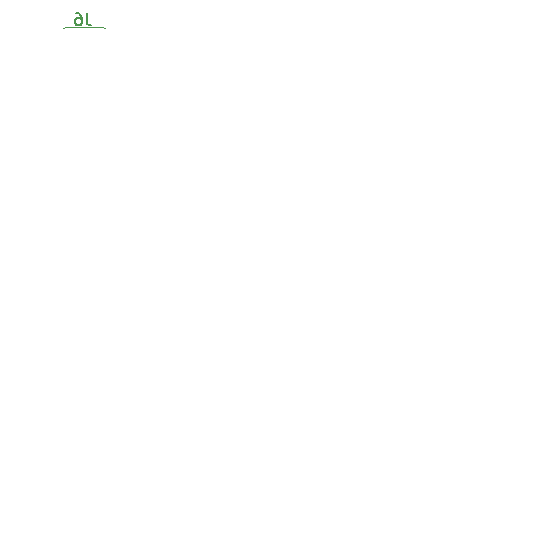
<source format=gbr>
%TF.GenerationSoftware,KiCad,Pcbnew,7.0.2*%
%TF.CreationDate,2024-01-29T20:43:43-05:00*%
%TF.ProjectId,dpx_perv_5x15-s,6470785f-7065-4727-965f-357831352d73,rev?*%
%TF.SameCoordinates,Original*%
%TF.FileFunction,Legend,Bot*%
%TF.FilePolarity,Positive*%
%FSLAX46Y46*%
G04 Gerber Fmt 4.6, Leading zero omitted, Abs format (unit mm)*
G04 Created by KiCad (PCBNEW 7.0.2) date 2024-01-29 20:43:43*
%MOMM*%
%LPD*%
G01*
G04 APERTURE LIST*
%ADD10C,0.300000*%
%ADD11C,0.150000*%
%ADD12C,0.002223*%
%ADD13C,0.050000*%
%ADD14C,0.100000*%
%ADD15R,1.168400X1.600200*%
%ADD16R,1.700000X1.700000*%
%ADD17O,1.700000X1.700000*%
G04 APERTURE END LIST*
D10*
G36*
X56252275Y-30759782D02*
G01*
X56247586Y-30776571D01*
X56240363Y-30792373D01*
X56232681Y-30802973D01*
X56237128Y-30804692D01*
X56251763Y-30810472D01*
X56255044Y-30811072D01*
X56267499Y-30801524D01*
X56281423Y-30800448D01*
X56293487Y-30809836D01*
X56289849Y-30819132D01*
X56299913Y-30806398D01*
X56315520Y-30800080D01*
X56330882Y-30800448D01*
X56337368Y-30814208D01*
X56352927Y-30818798D01*
X56356527Y-30820232D01*
X56368681Y-30829028D01*
X56379504Y-30839053D01*
X56386203Y-30846610D01*
X56398065Y-30859247D01*
X56407687Y-30872286D01*
X56415067Y-30885508D01*
X56420845Y-30900876D01*
X56423572Y-30915853D01*
X56439638Y-30919937D01*
X56454170Y-30925458D01*
X56468455Y-30934541D01*
X56479523Y-30945992D01*
X56487455Y-30958363D01*
X56488474Y-30960714D01*
X56498310Y-30959450D01*
X56493667Y-30972691D01*
X56494280Y-30974105D01*
X56493209Y-30973998D01*
X56492921Y-30974820D01*
X56495048Y-30990443D01*
X56502228Y-31004726D01*
X56509881Y-31019508D01*
X56513429Y-31036631D01*
X56513348Y-31037302D01*
X56525664Y-31034687D01*
X56531650Y-31033089D01*
X56540184Y-31046416D01*
X56544777Y-31060878D01*
X56549185Y-31076875D01*
X56557140Y-31090168D01*
X56560226Y-31092807D01*
X56570504Y-31081466D01*
X56583780Y-31089766D01*
X56589449Y-31104502D01*
X56590074Y-31107600D01*
X56600620Y-31102911D01*
X56615305Y-31097119D01*
X56634598Y-31090242D01*
X56625611Y-31111005D01*
X56617540Y-31127271D01*
X56616863Y-31128392D01*
X56617539Y-31127865D01*
X56634339Y-31120094D01*
X56656213Y-31114788D01*
X56650850Y-31130898D01*
X56645732Y-31145574D01*
X56643040Y-31153457D01*
X56646466Y-31152687D01*
X56664578Y-31152317D01*
X56678139Y-31158157D01*
X56685559Y-31172689D01*
X56687120Y-31188719D01*
X56689553Y-31193190D01*
X56705805Y-31190205D01*
X56720768Y-31191410D01*
X56719863Y-31207253D01*
X56708968Y-31219544D01*
X56702375Y-31224331D01*
X56718621Y-31221752D01*
X56733972Y-31223490D01*
X56746631Y-31232987D01*
X56751380Y-31250510D01*
X56751102Y-31258770D01*
X56736541Y-31260943D01*
X56733883Y-31260601D01*
X56747907Y-31266008D01*
X56752201Y-31281484D01*
X56753666Y-31294673D01*
X56761218Y-31281640D01*
X56772351Y-31282217D01*
X56785102Y-31290834D01*
X56794745Y-31303375D01*
X56794561Y-31303514D01*
X56795798Y-31305664D01*
X56802854Y-31318642D01*
X56802425Y-31334131D01*
X56796847Y-31348794D01*
X56794699Y-31352192D01*
X56813224Y-31353373D01*
X56827673Y-31356728D01*
X56841370Y-31364102D01*
X56851026Y-31377052D01*
X56854312Y-31392943D01*
X56853291Y-31410485D01*
X56850027Y-31428386D01*
X56848555Y-31435357D01*
X56861905Y-31428946D01*
X56872735Y-31423633D01*
X56884622Y-31433272D01*
X56891398Y-31446380D01*
X56896201Y-31461380D01*
X56913401Y-31463567D01*
X56912425Y-31479772D01*
X56908861Y-31494476D01*
X56898747Y-31502402D01*
X56914054Y-31498860D01*
X56929451Y-31500062D01*
X56921905Y-31513822D01*
X56911296Y-31524004D01*
X56911569Y-31524384D01*
X56926733Y-31523272D01*
X56938778Y-31532012D01*
X56936099Y-31540375D01*
X56943397Y-31550579D01*
X56936258Y-31564659D01*
X56927689Y-31573476D01*
X56942791Y-31571286D01*
X56955806Y-31578120D01*
X56958464Y-31584101D01*
X56965831Y-31597545D01*
X56970004Y-31613332D01*
X56971065Y-31630481D01*
X56968345Y-31640797D01*
X56974218Y-31645650D01*
X56988094Y-31640733D01*
X56989989Y-31641135D01*
X56993112Y-31628833D01*
X57002373Y-31615939D01*
X57010854Y-31630311D01*
X57010854Y-31627698D01*
X57024487Y-31633990D01*
X57033010Y-31645978D01*
X57034933Y-31660911D01*
X57034301Y-31669464D01*
X57019446Y-31668190D01*
X57013326Y-31666257D01*
X57011436Y-31676591D01*
X57011072Y-31693209D01*
X57012005Y-31699975D01*
X57015205Y-31691904D01*
X57032204Y-31689890D01*
X57047397Y-31691801D01*
X57059580Y-31697674D01*
X57061150Y-31715148D01*
X57058942Y-31732948D01*
X57051357Y-31746599D01*
X57036910Y-31750241D01*
X57026390Y-31739612D01*
X57022756Y-31721490D01*
X57023310Y-31711962D01*
X57013002Y-31707205D01*
X57013094Y-31707869D01*
X57017919Y-31723860D01*
X57024028Y-31737758D01*
X57031143Y-31752428D01*
X57034668Y-31761421D01*
X57036513Y-31776336D01*
X57027918Y-31789206D01*
X57022578Y-31793295D01*
X57036126Y-31800214D01*
X57050236Y-31808890D01*
X57045168Y-31823243D01*
X57051683Y-31820760D01*
X57066935Y-31818841D01*
X57076433Y-31818574D01*
X57066123Y-31830954D01*
X57059153Y-31844634D01*
X57057062Y-31860752D01*
X57059586Y-31875401D01*
X57059947Y-31886718D01*
X57055376Y-31890061D01*
X57059755Y-31893573D01*
X57067938Y-31906522D01*
X57072403Y-31918225D01*
X57079379Y-31927165D01*
X57090315Y-31929633D01*
X57095850Y-31946802D01*
X57096602Y-31961668D01*
X57092785Y-31975983D01*
X57084767Y-31990204D01*
X57070268Y-31992806D01*
X57063295Y-31977966D01*
X57062145Y-31973180D01*
X57063836Y-31955893D01*
X57066328Y-31947226D01*
X57056650Y-31955228D01*
X57059769Y-31970817D01*
X57060313Y-31982339D01*
X57053460Y-31995495D01*
X57041629Y-31992964D01*
X57040392Y-32007618D01*
X57030638Y-32001390D01*
X57041262Y-32010183D01*
X57047747Y-32023655D01*
X57035647Y-32032645D01*
X57029905Y-32033630D01*
X57043695Y-32038620D01*
X57057739Y-32046162D01*
X57069326Y-32056240D01*
X57072600Y-32070713D01*
X57060309Y-32083949D01*
X57052784Y-32087714D01*
X57053200Y-32089870D01*
X57042542Y-32100876D01*
X57035952Y-32100387D01*
X57039614Y-32112078D01*
X57039224Y-32128123D01*
X57033614Y-32143476D01*
X57021891Y-32155850D01*
X57009280Y-32160634D01*
X57009160Y-32161445D01*
X57003317Y-32177330D01*
X56994321Y-32190363D01*
X56988139Y-32196296D01*
X56972306Y-32190522D01*
X56969721Y-32188921D01*
X56973256Y-32202920D01*
X56974218Y-32218278D01*
X56959566Y-32218659D01*
X56945401Y-32225045D01*
X56941611Y-32226338D01*
X56930958Y-32238411D01*
X56921154Y-32251038D01*
X56913655Y-32263883D01*
X56912668Y-32267004D01*
X56911403Y-32282156D01*
X56901023Y-32294365D01*
X56889587Y-32295947D01*
X56884124Y-32310516D01*
X56875419Y-32322634D01*
X56860563Y-32327108D01*
X56853317Y-32327454D01*
X56853457Y-32342883D01*
X56841227Y-32352001D01*
X56826321Y-32359615D01*
X56813014Y-32366085D01*
X56799683Y-32374061D01*
X56788913Y-32384625D01*
X56781876Y-32397430D01*
X56766647Y-32396044D01*
X56760937Y-32393787D01*
X56762625Y-32396834D01*
X56753666Y-32407322D01*
X56737239Y-32409048D01*
X56720755Y-32410538D01*
X56705852Y-32413316D01*
X56694315Y-32417580D01*
X56682592Y-32427059D01*
X56670891Y-32437126D01*
X56668670Y-32438463D01*
X56652674Y-32442764D01*
X56637220Y-32445469D01*
X56622469Y-32446938D01*
X56605270Y-32447584D01*
X56589744Y-32447565D01*
X56573771Y-32447659D01*
X56564989Y-32448354D01*
X56564989Y-32459345D01*
X56545576Y-32460347D01*
X56526455Y-32460559D01*
X56507880Y-32460119D01*
X56490104Y-32459165D01*
X56473382Y-32457834D01*
X56457966Y-32456264D01*
X56439881Y-32454036D01*
X56425172Y-32451955D01*
X56410749Y-32449820D01*
X56395814Y-32446849D01*
X56380913Y-32443850D01*
X56365741Y-32440085D01*
X56358359Y-32437730D01*
X56345830Y-32428423D01*
X56332201Y-32421870D01*
X56323555Y-32419045D01*
X56308645Y-32410090D01*
X56294331Y-32402079D01*
X56279866Y-32395473D01*
X56264503Y-32390734D01*
X56247498Y-32388323D01*
X56232208Y-32388380D01*
X56219507Y-32389736D01*
X56216788Y-32385706D01*
X56740111Y-32385706D01*
X56745674Y-32384747D01*
X56743408Y-32382775D01*
X56740111Y-32385706D01*
X56216788Y-32385706D01*
X56210998Y-32377124D01*
X56201989Y-32364996D01*
X56191929Y-32352324D01*
X56182871Y-32340277D01*
X56168548Y-32344502D01*
X56161255Y-32343208D01*
X56156926Y-32333924D01*
X56140701Y-32332482D01*
X56126839Y-32327650D01*
X56113670Y-32318772D01*
X56099176Y-32314284D01*
X56092012Y-32314998D01*
X56086555Y-32298901D01*
X56072669Y-32285282D01*
X56058969Y-32276242D01*
X56044201Y-32267855D01*
X56029938Y-32259805D01*
X56014429Y-32249048D01*
X56005926Y-32234507D01*
X56012378Y-32221082D01*
X56021304Y-32213515D01*
X56021304Y-32208752D01*
X56008055Y-32218382D01*
X55992969Y-32218131D01*
X55978473Y-32212372D01*
X55977707Y-32211317D01*
X55967023Y-32201061D01*
X55967815Y-32195563D01*
X55953434Y-32192265D01*
X55945364Y-32188719D01*
X56504493Y-32188719D01*
X56504905Y-32189701D01*
X56505524Y-32188730D01*
X56504493Y-32188719D01*
X55945364Y-32188719D01*
X55938768Y-32185821D01*
X55931911Y-32179443D01*
X55930073Y-32169628D01*
X56528078Y-32169628D01*
X56531596Y-32168060D01*
X56528105Y-32169358D01*
X56528078Y-32169628D01*
X55930073Y-32169628D01*
X55929003Y-32163913D01*
X55929994Y-32159948D01*
X55920116Y-32163984D01*
X55903851Y-32160685D01*
X55893336Y-32145734D01*
X55890512Y-32135846D01*
X55880441Y-32125080D01*
X55876446Y-32124122D01*
X56399758Y-32124122D01*
X56406651Y-32110034D01*
X56411676Y-32107332D01*
X56401773Y-32107748D01*
X56401959Y-32110222D01*
X56399758Y-32124122D01*
X55876446Y-32124122D01*
X55865643Y-32121531D01*
X55848747Y-32120092D01*
X55842455Y-32106302D01*
X55840027Y-32091134D01*
X55844941Y-32082528D01*
X55843515Y-32083141D01*
X55828871Y-32081257D01*
X55824877Y-32066906D01*
X55821269Y-32059642D01*
X55805653Y-32060100D01*
X55790050Y-32055328D01*
X55782068Y-32046819D01*
X55779508Y-32032093D01*
X55783885Y-32017918D01*
X55784266Y-32017876D01*
X55770511Y-32011757D01*
X55766969Y-32009848D01*
X56201581Y-32009848D01*
X56205219Y-32012015D01*
X56202185Y-32007958D01*
X56201581Y-32009848D01*
X55766969Y-32009848D01*
X55756364Y-32004132D01*
X55740752Y-31999395D01*
X55724769Y-31998636D01*
X55721618Y-31998825D01*
X55718117Y-31982852D01*
X55718003Y-31980164D01*
X55707062Y-31977772D01*
X55697702Y-31964701D01*
X55694141Y-31958525D01*
X55690270Y-31941899D01*
X55689567Y-31931049D01*
X56110281Y-31931049D01*
X56113435Y-31931442D01*
X56110473Y-31928194D01*
X56110281Y-31931049D01*
X55689567Y-31931049D01*
X55689298Y-31926905D01*
X55689197Y-31910354D01*
X55687229Y-31893547D01*
X55681684Y-31877925D01*
X55684615Y-31866202D01*
X55700666Y-31860343D01*
X55716384Y-31855667D01*
X55726135Y-31854364D01*
X55733845Y-31844910D01*
X55744333Y-31835427D01*
X55726547Y-31839366D01*
X55710650Y-31837505D01*
X55710200Y-31835165D01*
X55968742Y-31835165D01*
X55969763Y-31834946D01*
X55982956Y-31828386D01*
X55991116Y-31812987D01*
X55989844Y-31814581D01*
X55978107Y-31827092D01*
X55968742Y-31835165D01*
X55710200Y-31835165D01*
X55707568Y-31821471D01*
X55711217Y-31803882D01*
X55713215Y-31788080D01*
X55711194Y-31772150D01*
X55702201Y-31757391D01*
X55718409Y-31756235D01*
X55732919Y-31750909D01*
X55743475Y-31739615D01*
X55747996Y-31734310D01*
X55762303Y-31728752D01*
X55778242Y-31725060D01*
X55793450Y-31725127D01*
X55807953Y-31731827D01*
X55810645Y-31742737D01*
X55820410Y-31730453D01*
X55837316Y-31728576D01*
X55855055Y-31728311D01*
X55870681Y-31728732D01*
X55878850Y-31729144D01*
X55882229Y-31716754D01*
X55896741Y-31718902D01*
X55910442Y-31729125D01*
X55924499Y-31739944D01*
X55938825Y-31745463D01*
X55940704Y-31744935D01*
X55939161Y-31729579D01*
X55949445Y-31716696D01*
X55965591Y-31711422D01*
X55980271Y-31706834D01*
X55991995Y-31698407D01*
X55999678Y-31711784D01*
X56012596Y-31718886D01*
X56029079Y-31719945D01*
X56043687Y-31723891D01*
X56053544Y-31733211D01*
X56062974Y-31721810D01*
X56077589Y-31719471D01*
X56095310Y-31720022D01*
X56089240Y-31735179D01*
X56079853Y-31746570D01*
X56066386Y-31753485D01*
X56060505Y-31753728D01*
X56047969Y-31762422D01*
X56033028Y-31763620D01*
X56019979Y-31775459D01*
X56010085Y-31788049D01*
X55999597Y-31802363D01*
X55991301Y-31812754D01*
X56001363Y-31823658D01*
X56016752Y-31820442D01*
X56031554Y-31815407D01*
X56047682Y-31809781D01*
X56038258Y-31825326D01*
X56035922Y-31832096D01*
X56048447Y-31828709D01*
X56054643Y-31827367D01*
X56054025Y-31842295D01*
X56065634Y-31839091D01*
X56064808Y-31855214D01*
X56057299Y-31869804D01*
X56054451Y-31871410D01*
X56061907Y-31874269D01*
X56078913Y-31878178D01*
X56092012Y-31880856D01*
X56079144Y-31873575D01*
X56086317Y-31859268D01*
X56099732Y-31852117D01*
X56115460Y-31846784D01*
X56115460Y-31866568D01*
X56130258Y-31868551D01*
X56141728Y-31881966D01*
X56147459Y-31896579D01*
X56148200Y-31911873D01*
X56141405Y-31913242D01*
X56143673Y-31915471D01*
X56148499Y-31930864D01*
X56146099Y-31945904D01*
X56144402Y-31950832D01*
X56159747Y-31952440D01*
X56174855Y-31954502D01*
X56189041Y-31959274D01*
X56186534Y-31973180D01*
X56192191Y-31976057D01*
X56192676Y-31969358D01*
X56207878Y-31969527D01*
X56211081Y-31971348D01*
X56219473Y-31983413D01*
X56234477Y-31989818D01*
X56249053Y-31993382D01*
X56265454Y-31998591D01*
X56276767Y-32008157D01*
X56278088Y-32012199D01*
X56291004Y-32006026D01*
X56306325Y-32013169D01*
X56313562Y-32029055D01*
X56315128Y-32034729D01*
X56316152Y-32050174D01*
X56324408Y-32062299D01*
X56324499Y-32062558D01*
X56329332Y-32061875D01*
X56347455Y-32062007D01*
X56363870Y-32067283D01*
X56368528Y-32072552D01*
X56368861Y-32071332D01*
X56384413Y-32067238D01*
X56400554Y-32071875D01*
X56415686Y-32080759D01*
X56427139Y-32093919D01*
X56418462Y-32103685D01*
X56420935Y-32102356D01*
X56437741Y-32098313D01*
X56452777Y-32100210D01*
X56462437Y-32113574D01*
X56462372Y-32114619D01*
X56465401Y-32107972D01*
X56480061Y-32112157D01*
X56484831Y-32126632D01*
X56484755Y-32129617D01*
X56497405Y-32120815D01*
X56512832Y-32120939D01*
X56517361Y-32123756D01*
X56530746Y-32131988D01*
X56542758Y-32142438D01*
X56557230Y-32151166D01*
X56574514Y-32158194D01*
X56557591Y-32161117D01*
X56557303Y-32161172D01*
X56566973Y-32168305D01*
X56574126Y-32182624D01*
X56572598Y-32193771D01*
X56575455Y-32187664D01*
X56591870Y-32183272D01*
X56602724Y-32182740D01*
X56617301Y-32185119D01*
X56632535Y-32186001D01*
X56645313Y-32199191D01*
X56646159Y-32201542D01*
X56660587Y-32201270D01*
X56675683Y-32203848D01*
X56686255Y-32203989D01*
X56689908Y-32184831D01*
X56693372Y-32165906D01*
X56696172Y-32149401D01*
X56971287Y-32149401D01*
X56982033Y-32155941D01*
X56978219Y-32147091D01*
X56974218Y-32147569D01*
X56971287Y-32149401D01*
X56696172Y-32149401D01*
X56696539Y-32147238D01*
X56699296Y-32128847D01*
X56701535Y-32110756D01*
X56703143Y-32092986D01*
X56704012Y-32075559D01*
X56704030Y-32058497D01*
X56703086Y-32041821D01*
X56701071Y-32025553D01*
X56699078Y-32014945D01*
X56689553Y-32025570D01*
X56686735Y-32009156D01*
X56687389Y-31994189D01*
X56689775Y-31978552D01*
X56689553Y-31968784D01*
X56679651Y-31957795D01*
X56678928Y-31955961D01*
X56676625Y-31941322D01*
X56677829Y-31941673D01*
X56664204Y-31934475D01*
X56663174Y-31928483D01*
X56662994Y-31913756D01*
X56664628Y-31898762D01*
X56664647Y-31883158D01*
X56663174Y-31877559D01*
X56653649Y-31865011D01*
X56642394Y-31854158D01*
X56640826Y-31851913D01*
X56638610Y-31837094D01*
X56639031Y-31830518D01*
X57033548Y-31830518D01*
X57035101Y-31827232D01*
X57033733Y-31827762D01*
X57033548Y-31830518D01*
X56639031Y-31830518D01*
X56639606Y-31821520D01*
X56640460Y-31806851D01*
X56626373Y-31801086D01*
X56614779Y-31791832D01*
X56613534Y-31789800D01*
X56989953Y-31789800D01*
X56991170Y-31789227D01*
X56990338Y-31788899D01*
X56989953Y-31789800D01*
X56613534Y-31789800D01*
X56612982Y-31788899D01*
X56613868Y-31774137D01*
X56614743Y-31759018D01*
X56612982Y-31754460D01*
X56598308Y-31752377D01*
X56591001Y-31746400D01*
X56586583Y-31731730D01*
X56589900Y-31717196D01*
X56590268Y-31713061D01*
X56575549Y-31710075D01*
X56566820Y-31705001D01*
X56563363Y-31690653D01*
X56565357Y-31675409D01*
X56565721Y-31669098D01*
X56550961Y-31667868D01*
X56543007Y-31661770D01*
X56536636Y-31650780D01*
X56997366Y-31650780D01*
X56999266Y-31655744D01*
X57001318Y-31656006D01*
X56998838Y-31649488D01*
X56999130Y-31648215D01*
X56997366Y-31650780D01*
X56536636Y-31650780D01*
X56535309Y-31648490D01*
X56531747Y-31633396D01*
X56528719Y-31618906D01*
X56521693Y-31605463D01*
X56519590Y-31590183D01*
X56525788Y-31579338D01*
X56511936Y-31572200D01*
X56500664Y-31561039D01*
X56492509Y-31546996D01*
X56491019Y-31538514D01*
X56488168Y-31539084D01*
X56475962Y-31534275D01*
X56477055Y-31519128D01*
X56476269Y-31503979D01*
X56470467Y-31493609D01*
X56464925Y-31479641D01*
X56467902Y-31471994D01*
X56453617Y-31465579D01*
X56438793Y-31458856D01*
X56428335Y-31451111D01*
X56422135Y-31437378D01*
X56420411Y-31422244D01*
X56417919Y-31407294D01*
X56417344Y-31406414D01*
X56404835Y-31397695D01*
X56391286Y-31390978D01*
X56380468Y-31380619D01*
X56377410Y-31368312D01*
X56367152Y-31365015D01*
X56360996Y-31350469D01*
X56357119Y-31336164D01*
X56355428Y-31334241D01*
X56341355Y-31327413D01*
X56327973Y-31320920D01*
X56321122Y-31314457D01*
X56760627Y-31314457D01*
X56768245Y-31318025D01*
X56769334Y-31315425D01*
X56769857Y-31314582D01*
X56766680Y-31314914D01*
X56760627Y-31314457D01*
X56321122Y-31314457D01*
X56318792Y-31312259D01*
X56319168Y-31296909D01*
X56321356Y-31294307D01*
X56309410Y-31284993D01*
X56295701Y-31277937D01*
X56281581Y-31270864D01*
X56268158Y-31261491D01*
X56265669Y-31258770D01*
X56264757Y-31243987D01*
X56267501Y-31237887D01*
X56253629Y-31244456D01*
X56243954Y-31230894D01*
X56243321Y-31221034D01*
X56233795Y-31217370D01*
X56221889Y-31207845D01*
X56217675Y-31193923D01*
X56212366Y-31207615D01*
X56196826Y-31209460D01*
X56191663Y-31208944D01*
X56189109Y-31193341D01*
X56189413Y-31189125D01*
X56638486Y-31189125D01*
X56639031Y-31191835D01*
X56641559Y-31192458D01*
X56638486Y-31189125D01*
X56189413Y-31189125D01*
X56190169Y-31178650D01*
X56188733Y-31174506D01*
X56175218Y-31180334D01*
X56174444Y-31180368D01*
X56169086Y-31166331D01*
X56172246Y-31155455D01*
X56156996Y-31155775D01*
X56143673Y-31146535D01*
X56140372Y-31136038D01*
X56133045Y-31134938D01*
X56121279Y-31125076D01*
X56108269Y-31114161D01*
X56108259Y-31114152D01*
X56567018Y-31114152D01*
X56568492Y-31115052D01*
X56584360Y-31110142D01*
X56587906Y-31108564D01*
X56575005Y-31108592D01*
X56567018Y-31114152D01*
X56108259Y-31114152D01*
X56096442Y-31103840D01*
X56085770Y-31093679D01*
X56074739Y-31081446D01*
X56071862Y-31077786D01*
X56057712Y-31083006D01*
X56046217Y-31079251D01*
X56044186Y-31073756D01*
X56492449Y-31073756D01*
X56504594Y-31082180D01*
X56519876Y-31080095D01*
X56523589Y-31073756D01*
X56492449Y-31073756D01*
X56044186Y-31073756D01*
X56041088Y-31065375D01*
X56045850Y-31058368D01*
X56031148Y-31054153D01*
X56023136Y-31050308D01*
X56009100Y-31041883D01*
X55994651Y-31033530D01*
X55980065Y-31025495D01*
X55965617Y-31018022D01*
X55951580Y-31011357D01*
X55935033Y-31004533D01*
X55920096Y-30999831D01*
X55914692Y-30998651D01*
X55904800Y-31009882D01*
X55902968Y-31009642D01*
X55904177Y-31025532D01*
X55903709Y-31041019D01*
X55889007Y-31043018D01*
X55886482Y-31041882D01*
X55880171Y-31040307D01*
X55878566Y-31048757D01*
X55894908Y-31045546D01*
X55891973Y-31060635D01*
X55894818Y-31075427D01*
X55902739Y-31088326D01*
X55911021Y-31102479D01*
X55911504Y-31103767D01*
X55920580Y-31097135D01*
X55935382Y-31102125D01*
X55939238Y-31104164D01*
X55938660Y-31119160D01*
X55938187Y-31134819D01*
X55938569Y-31149862D01*
X55939283Y-31165452D01*
X55939605Y-31172674D01*
X55925479Y-31178642D01*
X55908773Y-31181825D01*
X55894031Y-31179376D01*
X55885383Y-31174139D01*
X55881660Y-31189019D01*
X55882727Y-31204410D01*
X55869711Y-31211760D01*
X55853103Y-31205523D01*
X55834458Y-31195389D01*
X55839501Y-31209265D01*
X55828230Y-31215539D01*
X55816046Y-31224767D01*
X55805951Y-31213424D01*
X55811102Y-31200848D01*
X55803553Y-31209520D01*
X55790798Y-31217422D01*
X55776094Y-31221898D01*
X55759857Y-31223553D01*
X55742504Y-31222993D01*
X55724452Y-31220822D01*
X55706116Y-31217647D01*
X55687913Y-31214073D01*
X55681380Y-31199316D01*
X55673916Y-31186006D01*
X55663374Y-31171201D01*
X55651603Y-31158188D01*
X55638728Y-31146708D01*
X55624876Y-31136500D01*
X55613174Y-31129077D01*
X55604796Y-31116789D01*
X55597787Y-31110392D01*
X55593315Y-31092895D01*
X55592240Y-31075719D01*
X55592401Y-31073926D01*
X55852028Y-31073926D01*
X55853413Y-31076517D01*
X55857539Y-31086212D01*
X55854643Y-31072618D01*
X55854190Y-31073036D01*
X55852028Y-31073926D01*
X55592401Y-31073926D01*
X55593698Y-31059497D01*
X55596825Y-31044859D01*
X55601769Y-31029750D01*
X55608095Y-31015854D01*
X55608778Y-31014771D01*
X55594408Y-31011022D01*
X55594123Y-30998651D01*
X55603612Y-30986154D01*
X55615664Y-30976510D01*
X55621601Y-30971540D01*
X55621691Y-30971278D01*
X56464508Y-30971278D01*
X56466304Y-30969853D01*
X56464512Y-30969447D01*
X56464508Y-30971278D01*
X55621691Y-30971278D01*
X55626534Y-30957208D01*
X55632875Y-30943297D01*
X55634423Y-30941498D01*
X55645765Y-30930747D01*
X55660108Y-30923670D01*
X55673258Y-30917318D01*
X55682867Y-30904208D01*
X55688419Y-30887654D01*
X55691028Y-30872909D01*
X55698373Y-30859377D01*
X55716589Y-30858385D01*
X55732438Y-30862791D01*
X55746165Y-30867859D01*
X55752049Y-30854360D01*
X55763498Y-30841475D01*
X55779034Y-30829818D01*
X55792480Y-30822250D01*
X55806771Y-30815977D01*
X55821285Y-30811259D01*
X55839904Y-30807832D01*
X55856335Y-30808243D01*
X55866332Y-30811439D01*
X55872972Y-30796661D01*
X55887436Y-30794232D01*
X55904477Y-30797752D01*
X55918865Y-30803902D01*
X55925317Y-30809973D01*
X55917704Y-30796868D01*
X55915425Y-30791655D01*
X55929839Y-30783087D01*
X55947275Y-30780213D01*
X55961969Y-30780790D01*
X55979477Y-30783579D01*
X55994044Y-30786967D01*
X56005917Y-30789091D01*
X56010859Y-30774959D01*
X56024468Y-30767874D01*
X56037058Y-30760881D01*
X56053613Y-30762151D01*
X56068775Y-30764172D01*
X56082254Y-30770367D01*
X56089207Y-30780191D01*
X56100206Y-30782372D01*
X56112206Y-30786643D01*
X56101458Y-30775540D01*
X56094577Y-30768574D01*
X56113581Y-30763052D01*
X56128639Y-30760368D01*
X56143340Y-30760335D01*
X56157209Y-30766678D01*
X56159423Y-30781031D01*
X56168596Y-30766187D01*
X56183640Y-30757205D01*
X56198716Y-30754286D01*
X56215348Y-30752977D01*
X56232832Y-30750896D01*
X56250463Y-30745662D01*
X56253945Y-30744028D01*
X56252275Y-30759782D01*
G37*
G36*
X77073108Y-32050717D02*
G01*
X77074952Y-32067513D01*
X77072534Y-32084985D01*
X77064930Y-32099474D01*
X77049975Y-32104400D01*
X77040935Y-32091036D01*
X77040135Y-32087719D01*
X77040151Y-32070668D01*
X77041784Y-32054767D01*
X77044694Y-32038756D01*
X77050246Y-32023913D01*
X77066054Y-32032313D01*
X77073108Y-32050717D01*
G37*
G36*
X76818118Y-32247454D02*
G01*
X76832872Y-32253209D01*
X76831829Y-32267966D01*
X76815725Y-32275432D01*
X76800159Y-32274845D01*
X76788681Y-32264660D01*
X76786244Y-32247454D01*
X76800987Y-32247454D01*
X76815757Y-32247454D01*
X76818118Y-32247454D01*
G37*
G36*
X76453219Y-31477723D02*
G01*
X76439824Y-31486667D01*
X76426505Y-31496693D01*
X76422078Y-31500071D01*
X76420993Y-31483366D01*
X76420607Y-31468581D01*
X76420762Y-31452530D01*
X76421297Y-31436379D01*
X76421431Y-31421075D01*
X76420246Y-31410312D01*
X76408071Y-31401462D01*
X76399730Y-31391994D01*
X76397909Y-31377082D01*
X76399742Y-31361271D01*
X76399786Y-31346580D01*
X76398997Y-31344366D01*
X76384463Y-31339537D01*
X76381412Y-31335573D01*
X76378702Y-31319943D01*
X76380615Y-31304571D01*
X76380313Y-31295273D01*
X76392158Y-31305691D01*
X76398265Y-31321194D01*
X76401744Y-31337083D01*
X76397532Y-31349862D01*
X76398010Y-31334705D01*
X76404493Y-31330811D01*
X76389472Y-31327513D01*
X76378165Y-31318162D01*
X76374451Y-31312126D01*
X76370174Y-31297995D01*
X76368610Y-31283010D01*
X76367869Y-31267133D01*
X76365658Y-31258637D01*
X76355766Y-31248745D01*
X76348479Y-31235816D01*
X76345195Y-31219764D01*
X76345105Y-31204597D01*
X76343675Y-31189799D01*
X76342577Y-31186097D01*
X76327876Y-31181254D01*
X76325724Y-31175839D01*
X76322120Y-31159499D01*
X76320737Y-31142344D01*
X76319238Y-31124257D01*
X76316381Y-31109037D01*
X76310754Y-31093085D01*
X76301159Y-31076341D01*
X76290639Y-31063227D01*
X76281761Y-31054206D01*
X76297720Y-31054493D01*
X76312887Y-31049072D01*
X76316476Y-31033147D01*
X76314392Y-31018394D01*
X76312902Y-31001449D01*
X76327872Y-31000776D01*
X76342891Y-31003917D01*
X76342577Y-31011341D01*
X76348739Y-30997993D01*
X76352835Y-30997419D01*
X76344308Y-31009733D01*
X76330738Y-31003776D01*
X76329426Y-30985321D01*
X76330791Y-30970571D01*
X76333955Y-30953647D01*
X76339066Y-30935029D01*
X76346276Y-30915193D01*
X76349172Y-30908393D01*
X76348019Y-30925661D01*
X76349031Y-30940384D01*
X76359064Y-30940633D01*
X76366757Y-30932939D01*
X76378161Y-30921273D01*
X76389707Y-30910705D01*
X76401192Y-30901203D01*
X76415157Y-30890770D01*
X76428318Y-30881879D01*
X76442497Y-30873153D01*
X76450655Y-30868459D01*
X76436876Y-30863271D01*
X76435601Y-30848451D01*
X76436366Y-30843546D01*
X76452252Y-30841429D01*
X76466637Y-30845515D01*
X76473003Y-30853804D01*
X76479311Y-30839542D01*
X76487339Y-30825898D01*
X76493886Y-30820465D01*
X76508300Y-30816928D01*
X76521390Y-30824443D01*
X76521363Y-30827793D01*
X76531621Y-30810207D01*
X76546576Y-30812618D01*
X76552138Y-30814970D01*
X76552029Y-30799911D01*
X76566913Y-30793386D01*
X76576318Y-30794087D01*
X76591313Y-30797174D01*
X76606146Y-30789171D01*
X76618871Y-30780715D01*
X76631428Y-30772175D01*
X76638600Y-30767342D01*
X76645324Y-30781459D01*
X76661072Y-30781525D01*
X76675791Y-30776556D01*
X76692566Y-30771070D01*
X76696485Y-30769907D01*
X76692122Y-30787948D01*
X76685826Y-30805290D01*
X76679136Y-30820339D01*
X76672559Y-30833499D01*
X76682018Y-30821698D01*
X76693554Y-30805444D01*
X76693554Y-30820733D01*
X76693554Y-30836937D01*
X76693554Y-30853246D01*
X76693554Y-30869820D01*
X76693554Y-30885987D01*
X76693554Y-30893372D01*
X76677526Y-30894259D01*
X76662917Y-30890789D01*
X76653620Y-30880915D01*
X76663050Y-30868037D01*
X76677322Y-30864167D01*
X76692004Y-30863151D01*
X76706787Y-30862968D01*
X76713338Y-30862964D01*
X76710215Y-30879245D01*
X76715560Y-30894912D01*
X76719909Y-30909662D01*
X76713802Y-30923190D01*
X76699248Y-30931380D01*
X76680836Y-30937023D01*
X76673038Y-30938801D01*
X76678178Y-30924669D01*
X76681831Y-30909721D01*
X76682930Y-30898501D01*
X76691367Y-30910688D01*
X76695478Y-30925658D01*
X76696383Y-30940392D01*
X76695386Y-30946495D01*
X76694184Y-30931779D01*
X76706446Y-30923128D01*
X76717368Y-30920116D01*
X76725512Y-30936740D01*
X76731268Y-30953243D01*
X76731588Y-30968431D01*
X76720679Y-30978749D01*
X76712971Y-30986062D01*
X76722069Y-30998195D01*
X76723935Y-31013027D01*
X76711872Y-31017569D01*
X76721790Y-31004579D01*
X76737999Y-30997529D01*
X76752172Y-30993756D01*
X76746335Y-31009350D01*
X76742567Y-31023923D01*
X76739524Y-31039931D01*
X76736215Y-31054594D01*
X76724393Y-31063581D01*
X76717734Y-31061533D01*
X76734040Y-31062795D01*
X76749177Y-31066179D01*
X76763484Y-31076577D01*
X76771802Y-31093400D01*
X76774154Y-31108061D01*
X76758964Y-31107380D01*
X76743360Y-31103578D01*
X76733374Y-31092559D01*
X76732022Y-31085713D01*
X76744585Y-31093729D01*
X76753184Y-31105716D01*
X76745937Y-31118465D01*
X76740082Y-31119785D01*
X76735040Y-31105675D01*
X76744430Y-31092829D01*
X76762577Y-31091470D01*
X76781848Y-31095239D01*
X76784107Y-31110325D01*
X76782426Y-31126476D01*
X76774921Y-31139132D01*
X76773422Y-31142500D01*
X76784719Y-31152542D01*
X76794304Y-31162650D01*
X76791909Y-31178022D01*
X76783680Y-31187929D01*
X76798820Y-31190134D01*
X76805662Y-31196355D01*
X76808279Y-31211579D01*
X76799313Y-31223498D01*
X76796136Y-31224931D01*
X76790598Y-31238666D01*
X76789175Y-31239220D01*
X76799959Y-31227610D01*
X76814992Y-31227628D01*
X76824713Y-31228229D01*
X76828227Y-31243141D01*
X76836985Y-31255754D01*
X76844130Y-31261568D01*
X76854587Y-31275013D01*
X76856540Y-31293764D01*
X76857960Y-31310706D01*
X76859902Y-31328895D01*
X76862869Y-31347230D01*
X76867365Y-31364613D01*
X76873893Y-31379943D01*
X76882956Y-31392122D01*
X76886628Y-31395291D01*
X76869983Y-31397927D01*
X76854396Y-31399432D01*
X76842526Y-31390537D01*
X76842664Y-31388330D01*
X76857766Y-31388527D01*
X76872459Y-31387201D01*
X76882798Y-31376770D01*
X76887361Y-31371844D01*
X76885084Y-31389161D01*
X76886863Y-31404369D01*
X76891273Y-31419409D01*
X76893543Y-31434492D01*
X76892023Y-31451616D01*
X76888826Y-31464900D01*
X76873711Y-31467483D01*
X76862814Y-31456840D01*
X76875630Y-31464895D01*
X76870874Y-31475525D01*
X76880109Y-31462374D01*
X76894060Y-31457350D01*
X76893955Y-31466732D01*
X76902894Y-31479485D01*
X76905542Y-31495491D01*
X76907367Y-31511189D01*
X76909661Y-31527350D01*
X76913186Y-31542397D01*
X76914105Y-31545134D01*
X76916304Y-31533777D01*
X76922615Y-31548388D01*
X76923331Y-31563745D01*
X76922532Y-31568581D01*
X76930170Y-31581790D01*
X76935908Y-31596349D01*
X76930592Y-31605950D01*
X76943288Y-31614555D01*
X76948866Y-31628796D01*
X76946630Y-31644271D01*
X76954039Y-31652479D01*
X76952115Y-31670154D01*
X76954186Y-31687243D01*
X76958641Y-31702123D01*
X76962943Y-31717213D01*
X76964558Y-31734933D01*
X76963565Y-31745535D01*
X76975789Y-31754502D01*
X76985187Y-31766478D01*
X76992843Y-31779678D01*
X76999468Y-31793895D01*
X76984446Y-31793646D01*
X76970652Y-31788075D01*
X76970159Y-31785835D01*
X76985041Y-31782981D01*
X76997195Y-31792756D01*
X76998552Y-31807588D01*
X76996904Y-31825720D01*
X76995259Y-31840681D01*
X76995090Y-31857549D01*
X76996171Y-31863138D01*
X76981813Y-31866864D01*
X76967675Y-31862782D01*
X76967228Y-31862405D01*
X76980366Y-31854832D01*
X76989943Y-31854712D01*
X76995484Y-31870485D01*
X76998796Y-31886252D01*
X76998369Y-31902202D01*
X76992194Y-31916063D01*
X76988111Y-31921390D01*
X76995266Y-31907658D01*
X77011656Y-31905573D01*
X77021065Y-31916962D01*
X77023282Y-31933846D01*
X77028621Y-31948794D01*
X77032008Y-31963968D01*
X77018416Y-31970928D01*
X77003062Y-31971485D01*
X76980417Y-31969384D01*
X76992930Y-31960361D01*
X77000934Y-31952165D01*
X77014690Y-31958811D01*
X77018886Y-31961324D01*
X77031102Y-31972148D01*
X77018341Y-31981829D01*
X77003268Y-31979711D01*
X77002033Y-31978543D01*
X77017384Y-31976889D01*
X77020717Y-31979642D01*
X77025532Y-31995052D01*
X77021712Y-32010774D01*
X77012841Y-32022790D01*
X77012291Y-32022873D01*
X77028052Y-32027568D01*
X77031270Y-32041884D01*
X77026943Y-32058750D01*
X77019029Y-32072217D01*
X77015588Y-32068302D01*
X77004479Y-32057896D01*
X77013001Y-32044892D01*
X77026946Y-32040825D01*
X77036049Y-32053988D01*
X77044102Y-32069833D01*
X77048583Y-32084269D01*
X77050988Y-32101229D01*
X77052025Y-32118054D01*
X77054033Y-32135895D01*
X77057910Y-32151669D01*
X77061018Y-32160259D01*
X77045703Y-32152121D01*
X77032865Y-32143933D01*
X77046381Y-32151526D01*
X77043066Y-32157329D01*
X77041600Y-32163923D01*
X77031309Y-32175809D01*
X77020836Y-32186245D01*
X77007892Y-32195333D01*
X76993300Y-32202321D01*
X76978586Y-32207154D01*
X76985684Y-32193882D01*
X76993240Y-32194331D01*
X76991435Y-32209898D01*
X76982573Y-32221593D01*
X76969060Y-32224373D01*
X76953312Y-32215097D01*
X76943440Y-32203474D01*
X76950771Y-32190102D01*
X76965582Y-32184336D01*
X76969060Y-32183707D01*
X76956137Y-32191705D01*
X76964235Y-32176293D01*
X76977853Y-32167587D01*
X76975060Y-32183322D01*
X76970244Y-32201468D01*
X76962851Y-32216982D01*
X76950291Y-32226318D01*
X76934615Y-32225328D01*
X76919373Y-32223267D01*
X76913373Y-32225106D01*
X76899514Y-32218748D01*
X76891969Y-32205497D01*
X76890658Y-32198361D01*
X76876093Y-32204503D01*
X76861634Y-32199532D01*
X76848526Y-32197629D01*
X76833039Y-32199461D01*
X76821049Y-32196896D01*
X76834295Y-32203872D01*
X76847301Y-32214041D01*
X76858052Y-32224373D01*
X76847010Y-32235285D01*
X76836417Y-32247199D01*
X76824809Y-32258299D01*
X76810526Y-32264981D01*
X76793380Y-32266076D01*
X76789908Y-32265772D01*
X76783409Y-32252306D01*
X76779186Y-32236601D01*
X76793572Y-32233532D01*
X76784805Y-32246197D01*
X76774900Y-32259751D01*
X76764262Y-32274199D01*
X76762020Y-32258858D01*
X76745865Y-32260388D01*
X76734953Y-32266871D01*
X76734991Y-32251745D01*
X76727275Y-32238967D01*
X76722863Y-32239394D01*
X76725119Y-32221666D01*
X76726320Y-32204049D01*
X76725751Y-32188431D01*
X76721781Y-32173191D01*
X76716269Y-32164289D01*
X76716006Y-32148936D01*
X76717368Y-32139010D01*
X76709769Y-32126396D01*
X76718596Y-32114416D01*
X76721764Y-32114464D01*
X76709053Y-32121999D01*
X76700881Y-32123257D01*
X76693641Y-32108008D01*
X76689946Y-32092609D01*
X76687159Y-32077451D01*
X76682643Y-32062927D01*
X76673761Y-32049426D01*
X76669374Y-32045221D01*
X76686594Y-32042747D01*
X76701319Y-32041560D01*
X76715675Y-32045311D01*
X76720299Y-32056578D01*
X76706029Y-32064315D01*
X76692727Y-32056223D01*
X76683043Y-32043731D01*
X76670182Y-32032059D01*
X76654810Y-32027068D01*
X76651056Y-32026903D01*
X76660069Y-32013843D01*
X76664369Y-31999095D01*
X76664039Y-31983678D01*
X76665215Y-31966560D01*
X76665710Y-31963522D01*
X76680848Y-31967288D01*
X76684761Y-31968285D01*
X76687698Y-31953859D01*
X76691722Y-31950699D01*
X76693043Y-31966696D01*
X76682764Y-31979614D01*
X76665591Y-31981774D01*
X76647759Y-31979275D01*
X76643974Y-31964492D01*
X76643385Y-31949626D01*
X76645498Y-31934705D01*
X76646660Y-31924321D01*
X76632131Y-31929318D01*
X76625410Y-31924321D01*
X76622164Y-31909286D01*
X76624077Y-31893906D01*
X76623945Y-31890249D01*
X76612068Y-31881497D01*
X76605627Y-31874495D01*
X76602598Y-31859671D01*
X76597567Y-31854712D01*
X76594224Y-31839456D01*
X76595313Y-31823548D01*
X76603106Y-31810306D01*
X76610389Y-31805985D01*
X76606455Y-31820801D01*
X76590635Y-31824786D01*
X76584011Y-31825036D01*
X76582616Y-31809634D01*
X76577572Y-31793625D01*
X76569943Y-31779552D01*
X76560884Y-31765631D01*
X76551554Y-31750075D01*
X76544671Y-31735252D01*
X76538948Y-31717325D01*
X76553770Y-31714419D01*
X76564228Y-31708166D01*
X76553438Y-31720237D01*
X76544444Y-31722821D01*
X76541428Y-31707768D01*
X76527607Y-31702756D01*
X76524660Y-31703770D01*
X76520288Y-31689341D01*
X76511145Y-31674411D01*
X76502404Y-31662462D01*
X76494575Y-31649600D01*
X76489470Y-31634552D01*
X76488900Y-31616042D01*
X76489489Y-31611812D01*
X76474594Y-31605756D01*
X76468884Y-31590682D01*
X76466830Y-31574420D01*
X76465224Y-31558346D01*
X76462745Y-31547332D01*
X76447628Y-31544552D01*
X76444060Y-31542936D01*
X76440307Y-31528105D01*
X76446533Y-31514548D01*
X76453586Y-31512527D01*
X76440027Y-31519286D01*
X76432268Y-31505723D01*
X76432703Y-31497873D01*
X76436813Y-31482629D01*
X76451594Y-31479161D01*
X76451754Y-31481753D01*
X76453219Y-31477723D01*
G37*
G36*
X76658017Y-30897035D02*
G01*
X76644828Y-30890212D01*
X76632738Y-30883114D01*
X76647438Y-30879358D01*
X76658508Y-30889134D01*
X76658017Y-30897035D01*
G37*
G36*
X76762797Y-31220169D02*
G01*
X76755827Y-31207198D01*
X76757778Y-31191839D01*
X76765362Y-31189028D01*
X76765894Y-31203907D01*
X76762627Y-31218579D01*
X76762797Y-31220169D01*
G37*
G36*
X76853655Y-32138278D02*
G01*
X76840882Y-32129492D01*
X76835627Y-32114999D01*
X76834604Y-32109335D01*
X76850711Y-32108150D01*
X76863961Y-32115271D01*
X76860983Y-32122890D01*
X76848244Y-32114961D01*
X76840619Y-32101816D01*
X76845962Y-32092848D01*
X76854820Y-32105298D01*
X76856623Y-32120967D01*
X76854209Y-32136734D01*
X76853655Y-32138278D01*
G37*
G36*
X76757302Y-32173082D02*
G01*
X76766598Y-32160763D01*
X76782908Y-32159688D01*
X76788809Y-32166854D01*
X76774385Y-32164041D01*
X76759978Y-32169674D01*
X76757302Y-32173082D01*
G37*
G36*
X81963608Y-48430653D02*
G01*
X81974174Y-48439047D01*
X81983305Y-48448982D01*
X81991216Y-48459730D01*
X81996585Y-48464626D01*
X82007008Y-48455647D01*
X82022791Y-48457397D01*
X82025162Y-48458178D01*
X82033307Y-48468712D01*
X82039146Y-48480282D01*
X82047573Y-48490037D01*
X82062531Y-48493349D01*
X82067397Y-48508254D01*
X82072337Y-48522355D01*
X82077697Y-48535564D01*
X82083826Y-48547790D01*
X82091071Y-48558945D01*
X82099780Y-48568939D01*
X82110301Y-48577682D01*
X82122981Y-48585086D01*
X82122981Y-48596869D01*
X82122981Y-48609009D01*
X82122981Y-48621705D01*
X82122981Y-48631395D01*
X82139276Y-48632704D01*
X82151969Y-48639906D01*
X82151526Y-48652034D01*
X82147678Y-48663475D01*
X82149359Y-48668031D01*
X82155776Y-48679193D01*
X82154925Y-48691107D01*
X82154488Y-48692651D01*
X82159453Y-48703975D01*
X82162926Y-48715781D01*
X82162676Y-48728237D01*
X82155464Y-48739710D01*
X82146329Y-48750045D01*
X82141299Y-48758010D01*
X82136677Y-48769516D01*
X82132518Y-48781607D01*
X82143903Y-48789733D01*
X82146062Y-48789078D01*
X82136184Y-48797825D01*
X82124848Y-48804156D01*
X82126650Y-48804900D01*
X82133485Y-48815900D01*
X82133972Y-48818094D01*
X82124349Y-48828035D01*
X82114429Y-48830588D01*
X82122379Y-48835477D01*
X82130371Y-48846202D01*
X82134194Y-48858223D01*
X82134705Y-48861764D01*
X82119276Y-48861208D01*
X82110496Y-48859683D01*
X82101764Y-48868800D01*
X82091840Y-48869092D01*
X82105521Y-48875975D01*
X82112672Y-48888633D01*
X82119213Y-48901818D01*
X82127368Y-48912886D01*
X82139929Y-48922759D01*
X82143131Y-48924486D01*
X82125397Y-48927320D01*
X82111307Y-48930767D01*
X82111663Y-48942834D01*
X82124014Y-48950112D01*
X82138010Y-48957541D01*
X82142032Y-48959657D01*
X82125181Y-48963294D01*
X82111525Y-48969151D01*
X82101268Y-48978047D01*
X82094175Y-48988753D01*
X82092939Y-48990138D01*
X82103685Y-48982057D01*
X82115082Y-48974625D01*
X82128524Y-48982879D01*
X82132420Y-48998523D01*
X82133606Y-49010069D01*
X82126079Y-49022960D01*
X82114465Y-49031607D01*
X82103728Y-49029775D01*
X82105687Y-49035509D01*
X82099299Y-49047709D01*
X82089661Y-49057648D01*
X82087444Y-49059308D01*
X82098148Y-49068160D01*
X82099181Y-49081520D01*
X82098435Y-49086859D01*
X82083258Y-49085450D01*
X82077552Y-49081876D01*
X82079725Y-49094917D01*
X82087550Y-49106026D01*
X82094524Y-49118160D01*
X82095548Y-49130544D01*
X82088176Y-49140494D01*
X82077872Y-49149507D01*
X82073264Y-49160665D01*
X82071690Y-49167752D01*
X82082315Y-49173028D01*
X82079257Y-49185085D01*
X82070967Y-49190913D01*
X82082718Y-49191788D01*
X82097997Y-49193578D01*
X82106337Y-49203227D01*
X82105029Y-49212888D01*
X82096093Y-49220850D01*
X82098052Y-49231717D01*
X82097490Y-49246226D01*
X82092123Y-49258464D01*
X82080121Y-49267277D01*
X82065643Y-49270526D01*
X82064363Y-49270920D01*
X82078727Y-49274325D01*
X82091948Y-49281075D01*
X82102645Y-49289327D01*
X82111697Y-49298702D01*
X82115287Y-49303160D01*
X82101050Y-49306770D01*
X82087141Y-49311710D01*
X82084146Y-49315177D01*
X82096398Y-49322463D01*
X82105150Y-49332883D01*
X82113597Y-49342708D01*
X82116386Y-49345658D01*
X82107305Y-49355748D01*
X82109105Y-49367801D01*
X82110891Y-49376433D01*
X82123646Y-49383673D01*
X82125184Y-49396360D01*
X82122825Y-49401551D01*
X82123995Y-49400493D01*
X82129576Y-49396070D01*
X82132208Y-49409181D01*
X82132347Y-49421198D01*
X82131832Y-49433676D01*
X82131894Y-49446372D01*
X82133764Y-49459044D01*
X82134338Y-49461136D01*
X82148407Y-49466699D01*
X82154934Y-49477233D01*
X82155221Y-49480773D01*
X82150879Y-49492730D01*
X82139615Y-49502053D01*
X82127759Y-49509536D01*
X82116476Y-49517370D01*
X82114555Y-49518875D01*
X82112583Y-49507199D01*
X82111436Y-49495238D01*
X82111494Y-49493969D01*
X82109766Y-49495677D01*
X82095082Y-49500286D01*
X82091840Y-49500704D01*
X82083883Y-49490698D01*
X82077038Y-49479710D01*
X82071040Y-49468826D01*
X82063109Y-49458912D01*
X82057035Y-49455861D01*
X82040682Y-49450214D01*
X82028150Y-49444125D01*
X82016964Y-49436517D01*
X82006185Y-49426433D01*
X81996952Y-49417173D01*
X81981923Y-49414067D01*
X81973138Y-49410725D01*
X81959869Y-49399944D01*
X81949691Y-49390808D01*
X81939955Y-49381990D01*
X81927168Y-49374763D01*
X81911564Y-49377328D01*
X81903529Y-49381122D01*
X81899071Y-49368205D01*
X81895951Y-49356422D01*
X81893023Y-49344679D01*
X81889241Y-49338038D01*
X81874729Y-49341248D01*
X81866526Y-49339797D01*
X81863189Y-49328274D01*
X81864694Y-49318694D01*
X81849877Y-49315139D01*
X81842712Y-49309315D01*
X81835991Y-49297564D01*
X81830571Y-49286230D01*
X81828058Y-49279127D01*
X81818532Y-49275610D01*
X81815973Y-49262929D01*
X81816471Y-49251100D01*
X81818158Y-49243076D01*
X82064363Y-49243076D01*
X82064533Y-49245294D01*
X82064584Y-49245263D01*
X82064363Y-49243076D01*
X81818158Y-49243076D01*
X81818930Y-49239406D01*
X81819631Y-49236921D01*
X81810106Y-49228715D01*
X81801170Y-49217575D01*
X81796408Y-49205763D01*
X81798205Y-49193970D01*
X81797650Y-49190613D01*
X81793009Y-49178974D01*
X81793620Y-49169217D01*
X81792436Y-49157478D01*
X81791365Y-49145178D01*
X81790415Y-49132401D01*
X81789595Y-49119231D01*
X81788915Y-49105755D01*
X81788384Y-49092056D01*
X81788010Y-49078218D01*
X81787803Y-49064327D01*
X81787773Y-49050467D01*
X81787927Y-49036722D01*
X81788276Y-49023178D01*
X81788828Y-49009918D01*
X81789593Y-48997027D01*
X81790579Y-48984590D01*
X81791796Y-48972691D01*
X81793253Y-48961416D01*
X81801154Y-48951491D01*
X81802276Y-48951246D01*
X81796143Y-48946227D01*
X81794352Y-48944709D01*
X81790383Y-48931830D01*
X81788843Y-48923415D01*
X81776767Y-48928882D01*
X81763111Y-48934319D01*
X81764409Y-48941162D01*
X81764677Y-48948519D01*
X81748637Y-48948654D01*
X81733272Y-48946613D01*
X81719064Y-48941302D01*
X81718063Y-48940440D01*
X81718515Y-48948226D01*
X81704861Y-48954691D01*
X81695296Y-48963745D01*
X81682075Y-48968887D01*
X81673452Y-48968157D01*
X81664705Y-48977911D01*
X81650534Y-48971829D01*
X81639552Y-48963911D01*
X81633391Y-48958455D01*
X81631398Y-48959489D01*
X81616445Y-48963076D01*
X81610071Y-48963174D01*
X81617542Y-48973936D01*
X81619781Y-48985728D01*
X81606788Y-48992255D01*
X81597615Y-48992776D01*
X81590282Y-49003705D01*
X81578229Y-49010725D01*
X81563102Y-49011301D01*
X81552503Y-49009482D01*
X81554329Y-49016042D01*
X81554750Y-49022672D01*
X81541359Y-49028526D01*
X81528414Y-49034235D01*
X81511924Y-49041663D01*
X81496401Y-49048935D01*
X81481945Y-49056109D01*
X81468655Y-49063243D01*
X81456629Y-49070397D01*
X81443525Y-49079454D01*
X81441177Y-49081290D01*
X81446581Y-49092720D01*
X81456324Y-49103464D01*
X81466019Y-49113399D01*
X81473417Y-49120857D01*
X81456886Y-49118236D01*
X81442655Y-49121971D01*
X81447884Y-49133966D01*
X81457544Y-49143274D01*
X81459495Y-49144891D01*
X81443357Y-49147365D01*
X81436422Y-49147797D01*
X81437092Y-49156669D01*
X81435149Y-49169350D01*
X81431675Y-49183627D01*
X81426994Y-49198116D01*
X81421430Y-49211433D01*
X81415308Y-49222194D01*
X81404743Y-49230693D01*
X81395029Y-49221842D01*
X81394039Y-49218902D01*
X81390863Y-49218985D01*
X81393771Y-49220033D01*
X81392084Y-49231646D01*
X81378751Y-49236681D01*
X81370835Y-49235163D01*
X81378400Y-49246186D01*
X81388483Y-49257050D01*
X81392892Y-49270977D01*
X81393550Y-49280885D01*
X81378248Y-49279545D01*
X81372232Y-49278659D01*
X81377586Y-49283769D01*
X81382283Y-49295504D01*
X81382925Y-49298471D01*
X81367131Y-49298433D01*
X81352389Y-49298857D01*
X81348853Y-49301108D01*
X81354984Y-49311782D01*
X81362988Y-49322254D01*
X81366072Y-49330125D01*
X81364623Y-49342525D01*
X81355923Y-49352916D01*
X81341873Y-49358598D01*
X81334931Y-49359141D01*
X81328839Y-49353827D01*
X81324888Y-49364774D01*
X81321376Y-49365882D01*
X81306733Y-49366871D01*
X81291285Y-49366838D01*
X81284602Y-49355868D01*
X81285472Y-49354158D01*
X81285210Y-49350456D01*
X81324838Y-49350456D01*
X81325320Y-49350758D01*
X81324960Y-49350444D01*
X81324838Y-49350456D01*
X81285210Y-49350456D01*
X81284610Y-49341987D01*
X81301740Y-49340886D01*
X81309401Y-49343289D01*
X81309432Y-49340913D01*
X81290793Y-49337177D01*
X81275646Y-49332625D01*
X81261316Y-49327018D01*
X81245682Y-49318463D01*
X81238211Y-49311660D01*
X81234798Y-49298661D01*
X81225281Y-49288748D01*
X81216796Y-49279009D01*
X81209971Y-49268090D01*
X81207070Y-49258610D01*
X81221814Y-49250166D01*
X81223786Y-49249548D01*
X81210487Y-49240203D01*
X81199010Y-49229594D01*
X81211464Y-49221882D01*
X81211349Y-49209411D01*
X81215130Y-49198526D01*
X81222091Y-49196768D01*
X81206084Y-49200657D01*
X81191469Y-49202997D01*
X81181431Y-49194156D01*
X81181765Y-49189171D01*
X81171620Y-49192035D01*
X81172724Y-49204205D01*
X81168193Y-49216321D01*
X81157963Y-49225519D01*
X81147719Y-49228422D01*
X81137455Y-49217891D01*
X81129218Y-49206989D01*
X81127203Y-49199406D01*
X81126278Y-49211208D01*
X81123407Y-49222816D01*
X81118690Y-49223436D01*
X81118777Y-49224025D01*
X81117840Y-49223548D01*
X81117276Y-49223622D01*
X81119850Y-49225021D01*
X81121669Y-49236695D01*
X81108441Y-49244674D01*
X81102290Y-49246007D01*
X81092248Y-49237384D01*
X81079207Y-49231693D01*
X81065138Y-49228089D01*
X81059792Y-49226077D01*
X81046616Y-49231368D01*
X81031935Y-49228301D01*
X81018759Y-49224319D01*
X81018759Y-49226877D01*
X81023155Y-49228129D01*
X81027032Y-49241470D01*
X81023802Y-49253142D01*
X81012867Y-49264391D01*
X80997969Y-49270737D01*
X80983075Y-49270906D01*
X80973323Y-49263170D01*
X80962282Y-49266290D01*
X80952081Y-49266524D01*
X80963707Y-49276299D01*
X80970720Y-49289128D01*
X80971047Y-49302236D01*
X80959198Y-49311576D01*
X80941823Y-49313711D01*
X80936947Y-49304242D01*
X80936105Y-49317287D01*
X80935488Y-49329431D01*
X80938159Y-49331883D01*
X80946896Y-49321184D01*
X80963254Y-49315685D01*
X80977802Y-49313085D01*
X80982123Y-49312539D01*
X80977042Y-49324144D01*
X80978039Y-49337880D01*
X80982530Y-49350715D01*
X80985509Y-49362603D01*
X80980037Y-49375553D01*
X80966903Y-49383350D01*
X80950249Y-49388743D01*
X80934934Y-49390989D01*
X80929366Y-49395484D01*
X80927380Y-49384948D01*
X80919651Y-49385756D01*
X80904236Y-49383770D01*
X80895199Y-49373815D01*
X80894562Y-49363537D01*
X80879769Y-49366685D01*
X80870748Y-49362071D01*
X80862157Y-49351955D01*
X80864886Y-49349762D01*
X80849241Y-49346245D01*
X80834351Y-49342299D01*
X80820127Y-49335910D01*
X80813229Y-49325142D01*
X80804436Y-49320159D01*
X80795701Y-49309845D01*
X80781808Y-49303373D01*
X80767366Y-49300253D01*
X80752569Y-49298826D01*
X80738857Y-49298471D01*
X80736303Y-49285794D01*
X80732401Y-49273463D01*
X80721029Y-49264713D01*
X80706983Y-49263886D01*
X80707020Y-49250776D01*
X80709997Y-49236114D01*
X80715621Y-49224225D01*
X80725210Y-49212522D01*
X80736247Y-49203437D01*
X80749303Y-49194651D01*
X80757487Y-49188561D01*
X81080675Y-49188561D01*
X81086567Y-49199556D01*
X81089834Y-49209957D01*
X81091980Y-49205575D01*
X81090007Y-49202744D01*
X81083095Y-49191828D01*
X81080675Y-49188561D01*
X80757487Y-49188561D01*
X80758274Y-49187975D01*
X80754610Y-49176545D01*
X80738700Y-49176387D01*
X80726204Y-49169878D01*
X80727013Y-49159545D01*
X81181425Y-49159545D01*
X81186233Y-49166296D01*
X81187217Y-49161913D01*
X81181425Y-49159545D01*
X80727013Y-49159545D01*
X80727065Y-49158879D01*
X80715709Y-49166972D01*
X80706617Y-49169044D01*
X80706617Y-49177301D01*
X80706617Y-49189459D01*
X80706617Y-49201164D01*
X80691486Y-49201164D01*
X80676599Y-49201164D01*
X80661750Y-49201164D01*
X80660088Y-49201164D01*
X80660088Y-49188424D01*
X80660088Y-49176240D01*
X80660088Y-49165407D01*
X80660188Y-49165407D01*
X80657738Y-49162054D01*
X80674094Y-49151005D01*
X80674540Y-49150779D01*
X80665507Y-49150012D01*
X80651755Y-49141806D01*
X80647266Y-49136098D01*
X80662145Y-49129693D01*
X80677214Y-49123999D01*
X80690146Y-49117746D01*
X80697558Y-49107483D01*
X80697091Y-49095065D01*
X80712526Y-49095066D01*
X80728604Y-49095077D01*
X80743718Y-49095117D01*
X80758741Y-49095283D01*
X80760839Y-49095358D01*
X80758985Y-49082229D01*
X80766957Y-49071760D01*
X80769265Y-49069273D01*
X80784476Y-49067635D01*
X80794544Y-49068980D01*
X80809264Y-49069291D01*
X80809565Y-49068980D01*
X80824254Y-49064089D01*
X80824735Y-49064535D01*
X80828678Y-49053386D01*
X80842027Y-49045507D01*
X80851331Y-49043774D01*
X80865168Y-49039530D01*
X80870748Y-49035861D01*
X80881604Y-49027293D01*
X80892658Y-49018717D01*
X80896760Y-49016517D01*
X80911839Y-49013660D01*
X80921028Y-49003658D01*
X80919841Y-48998345D01*
X80937987Y-48998728D01*
X80952790Y-48998500D01*
X80967632Y-48998172D01*
X80971439Y-48998160D01*
X80968689Y-48994941D01*
X80960373Y-48983922D01*
X80958309Y-48981053D01*
X80974547Y-48980822D01*
X80990412Y-48977461D01*
X81004482Y-48973784D01*
X81019452Y-48973030D01*
X81027552Y-48974018D01*
X81035929Y-48983056D01*
X81040503Y-48981169D01*
X81045749Y-48981086D01*
X81033737Y-48974837D01*
X81026551Y-48963174D01*
X81091666Y-48963174D01*
X81091689Y-48963176D01*
X81091688Y-48963174D01*
X81091666Y-48963174D01*
X81026551Y-48963174D01*
X81026122Y-48962478D01*
X81024255Y-48954674D01*
X81042563Y-48952161D01*
X81058477Y-48947858D01*
X81072516Y-48942172D01*
X81085203Y-48935509D01*
X81097059Y-48928274D01*
X81108606Y-48920872D01*
X81120365Y-48913710D01*
X81123174Y-48912245D01*
X81198564Y-48912245D01*
X81209300Y-48913846D01*
X81215374Y-48914096D01*
X81213946Y-48913011D01*
X81238624Y-48913011D01*
X81240006Y-48912871D01*
X81246638Y-48907194D01*
X81238624Y-48913011D01*
X81213946Y-48913011D01*
X81206758Y-48907549D01*
X81205458Y-48905011D01*
X81203724Y-48907170D01*
X81198564Y-48912245D01*
X81123174Y-48912245D01*
X81132859Y-48907194D01*
X81146608Y-48901728D01*
X81162135Y-48897719D01*
X81173731Y-48896056D01*
X81174332Y-48895470D01*
X81212521Y-48895470D01*
X81215845Y-48894086D01*
X81226524Y-48888468D01*
X81216444Y-48887068D01*
X81212521Y-48895470D01*
X81174332Y-48895470D01*
X81183139Y-48886888D01*
X81196939Y-48880846D01*
X81203987Y-48878430D01*
X81201575Y-48875540D01*
X81214239Y-48867454D01*
X81226362Y-48860423D01*
X81240663Y-48852797D01*
X81253908Y-48846083D01*
X81268242Y-48838651D01*
X81280682Y-48831236D01*
X81284373Y-48828645D01*
X81288503Y-48816484D01*
X81292026Y-48803784D01*
X81295042Y-48790614D01*
X81297648Y-48777038D01*
X81299943Y-48763124D01*
X81302025Y-48748939D01*
X81303992Y-48734548D01*
X81305943Y-48720018D01*
X81307975Y-48705416D01*
X81310187Y-48690809D01*
X81312677Y-48676263D01*
X81315543Y-48661844D01*
X81318883Y-48647619D01*
X81322796Y-48633655D01*
X81327380Y-48620018D01*
X81332733Y-48606775D01*
X81349527Y-48606715D01*
X81365418Y-48609392D01*
X81379930Y-48614679D01*
X81394050Y-48621071D01*
X81404907Y-48624360D01*
X81407638Y-48636161D01*
X81407460Y-48648161D01*
X81406770Y-48660324D01*
X81408937Y-48666566D01*
X81421358Y-48659728D01*
X81422493Y-48660118D01*
X81426643Y-48671388D01*
X81427593Y-48683116D01*
X81434216Y-48683565D01*
X81431846Y-48697527D01*
X81428739Y-48709587D01*
X81424508Y-48721227D01*
X81418342Y-48732072D01*
X81414799Y-48734270D01*
X81428532Y-48729395D01*
X81443805Y-48729509D01*
X81449438Y-48740995D01*
X81452534Y-48749510D01*
X81451831Y-48737621D01*
X81451820Y-48732821D01*
X81497540Y-48732821D01*
X81499114Y-48731994D01*
X81506756Y-48723132D01*
X81497540Y-48732821D01*
X81451820Y-48732821D01*
X81451802Y-48725385D01*
X81451802Y-48719615D01*
X81467241Y-48717776D01*
X81480901Y-48711443D01*
X81495683Y-48705510D01*
X81507129Y-48704619D01*
X81514234Y-48697481D01*
X81517940Y-48684995D01*
X81520312Y-48680048D01*
X81531492Y-48671484D01*
X81543464Y-48664497D01*
X81547763Y-48652772D01*
X81546690Y-48646635D01*
X81562785Y-48647844D01*
X81576837Y-48643001D01*
X81588244Y-48634534D01*
X81593218Y-48631981D01*
X81608273Y-48630315D01*
X81614379Y-48619709D01*
X81624832Y-48608786D01*
X81635894Y-48599141D01*
X81646341Y-48591241D01*
X81660013Y-48584837D01*
X81675077Y-48584014D01*
X81677848Y-48583621D01*
X81688642Y-48575315D01*
X81698662Y-48566356D01*
X81708168Y-48556944D01*
X81717416Y-48547277D01*
X81726664Y-48537556D01*
X81736169Y-48527979D01*
X81746190Y-48518746D01*
X81756983Y-48510055D01*
X81771982Y-48510896D01*
X81777133Y-48512106D01*
X81788811Y-48503900D01*
X81800214Y-48495693D01*
X81795302Y-48483930D01*
X81800947Y-48476642D01*
X81814587Y-48471088D01*
X81829211Y-48468464D01*
X81836118Y-48467556D01*
X81847405Y-48459427D01*
X81854802Y-48453488D01*
X81853282Y-48441431D01*
X81856634Y-48432385D01*
X81871564Y-48430623D01*
X81877151Y-48423007D01*
X81892939Y-48423007D01*
X81909793Y-48423007D01*
X81925290Y-48423007D01*
X81941780Y-48423007D01*
X81949691Y-48423007D01*
X81963608Y-48430653D01*
G37*
G36*
X79880554Y-31739673D02*
G01*
X79894152Y-31732556D01*
X79903786Y-31746333D01*
X79904734Y-31749199D01*
X79913819Y-31762191D01*
X79914822Y-31778150D01*
X79913893Y-31786202D01*
X79901557Y-31795086D01*
X79892409Y-31806997D01*
X79885651Y-31820775D01*
X79882752Y-31827234D01*
X79870527Y-31837243D01*
X79859021Y-31846528D01*
X79853443Y-31848850D01*
X79841281Y-31858191D01*
X79834616Y-31871376D01*
X79830362Y-31879258D01*
X79816329Y-31886068D01*
X79800445Y-31887888D01*
X79789329Y-31889150D01*
X79781502Y-31902958D01*
X79771194Y-31913634D01*
X79758588Y-31922973D01*
X79746433Y-31931186D01*
X79745365Y-31932015D01*
X79735703Y-31943143D01*
X79725905Y-31954317D01*
X79724116Y-31956195D01*
X79709472Y-31963448D01*
X79694678Y-31962986D01*
X79702867Y-31958026D01*
X79712379Y-31970221D01*
X79703814Y-31983469D01*
X79691876Y-31988068D01*
X79680550Y-31998552D01*
X79673924Y-32005654D01*
X79663753Y-32019249D01*
X79655324Y-32031253D01*
X79644444Y-32045458D01*
X79633205Y-32056315D01*
X79619279Y-32061218D01*
X79604917Y-32052959D01*
X79602483Y-32049984D01*
X79611643Y-32059876D01*
X79598868Y-32071555D01*
X79587028Y-32084918D01*
X79577918Y-32096438D01*
X79568875Y-32108378D01*
X79559663Y-32120448D01*
X79550044Y-32132354D01*
X79539784Y-32143805D01*
X79534340Y-32149269D01*
X79519273Y-32149635D01*
X79514922Y-32147803D01*
X79516999Y-32163315D01*
X79511259Y-32171983D01*
X79496118Y-32173848D01*
X79481760Y-32169544D01*
X79479385Y-32166854D01*
X79479571Y-32181894D01*
X79467758Y-32191902D01*
X79452415Y-32192020D01*
X79450442Y-32192500D01*
X79454865Y-32206490D01*
X79450442Y-32214115D01*
X79435531Y-32216785D01*
X79424064Y-32215947D01*
X79411677Y-32224938D01*
X79401168Y-32235906D01*
X79400250Y-32236830D01*
X79385834Y-32244997D01*
X79371061Y-32252434D01*
X79356194Y-32259099D01*
X79341495Y-32264948D01*
X79327224Y-32269938D01*
X79310389Y-32274903D01*
X79295146Y-32278376D01*
X79289608Y-32279328D01*
X79271025Y-32282395D01*
X79252689Y-32284466D01*
X79234772Y-32285667D01*
X79217442Y-32286122D01*
X79200870Y-32285957D01*
X79185227Y-32285295D01*
X79166109Y-32283859D01*
X79149347Y-32282059D01*
X79132325Y-32279751D01*
X79129507Y-32279328D01*
X79113743Y-32279491D01*
X79098487Y-32276987D01*
X79087398Y-32265079D01*
X79086276Y-32261376D01*
X79070772Y-32263931D01*
X79055696Y-32260824D01*
X79053670Y-32260277D01*
X79039061Y-32255743D01*
X79026041Y-32247863D01*
X79016767Y-32235630D01*
X79015568Y-32233899D01*
X79001067Y-32238342D01*
X78996883Y-32236830D01*
X78989265Y-32222873D01*
X78984302Y-32209042D01*
X78978303Y-32194728D01*
X78976001Y-32191034D01*
X78963789Y-32181552D01*
X78949470Y-32173530D01*
X78937339Y-32164464D01*
X78931304Y-32156962D01*
X78926281Y-32142756D01*
X78922365Y-32128317D01*
X78920313Y-32123257D01*
X78908223Y-32112998D01*
X78900626Y-32100263D01*
X78901629Y-32097245D01*
X78890533Y-32087623D01*
X78889112Y-32072426D01*
X78888073Y-32066104D01*
X78877998Y-32053785D01*
X78869748Y-32041638D01*
X78866824Y-32031299D01*
X78859863Y-32025071D01*
X78853871Y-32011049D01*
X78851682Y-31996379D01*
X78849238Y-31981840D01*
X78836174Y-31975063D01*
X78823327Y-31967706D01*
X78815899Y-31960225D01*
X78809098Y-31945264D01*
X78806205Y-31929365D01*
X78806574Y-31914063D01*
X78804908Y-31903804D01*
X78790365Y-31899426D01*
X78785857Y-31892814D01*
X78779990Y-31878138D01*
X78777886Y-31862914D01*
X78775233Y-31849216D01*
X78766165Y-31836760D01*
X78756119Y-31824562D01*
X78752152Y-31818808D01*
X78748279Y-31803936D01*
X78744502Y-31788932D01*
X78742260Y-31784003D01*
X78735682Y-31770825D01*
X78732368Y-31759823D01*
X78723209Y-31753961D01*
X78716852Y-31740102D01*
X78712082Y-31724109D01*
X78709141Y-31708893D01*
X78706208Y-31692241D01*
X78701749Y-31676903D01*
X78700861Y-31674827D01*
X78686348Y-31680026D01*
X78682176Y-31674094D01*
X78678270Y-31658384D01*
X78679786Y-31642658D01*
X78681442Y-31627196D01*
X78680711Y-31624269D01*
X78666653Y-31620011D01*
X78659828Y-31613644D01*
X78656668Y-31597461D01*
X78658225Y-31582486D01*
X78662026Y-31570413D01*
X78647150Y-31567711D01*
X78637352Y-31554624D01*
X78632141Y-31539869D01*
X78628784Y-31524042D01*
X78627588Y-31516924D01*
X78623082Y-31502708D01*
X78619080Y-31488081D01*
X78615247Y-31472896D01*
X78609636Y-31459405D01*
X78601218Y-31446281D01*
X78596141Y-31432094D01*
X78592417Y-31416769D01*
X78589659Y-31402007D01*
X78587081Y-31387434D01*
X78585090Y-31379904D01*
X78585090Y-31366714D01*
X78575931Y-31361952D01*
X78573671Y-31347008D01*
X78574115Y-31331603D01*
X78575519Y-31316408D01*
X78574832Y-31304799D01*
X78562719Y-31295813D01*
X78554315Y-31289045D01*
X78550842Y-31273065D01*
X78548004Y-31257032D01*
X78541538Y-31243759D01*
X78530502Y-31242517D01*
X78532209Y-31224129D01*
X78531658Y-31206075D01*
X78529407Y-31188794D01*
X78526014Y-31172725D01*
X78522037Y-31158303D01*
X78517094Y-31143262D01*
X78512183Y-31129310D01*
X78504575Y-31116668D01*
X78489102Y-31120518D01*
X78490364Y-31102033D01*
X78490642Y-31084681D01*
X78490036Y-31068323D01*
X78488644Y-31052820D01*
X78486566Y-31038035D01*
X78482376Y-31016898D01*
X78477196Y-30996595D01*
X78471359Y-30976659D01*
X78465198Y-30956623D01*
X78459047Y-30936020D01*
X78455116Y-30921738D01*
X78451437Y-30906858D01*
X78448107Y-30891242D01*
X78446604Y-30883114D01*
X78456041Y-30871601D01*
X78460892Y-30858934D01*
X78471198Y-30847764D01*
X78481238Y-30837012D01*
X78481409Y-30836585D01*
X78488934Y-30822738D01*
X78490528Y-30807425D01*
X78489395Y-30792034D01*
X78489102Y-30789324D01*
X78504947Y-30788531D01*
X78520208Y-30782514D01*
X78533331Y-30774418D01*
X78546975Y-30768709D01*
X78554315Y-30767342D01*
X78558712Y-30758183D01*
X78576251Y-30753594D01*
X78593849Y-30750141D01*
X78611526Y-30747531D01*
X78629300Y-30745471D01*
X78647194Y-30743666D01*
X78665225Y-30741824D01*
X78683415Y-30739651D01*
X78701783Y-30736854D01*
X78720348Y-30733139D01*
X78739132Y-30728213D01*
X78751786Y-30724112D01*
X78757881Y-30737742D01*
X78765707Y-30737301D01*
X78777415Y-30746348D01*
X78791747Y-30753928D01*
X78808303Y-30750749D01*
X78821565Y-30740567D01*
X78834590Y-30726658D01*
X78838248Y-30722280D01*
X78834682Y-30739972D01*
X78832601Y-30758679D01*
X78833366Y-30776047D01*
X78837518Y-30791419D01*
X78844001Y-30807359D01*
X78848409Y-30824334D01*
X78848872Y-30827793D01*
X78841234Y-30840763D01*
X78844915Y-30855910D01*
X78848094Y-30871137D01*
X78848139Y-30872855D01*
X78848723Y-30888404D01*
X78847937Y-30903811D01*
X78847542Y-30918588D01*
X78848139Y-30926345D01*
X78858257Y-30937421D01*
X78860596Y-30947594D01*
X78870854Y-30954188D01*
X78871426Y-30970079D01*
X78870045Y-30985993D01*
X78869666Y-31001465D01*
X78871220Y-31008410D01*
X78886316Y-31012429D01*
X78890271Y-31019401D01*
X78894175Y-31034196D01*
X78896415Y-31050764D01*
X78896674Y-31066108D01*
X78898698Y-31078019D01*
X78906070Y-31090952D01*
X78911576Y-31107215D01*
X78914736Y-31123016D01*
X78917296Y-31139071D01*
X78921412Y-31151659D01*
X78927909Y-31164974D01*
X78929423Y-31180417D01*
X78931670Y-31192691D01*
X78946173Y-31198141D01*
X78952553Y-31206247D01*
X78955038Y-31221706D01*
X78952803Y-31236454D01*
X78952920Y-31237388D01*
X78965553Y-31245148D01*
X78973359Y-31258578D01*
X78973802Y-31260469D01*
X78975780Y-31275390D01*
X78974186Y-31290652D01*
X78973802Y-31299670D01*
X78985974Y-31309233D01*
X78996020Y-31321405D01*
X78996883Y-31323483D01*
X79000603Y-31339588D01*
X79003198Y-31355430D01*
X79004965Y-31371796D01*
X79005676Y-31387231D01*
X79020310Y-31389409D01*
X79025301Y-31403351D01*
X79026192Y-31416174D01*
X79032548Y-31431423D01*
X79040642Y-31446450D01*
X79049164Y-31460608D01*
X79056802Y-31473255D01*
X79060264Y-31479555D01*
X79060264Y-31488347D01*
X79067592Y-31498972D01*
X79071759Y-31513088D01*
X79073974Y-31528016D01*
X79077117Y-31538539D01*
X79088270Y-31549061D01*
X79098366Y-31560521D01*
X79104274Y-31574271D01*
X79106925Y-31588907D01*
X79109540Y-31603967D01*
X79110456Y-31606317D01*
X79119615Y-31613644D01*
X79127220Y-31627079D01*
X79130973Y-31635992D01*
X79137162Y-31649708D01*
X79143221Y-31663072D01*
X79151065Y-31676435D01*
X79158084Y-31683620D01*
X79160905Y-31698583D01*
X79158816Y-31702304D01*
X79172163Y-31709787D01*
X79182731Y-31721272D01*
X79184095Y-31729781D01*
X79193255Y-31732346D01*
X79198950Y-31745896D01*
X79201251Y-31760986D01*
X79204978Y-31775211D01*
X79208642Y-31766784D01*
X79215746Y-31780069D01*
X79215455Y-31794913D01*
X79215603Y-31799757D01*
X79221465Y-31793162D01*
X79226273Y-31807542D01*
X79223663Y-31814778D01*
X79235651Y-31824220D01*
X79249045Y-31832251D01*
X79254437Y-31836027D01*
X79262583Y-31849354D01*
X79270496Y-31862238D01*
X79285787Y-31862221D01*
X79287777Y-31861306D01*
X79290626Y-31881140D01*
X79295155Y-31898183D01*
X79301208Y-31912737D01*
X79311380Y-31928788D01*
X79323615Y-31941660D01*
X79337543Y-31952065D01*
X79352796Y-31960716D01*
X79369005Y-31968327D01*
X79381566Y-31973780D01*
X79393597Y-31964947D01*
X79404728Y-31952946D01*
X79414145Y-31940764D01*
X79423968Y-31927385D01*
X79432818Y-31915697D01*
X79434689Y-31913330D01*
X79446929Y-31900850D01*
X79459199Y-31888761D01*
X79471295Y-31876760D01*
X79483014Y-31864541D01*
X79494154Y-31851800D01*
X79497703Y-31847384D01*
X79509178Y-31835816D01*
X79520185Y-31823637D01*
X79530631Y-31811149D01*
X79540425Y-31798655D01*
X79549475Y-31786456D01*
X79559222Y-31772632D01*
X79560718Y-31770448D01*
X79572033Y-31760730D01*
X79578424Y-31747172D01*
X79578670Y-31741871D01*
X79592028Y-31734815D01*
X79608207Y-31729948D01*
X79623045Y-31731472D01*
X79632480Y-31743760D01*
X79632525Y-31744802D01*
X79624824Y-31731833D01*
X79630711Y-31718390D01*
X79644910Y-31710018D01*
X79650844Y-31708899D01*
X79664033Y-31711830D01*
X79664765Y-31714760D01*
X79652695Y-31704943D01*
X79643516Y-31697541D01*
X79660088Y-31693820D01*
X79676502Y-31693510D01*
X79688825Y-31702009D01*
X79687114Y-31705968D01*
X79675368Y-31697195D01*
X79681609Y-31681665D01*
X79690044Y-31670430D01*
X79705525Y-31669082D01*
X79720585Y-31663007D01*
X79736722Y-31661414D01*
X79750651Y-31666337D01*
X79761852Y-31672262D01*
X79772613Y-31660586D01*
X79785775Y-31653843D01*
X79800320Y-31649914D01*
X79801419Y-31654677D01*
X79815436Y-31646815D01*
X79830503Y-31642636D01*
X79846042Y-31639510D01*
X79861407Y-31637281D01*
X79864068Y-31637091D01*
X79878630Y-31642301D01*
X79888756Y-31653151D01*
X79892644Y-31660539D01*
X79877364Y-31660200D01*
X79862196Y-31658272D01*
X79844191Y-31658753D01*
X79830728Y-31660539D01*
X79847361Y-31653467D01*
X79861861Y-31648905D01*
X79877993Y-31646086D01*
X79893246Y-31646578D01*
X79907045Y-31652611D01*
X79908398Y-31659439D01*
X79913893Y-31648815D01*
X79930593Y-31651863D01*
X79944512Y-31658468D01*
X79946197Y-31643579D01*
X79947232Y-31640022D01*
X79959095Y-31630127D01*
X79969941Y-31617739D01*
X79979592Y-31605110D01*
X79985334Y-31597158D01*
X79990562Y-31613197D01*
X80003985Y-31625109D01*
X80017899Y-31630890D01*
X80032563Y-31635795D01*
X80046061Y-31642091D01*
X80058377Y-31655371D01*
X80062252Y-31673085D01*
X80061538Y-31685085D01*
X80051468Y-31698842D01*
X80037858Y-31707664D01*
X80022113Y-31712331D01*
X80005639Y-31713627D01*
X79989841Y-31712334D01*
X79984968Y-31711463D01*
X79975088Y-31722386D01*
X79960421Y-31723920D01*
X79958625Y-31739976D01*
X79950783Y-31752602D01*
X79936641Y-31757233D01*
X79921724Y-31756043D01*
X79917190Y-31755061D01*
X79913596Y-31738542D01*
X79916961Y-31723462D01*
X79930746Y-31720989D01*
X79924151Y-31726118D01*
X79932974Y-31738386D01*
X79929468Y-31754007D01*
X79918654Y-31767075D01*
X79905833Y-31773745D01*
X79900955Y-31759075D01*
X79894196Y-31745255D01*
X79880887Y-31739024D01*
X79880554Y-31739673D01*
G37*
G36*
X79859305Y-31810382D02*
G01*
X79859944Y-31795433D01*
X79862264Y-31779613D01*
X79871028Y-31770081D01*
X79871015Y-31784938D01*
X79854930Y-31784968D01*
X79846482Y-31778508D01*
X79857183Y-31767596D01*
X79872024Y-31766787D01*
X79873959Y-31766784D01*
X79874562Y-31781776D01*
X79872715Y-31798104D01*
X79865809Y-31811431D01*
X79859305Y-31810382D01*
G37*
G36*
X49599389Y-33170574D02*
G01*
X49610600Y-33178726D01*
X49621304Y-33188051D01*
X49625071Y-33191876D01*
X49640129Y-33194038D01*
X49654610Y-33199034D01*
X49656578Y-33200376D01*
X49663907Y-33211129D01*
X49658777Y-33221185D01*
X49674389Y-33224972D01*
X49681861Y-33236338D01*
X49682074Y-33248747D01*
X49679355Y-33260585D01*
X49675996Y-33269838D01*
X49685155Y-33262218D01*
X49692384Y-33272854D01*
X49696657Y-33284495D01*
X49696819Y-33296272D01*
X49698710Y-33301199D01*
X49702386Y-33312900D01*
X49702008Y-33322595D01*
X49703617Y-33337253D01*
X49704028Y-33352756D01*
X49703781Y-33364834D01*
X49703235Y-33377219D01*
X49702554Y-33389837D01*
X49701897Y-33402617D01*
X49701426Y-33415485D01*
X49701302Y-33428370D01*
X49701686Y-33441199D01*
X49702740Y-33453900D01*
X49690396Y-33460280D01*
X49676198Y-33467361D01*
X49663338Y-33474350D01*
X49651785Y-33482627D01*
X49647786Y-33487019D01*
X49646613Y-33498978D01*
X49630097Y-33499814D01*
X49627269Y-33499329D01*
X49626841Y-33498763D01*
X49626152Y-33513693D01*
X49618104Y-33527389D01*
X49608792Y-33537012D01*
X49597872Y-33546427D01*
X49586422Y-33555946D01*
X49575524Y-33565882D01*
X49566256Y-33576549D01*
X49559697Y-33588259D01*
X49556927Y-33601325D01*
X49542929Y-33600555D01*
X49544837Y-33604842D01*
X49532192Y-33610904D01*
X49519319Y-33618098D01*
X49507125Y-33626357D01*
X49498309Y-33632979D01*
X49502406Y-33644395D01*
X49501240Y-33647633D01*
X49490303Y-33656097D01*
X49477888Y-33663661D01*
X49465532Y-33670290D01*
X49453238Y-33676795D01*
X49445553Y-33681925D01*
X49437641Y-33692614D01*
X49430623Y-33704127D01*
X49419071Y-33713331D01*
X49404168Y-33716836D01*
X49397559Y-33717096D01*
X49398620Y-33729156D01*
X49391697Y-33736440D01*
X49378150Y-33741328D01*
X49374112Y-33741716D01*
X49375134Y-33753837D01*
X49367517Y-33755198D01*
X49353799Y-33760797D01*
X49345169Y-33756370D01*
X49343324Y-33769224D01*
X49333988Y-33780188D01*
X49320511Y-33788441D01*
X49306665Y-33795695D01*
X49298640Y-33801213D01*
X49303107Y-33812415D01*
X49300839Y-33814695D01*
X49287455Y-33819909D01*
X49283253Y-33819678D01*
X49281651Y-33831418D01*
X49282063Y-33843376D01*
X49274546Y-33854382D01*
X49262662Y-33862883D01*
X49248946Y-33869942D01*
X49243319Y-33872434D01*
X49237606Y-33860537D01*
X49230175Y-33849542D01*
X49223902Y-33844298D01*
X49208656Y-33840287D01*
X49196241Y-33833198D01*
X49187556Y-33823357D01*
X49181728Y-33812450D01*
X49177740Y-33806196D01*
X49164002Y-33801067D01*
X49150711Y-33794746D01*
X49145867Y-33790662D01*
X49142122Y-33779011D01*
X49146233Y-33772490D01*
X49132296Y-33767863D01*
X49129380Y-33761646D01*
X49122998Y-33750848D01*
X49124617Y-33744353D01*
X49109110Y-33743611D01*
X49103002Y-33739371D01*
X49097854Y-33727441D01*
X49097406Y-33715524D01*
X49098178Y-33703431D01*
X49097873Y-33700976D01*
X49089934Y-33690979D01*
X49087282Y-33677843D01*
X49087248Y-33675770D01*
X49091041Y-33664195D01*
X49097232Y-33653495D01*
X49103738Y-33642963D01*
X49108864Y-33632099D01*
X49108002Y-33619760D01*
X49108213Y-33607953D01*
X49108310Y-33607399D01*
X49094059Y-33608412D01*
X49078002Y-33611094D01*
X49065266Y-33617152D01*
X49061695Y-33608288D01*
X49059979Y-33609508D01*
X49044436Y-33615701D01*
X49027971Y-33620039D01*
X49011598Y-33624747D01*
X48998756Y-33630561D01*
X48989429Y-33637375D01*
X48986327Y-33624826D01*
X48984346Y-33613122D01*
X48987231Y-33609531D01*
X48973426Y-33614911D01*
X48957871Y-33617818D01*
X48942916Y-33617855D01*
X48939603Y-33617445D01*
X48932364Y-33627648D01*
X48921565Y-33637082D01*
X48908502Y-33645610D01*
X48900036Y-33650271D01*
X48890963Y-33640294D01*
X48875020Y-33639558D01*
X48861934Y-33638254D01*
X48876908Y-33639765D01*
X48867983Y-33650731D01*
X48853595Y-33655545D01*
X48838038Y-33658214D01*
X48833166Y-33657601D01*
X48829327Y-33661279D01*
X48814542Y-33666414D01*
X48804710Y-33661988D01*
X48803727Y-33664725D01*
X48789249Y-33667593D01*
X48779502Y-33659943D01*
X48782565Y-33672101D01*
X48768913Y-33677498D01*
X48763382Y-33676356D01*
X48759256Y-33671995D01*
X48750957Y-33678813D01*
X48737094Y-33684964D01*
X48721036Y-33688333D01*
X48703979Y-33687999D01*
X48687122Y-33683043D01*
X48676062Y-33676191D01*
X48678890Y-33685076D01*
X48673413Y-33696797D01*
X48657000Y-33698347D01*
X48640248Y-33695029D01*
X48633323Y-33693062D01*
X48620933Y-33689383D01*
X48614031Y-33700556D01*
X48595221Y-33709182D01*
X48578881Y-33707803D01*
X48562642Y-33708093D01*
X48547253Y-33709274D01*
X48530956Y-33710771D01*
X48515029Y-33710696D01*
X48511324Y-33709476D01*
X48500699Y-33717096D01*
X48496669Y-33724716D01*
X48475475Y-33726953D01*
X48460661Y-33727985D01*
X48445519Y-33728636D01*
X48430239Y-33728893D01*
X48415007Y-33728744D01*
X48400013Y-33728176D01*
X48378379Y-33726511D01*
X48358339Y-33723834D01*
X48340529Y-33720103D01*
X48325584Y-33715275D01*
X48313543Y-33708391D01*
X48314518Y-33709458D01*
X48309861Y-33721136D01*
X48294066Y-33724224D01*
X48279319Y-33721085D01*
X48268582Y-33712080D01*
X48267727Y-33707623D01*
X48459780Y-33707623D01*
X48469924Y-33708889D01*
X48465034Y-33705084D01*
X48460388Y-33707520D01*
X48459780Y-33707623D01*
X48267727Y-33707623D01*
X48267027Y-33703976D01*
X48255859Y-33700170D01*
X48241720Y-33693621D01*
X48229908Y-33686357D01*
X48218401Y-33676649D01*
X48479450Y-33676649D01*
X48480510Y-33684509D01*
X48481640Y-33684601D01*
X48488088Y-33687507D01*
X48486881Y-33683141D01*
X48596677Y-33683141D01*
X48606294Y-33683768D01*
X48613807Y-33685749D01*
X48606436Y-33680306D01*
X48617140Y-33672224D01*
X48625996Y-33667563D01*
X48610224Y-33668723D01*
X48603281Y-33667563D01*
X48599339Y-33680000D01*
X48596677Y-33683141D01*
X48486881Y-33683141D01*
X48486806Y-33682869D01*
X48479450Y-33676649D01*
X48218401Y-33676649D01*
X48217420Y-33675821D01*
X48210193Y-33667051D01*
X48588939Y-33667051D01*
X48593389Y-33660822D01*
X48593756Y-33655840D01*
X48588939Y-33667051D01*
X48210193Y-33667051D01*
X48208205Y-33664639D01*
X48201770Y-33653168D01*
X48197622Y-33641766D01*
X48196250Y-33636203D01*
X48181617Y-33636851D01*
X48167011Y-33633070D01*
X48157395Y-33622708D01*
X48153661Y-33611225D01*
X48151188Y-33605135D01*
X48140563Y-33595903D01*
X48129012Y-33587389D01*
X48117834Y-33578738D01*
X48115650Y-33576998D01*
X48130415Y-33575336D01*
X48145822Y-33573609D01*
X48149722Y-33568499D01*
X48135241Y-33561193D01*
X48123115Y-33553771D01*
X48126423Y-33542099D01*
X48143864Y-33540437D01*
X48150088Y-33540362D01*
X48150698Y-33528571D01*
X48154914Y-33520089D01*
X48143311Y-33514937D01*
X48139594Y-33503019D01*
X48141662Y-33489950D01*
X48157234Y-33489977D01*
X48171704Y-33490829D01*
X48176114Y-33479075D01*
X48190502Y-33475050D01*
X48199181Y-33477054D01*
X48185189Y-33471551D01*
X48185412Y-33459349D01*
X48185992Y-33457417D01*
X48201618Y-33457123D01*
X48216496Y-33461117D01*
X48217866Y-33471485D01*
X48221875Y-33457861D01*
X48231534Y-33448201D01*
X48246862Y-33448072D01*
X48262070Y-33452528D01*
X48277889Y-33456596D01*
X48285643Y-33457124D01*
X48289315Y-33444729D01*
X48301206Y-33437458D01*
X48317541Y-33435537D01*
X48334379Y-33435848D01*
X48349399Y-33434870D01*
X48351955Y-33433676D01*
X48366155Y-33426531D01*
X48381167Y-33423496D01*
X48396410Y-33422996D01*
X48411306Y-33423455D01*
X48427472Y-33423098D01*
X48429624Y-33422832D01*
X48441285Y-33414498D01*
X48444645Y-33414919D01*
X48454041Y-33424347D01*
X48453804Y-33432211D01*
X48455125Y-33420209D01*
X48456369Y-33416970D01*
X48471159Y-33409498D01*
X48485264Y-33405886D01*
X48500460Y-33403955D01*
X48515888Y-33403319D01*
X48530689Y-33403589D01*
X48547001Y-33404609D01*
X48561149Y-33405833D01*
X48572513Y-33397171D01*
X48586741Y-33391318D01*
X48602883Y-33387563D01*
X48619993Y-33385196D01*
X48637123Y-33383505D01*
X48653326Y-33381779D01*
X48659335Y-33380920D01*
X48648710Y-33376817D01*
X48662798Y-33370533D01*
X48678477Y-33367808D01*
X48693407Y-33367145D01*
X48707599Y-33362888D01*
X48725348Y-33362415D01*
X48741299Y-33363215D01*
X48756059Y-33364257D01*
X48770715Y-33364614D01*
X48772908Y-33364214D01*
X48783881Y-33355308D01*
X48792325Y-33349559D01*
X48807834Y-33348024D01*
X48822812Y-33349448D01*
X48833358Y-33349559D01*
X48835748Y-33337896D01*
X48840319Y-33331388D01*
X48855232Y-33329580D01*
X48870831Y-33329935D01*
X48885965Y-33331058D01*
X48896739Y-33330508D01*
X48905165Y-33322595D01*
X48920034Y-33322253D01*
X48924583Y-33324060D01*
X48930384Y-33312589D01*
X48938504Y-33307647D01*
X48954580Y-33303302D01*
X48969914Y-33301207D01*
X48985177Y-33300847D01*
X48987964Y-33300027D01*
X49001603Y-33293906D01*
X49017351Y-33289667D01*
X49033471Y-33286962D01*
X49047835Y-33283769D01*
X49048780Y-33283321D01*
X49063920Y-33277186D01*
X49079795Y-33273315D01*
X49095361Y-33270759D01*
X49111738Y-33268168D01*
X49124617Y-33264563D01*
X49139061Y-33258971D01*
X49153102Y-33254268D01*
X49168615Y-33249931D01*
X49179938Y-33248150D01*
X49188731Y-33239650D01*
X49204572Y-33238595D01*
X49219804Y-33240368D01*
X49227932Y-33240236D01*
X49231325Y-33228781D01*
X49238190Y-33221771D01*
X49253263Y-33220443D01*
X49269571Y-33221656D01*
X49284298Y-33222495D01*
X49292779Y-33221185D01*
X49303202Y-33211971D01*
X49307800Y-33207410D01*
X49324518Y-33203336D01*
X49339113Y-33200903D01*
X49354476Y-33200162D01*
X49361289Y-33199203D01*
X49374507Y-33193275D01*
X49390519Y-33190000D01*
X49407067Y-33189877D01*
X49421636Y-33191881D01*
X49425769Y-33192755D01*
X49420033Y-33181704D01*
X49426502Y-33172532D01*
X49444586Y-33168931D01*
X49462136Y-33166817D01*
X49479118Y-33165868D01*
X49495500Y-33165762D01*
X49511249Y-33166178D01*
X49526333Y-33166794D01*
X49545353Y-33167370D01*
X49563056Y-33166967D01*
X49579363Y-33164823D01*
X49586969Y-33162860D01*
X49599389Y-33170574D01*
G37*
G36*
X49493041Y-40514294D02*
G01*
X49509701Y-40517887D01*
X49525313Y-40521782D01*
X49540349Y-40525525D01*
X49555283Y-40528665D01*
X49570586Y-40530746D01*
X49586730Y-40531316D01*
X49604188Y-40529922D01*
X49614949Y-40540272D01*
X49621405Y-40551435D01*
X49619728Y-40563929D01*
X49634311Y-40560789D01*
X49645221Y-40557472D01*
X49650064Y-40571177D01*
X49653457Y-40584202D01*
X49653156Y-40596543D01*
X49650350Y-40598798D01*
X49666251Y-40599950D01*
X49676879Y-40608444D01*
X49683117Y-40619077D01*
X49695413Y-40624883D01*
X49690617Y-40637835D01*
X49690914Y-40650680D01*
X49694009Y-40663312D01*
X49697611Y-40675625D01*
X49699427Y-40687512D01*
X49695693Y-40701609D01*
X49686805Y-40710457D01*
X49689070Y-40720285D01*
X49672464Y-40720240D01*
X49665682Y-40716714D01*
X49669942Y-40723730D01*
X49656353Y-40731294D01*
X49642254Y-40735983D01*
X49628392Y-40741335D01*
X49616968Y-40750191D01*
X49617011Y-40759999D01*
X49600662Y-40759252D01*
X49584210Y-40758837D01*
X49568719Y-40759454D01*
X49553959Y-40762279D01*
X49552832Y-40767269D01*
X49548427Y-40781224D01*
X49541412Y-40795262D01*
X49529280Y-40803734D01*
X49517636Y-40798263D01*
X49510647Y-40799839D01*
X49488417Y-40801911D01*
X49474366Y-40807622D01*
X49460454Y-40812188D01*
X49444087Y-40813048D01*
X49432110Y-40811617D01*
X49432483Y-40812449D01*
X49433063Y-40824515D01*
X49431305Y-40836328D01*
X49428090Y-40848233D01*
X49427234Y-40850857D01*
X49411684Y-40849270D01*
X49396666Y-40844482D01*
X49394798Y-40836409D01*
X49390650Y-40838437D01*
X49386173Y-40833734D01*
X49385461Y-40841372D01*
X49383637Y-40846754D01*
X49368349Y-40847849D01*
X49353995Y-40845384D01*
X49350356Y-40843387D01*
X49351748Y-40848058D01*
X49347733Y-40860529D01*
X49332702Y-40861578D01*
X49329636Y-40861330D01*
X49335810Y-40867383D01*
X49338574Y-40871373D01*
X49338574Y-40879287D01*
X49324385Y-40882954D01*
X49308758Y-40889184D01*
X49291921Y-40894528D01*
X49280467Y-40895177D01*
X49276109Y-40897825D01*
X49261729Y-40902725D01*
X49245069Y-40898463D01*
X49237458Y-40894821D01*
X49225866Y-40902358D01*
X49214309Y-40899526D01*
X49223546Y-40907925D01*
X49232482Y-40919239D01*
X49238190Y-40928819D01*
X49222194Y-40927971D01*
X49205574Y-40924942D01*
X49191417Y-40920148D01*
X49180784Y-40929072D01*
X49182869Y-40944646D01*
X49165016Y-40941055D01*
X49148972Y-40937256D01*
X49143654Y-40944616D01*
X49132111Y-40952457D01*
X49117321Y-40953789D01*
X49112894Y-40952560D01*
X49104661Y-40963452D01*
X49088714Y-40967326D01*
X49073037Y-40966597D01*
X49069296Y-40966042D01*
X49062035Y-40959394D01*
X49061405Y-40968104D01*
X49053983Y-40979321D01*
X49038395Y-40981799D01*
X49023577Y-40980293D01*
X49019837Y-40980990D01*
X49012225Y-40991296D01*
X49008114Y-40993299D01*
X48994293Y-40998013D01*
X48979650Y-40999753D01*
X48972576Y-41000627D01*
X48958037Y-41004925D01*
X48943503Y-41008378D01*
X48929223Y-41012204D01*
X48916406Y-41018167D01*
X48911760Y-41021436D01*
X48895628Y-41020076D01*
X48881537Y-41015576D01*
X48878946Y-41014324D01*
X48874179Y-41026477D01*
X48869530Y-41038031D01*
X48868529Y-41044297D01*
X48881899Y-41049997D01*
X48895583Y-41056755D01*
X48907654Y-41065383D01*
X48916185Y-41076693D01*
X48919199Y-41088752D01*
X48918721Y-41097347D01*
X48913555Y-41109226D01*
X48901868Y-41115225D01*
X48912664Y-41124740D01*
X48919353Y-41136850D01*
X48922508Y-41149151D01*
X48925098Y-41160706D01*
X48928246Y-41167982D01*
X48935161Y-41178533D01*
X48944558Y-41188079D01*
X48956090Y-41197877D01*
X48939970Y-41197291D01*
X48925057Y-41196718D01*
X48924949Y-41196705D01*
X48936887Y-41203911D01*
X48937405Y-41210480D01*
X48924577Y-41216786D01*
X48921652Y-41218394D01*
X48920145Y-41230126D01*
X48921285Y-41238910D01*
X48928246Y-41243013D01*
X48927814Y-41256182D01*
X48923972Y-41268103D01*
X48917944Y-41279209D01*
X48917255Y-41279650D01*
X48930218Y-41272930D01*
X48937405Y-41272322D01*
X48939481Y-41269961D01*
X49515615Y-41269961D01*
X49516627Y-41270564D01*
X49515942Y-41269988D01*
X49515615Y-41269961D01*
X48939481Y-41269961D01*
X48945242Y-41263408D01*
X49504607Y-41263408D01*
X49512059Y-41267844D01*
X49511945Y-41266626D01*
X49506363Y-41261931D01*
X49511234Y-41259015D01*
X49511073Y-41257285D01*
X49504990Y-41248711D01*
X49505467Y-41259742D01*
X49504607Y-41263408D01*
X48945242Y-41263408D01*
X48945955Y-41262597D01*
X48959021Y-41259426D01*
X48962804Y-41246652D01*
X48975627Y-41238695D01*
X48980248Y-41236056D01*
X49499803Y-41236056D01*
X49500920Y-41238253D01*
X49500260Y-41235849D01*
X49499803Y-41236056D01*
X48980248Y-41236056D01*
X48988744Y-41231204D01*
X48993093Y-41228945D01*
X49008248Y-41230127D01*
X49012144Y-41231583D01*
X49014315Y-41218847D01*
X49024976Y-41208657D01*
X49041963Y-41205857D01*
X49045849Y-41205791D01*
X49054275Y-41199929D01*
X49068439Y-41194810D01*
X49082054Y-41190424D01*
X49095968Y-41185957D01*
X49109230Y-41180585D01*
X49113681Y-41168566D01*
X49121316Y-41157510D01*
X49125350Y-41153913D01*
X49140094Y-41155077D01*
X49150629Y-41157137D01*
X49163894Y-41148937D01*
X49175127Y-41139868D01*
X49187406Y-41130069D01*
X49200363Y-41121258D01*
X49213628Y-41115151D01*
X49226833Y-41113467D01*
X49236725Y-41105553D01*
X49251557Y-41102669D01*
X49265668Y-41099692D01*
X49278100Y-41091742D01*
X49289138Y-41082258D01*
X49303645Y-41077954D01*
X49310364Y-41078296D01*
X49318058Y-41071555D01*
X49331935Y-41067577D01*
X49346689Y-41065748D01*
X49349199Y-41064521D01*
X49359571Y-41055313D01*
X49369009Y-41045902D01*
X49375577Y-41041953D01*
X49390885Y-41040571D01*
X49404999Y-41043892D01*
X49409282Y-41045470D01*
X49415251Y-41033959D01*
X49424670Y-41029350D01*
X49438687Y-41025057D01*
X49444100Y-41013736D01*
X49444087Y-41012057D01*
X49456817Y-41020280D01*
X49471382Y-41024549D01*
X49487085Y-41026079D01*
X49502600Y-41027598D01*
X49517711Y-41030525D01*
X49521024Y-41031401D01*
X49515162Y-41039315D01*
X49527985Y-41032588D01*
X49542273Y-41032281D01*
X49551432Y-41039608D01*
X49566786Y-41041310D01*
X49575874Y-41050510D01*
X49572315Y-41057779D01*
X49589443Y-41056309D01*
X49605431Y-41058835D01*
X49616410Y-41066692D01*
X49628212Y-41074076D01*
X49640458Y-41074193D01*
X49637383Y-41087002D01*
X49641348Y-41099758D01*
X49651064Y-41109939D01*
X49656223Y-41121509D01*
X49651282Y-41134375D01*
X49643023Y-41145121D01*
X49653606Y-41154423D01*
X49661209Y-41166089D01*
X49662171Y-41177870D01*
X49657341Y-41189736D01*
X49655113Y-41193481D01*
X49669208Y-41198081D01*
X49677095Y-41196705D01*
X49674965Y-41208781D01*
X49669189Y-41221324D01*
X49660692Y-41232769D01*
X49650396Y-41241548D01*
X49636402Y-41246387D01*
X49622843Y-41241556D01*
X49615895Y-41231955D01*
X49613651Y-41233190D01*
X49607486Y-41230703D01*
X49610672Y-41244496D01*
X49603061Y-41254923D01*
X49588726Y-41250612D01*
X49577077Y-41245065D01*
X49571587Y-41256058D01*
X49560076Y-41265055D01*
X49545369Y-41265708D01*
X49542639Y-41265288D01*
X49542151Y-41263122D01*
X49540845Y-41264911D01*
X49538404Y-41265983D01*
X49545318Y-41274131D01*
X49552760Y-41285506D01*
X49555462Y-41290494D01*
X49557658Y-41303538D01*
X49548646Y-41314757D01*
X49534605Y-41318294D01*
X49512154Y-41321043D01*
X49491690Y-41322305D01*
X49479624Y-41322734D01*
X49474163Y-41311522D01*
X49472439Y-41310447D01*
X49472663Y-41319803D01*
X49456002Y-41322583D01*
X49443055Y-41328458D01*
X49430852Y-41338451D01*
X49422152Y-41348279D01*
X49413598Y-41358604D01*
X49404074Y-41368615D01*
X49401955Y-41370508D01*
X49387163Y-41369922D01*
X49382538Y-41369336D01*
X49379326Y-41381020D01*
X49365641Y-41385819D01*
X49349199Y-41383697D01*
X49334870Y-41380770D01*
X49330241Y-41370956D01*
X49328452Y-41371299D01*
X49319158Y-41380828D01*
X49309628Y-41384162D01*
X49313327Y-41386244D01*
X49320102Y-41396643D01*
X49323133Y-41409491D01*
X49323553Y-41417696D01*
X49306818Y-41412618D01*
X49290032Y-41412659D01*
X49274375Y-41414351D01*
X49272169Y-41414255D01*
X49273801Y-41415545D01*
X49283007Y-41425568D01*
X49286550Y-41431764D01*
X49275400Y-41439526D01*
X49263321Y-41432648D01*
X49260172Y-41428833D01*
X49259091Y-41430438D01*
X49262514Y-41440944D01*
X49259073Y-41449643D01*
X49244583Y-41451461D01*
X49232579Y-41450785D01*
X49236991Y-41454689D01*
X49238987Y-41462573D01*
X49245008Y-41468409D01*
X49230646Y-41473069D01*
X49215262Y-41472340D01*
X49214010Y-41472211D01*
X49208148Y-41474849D01*
X49206021Y-41486728D01*
X49195581Y-41495818D01*
X49183236Y-41495072D01*
X49175313Y-41487312D01*
X49172655Y-41490591D01*
X49159087Y-41496778D01*
X49155017Y-41509164D01*
X49155758Y-41511485D01*
X49141135Y-41510571D01*
X49124229Y-41509823D01*
X49108438Y-41509806D01*
X49100437Y-41511192D01*
X49112768Y-41519589D01*
X49122376Y-41529148D01*
X49127805Y-41540604D01*
X49135153Y-41550912D01*
X49147486Y-41560963D01*
X49150996Y-41563362D01*
X49134115Y-41561491D01*
X49117501Y-41560146D01*
X49101763Y-41560166D01*
X49085257Y-41562736D01*
X49082246Y-41563604D01*
X49084393Y-41567430D01*
X49085373Y-41579282D01*
X49085050Y-41582706D01*
X49069897Y-41582371D01*
X49057004Y-41588079D01*
X49043688Y-41594135D01*
X49027897Y-41600292D01*
X49026599Y-41598573D01*
X49025104Y-41600144D01*
X49014273Y-41608221D01*
X49001455Y-41613939D01*
X48985872Y-41612606D01*
X48981667Y-41605486D01*
X48978098Y-41616850D01*
X48963257Y-41618509D01*
X48962168Y-41617273D01*
X48959768Y-41620998D01*
X48946324Y-41630512D01*
X48930733Y-41637616D01*
X48927039Y-41637919D01*
X48931223Y-41639016D01*
X48943427Y-41646333D01*
X48935018Y-41652167D01*
X48947904Y-41656993D01*
X48957167Y-41666529D01*
X48960486Y-41676202D01*
X48962470Y-41687990D01*
X48961273Y-41700062D01*
X48947802Y-41706295D01*
X48932256Y-41708836D01*
X48909688Y-41710110D01*
X48909638Y-41710110D01*
X48909545Y-41711148D01*
X48905561Y-41723083D01*
X48898322Y-41733689D01*
X48888701Y-41743370D01*
X48879568Y-41754625D01*
X48878054Y-41757975D01*
X48860376Y-41755621D01*
X48845474Y-41752465D01*
X48829413Y-41747310D01*
X48814475Y-41739916D01*
X48802280Y-41730704D01*
X48792968Y-41721234D01*
X48788661Y-41717235D01*
X48773731Y-41717016D01*
X48757967Y-41714644D01*
X48743002Y-41709420D01*
X48741693Y-41708736D01*
X48900036Y-41708736D01*
X48900720Y-41707940D01*
X48900723Y-41707918D01*
X48900036Y-41708736D01*
X48741693Y-41708736D01*
X48728475Y-41701831D01*
X48713339Y-41695267D01*
X48696937Y-41692461D01*
X48684248Y-41692615D01*
X48678103Y-41681279D01*
X48668576Y-41674737D01*
X48858271Y-41674737D01*
X48871878Y-41680326D01*
X48883439Y-41683489D01*
X48877622Y-41680858D01*
X48863875Y-41676734D01*
X48858271Y-41674737D01*
X48668576Y-41674737D01*
X48665539Y-41672652D01*
X48651034Y-41665237D01*
X48642029Y-41659447D01*
X48878158Y-41659447D01*
X48878548Y-41659640D01*
X48878619Y-41659487D01*
X48878158Y-41659447D01*
X48642029Y-41659447D01*
X48639065Y-41657541D01*
X48634278Y-41646210D01*
X48634788Y-41644255D01*
X48625263Y-41641324D01*
X48612712Y-41633839D01*
X48608449Y-41631652D01*
X48882817Y-41631652D01*
X48900717Y-41632381D01*
X48912122Y-41634377D01*
X48908242Y-41627693D01*
X48909735Y-41620368D01*
X48901588Y-41624661D01*
X48887795Y-41630348D01*
X48882817Y-41631652D01*
X48608449Y-41631652D01*
X48600167Y-41627403D01*
X48587035Y-41619645D01*
X48580242Y-41612533D01*
X48923097Y-41612533D01*
X48924581Y-41612141D01*
X48926781Y-41610257D01*
X48923097Y-41612533D01*
X48580242Y-41612533D01*
X48579467Y-41611722D01*
X48573446Y-41600313D01*
X48573548Y-41600089D01*
X48982206Y-41600089D01*
X48983486Y-41592618D01*
X48984191Y-41590455D01*
X48982421Y-41591860D01*
X48982206Y-41600089D01*
X48573548Y-41600089D01*
X48578546Y-41589069D01*
X48579467Y-41589154D01*
X48563138Y-41586070D01*
X48549773Y-41579138D01*
X48540385Y-41567901D01*
X48533695Y-41555450D01*
X48524877Y-41543873D01*
X48512423Y-41536398D01*
X48522448Y-41527484D01*
X48526939Y-41516186D01*
X48527571Y-41503165D01*
X48528146Y-41490033D01*
X48530618Y-41477319D01*
X48531474Y-41474555D01*
X48546466Y-41474555D01*
X48549426Y-41474555D01*
X48548286Y-41462010D01*
X48547554Y-41449688D01*
X48553524Y-41436936D01*
X48564913Y-41429024D01*
X48568110Y-41427661D01*
X48561516Y-41417110D01*
X48565603Y-41401550D01*
X48568748Y-41385056D01*
X48571190Y-41367903D01*
X48573166Y-41350360D01*
X48574340Y-41338584D01*
X48575483Y-41326837D01*
X48575592Y-41325792D01*
X49393643Y-41325792D01*
X49396424Y-41328524D01*
X49397394Y-41328156D01*
X49398665Y-41328227D01*
X49393643Y-41325792D01*
X48575592Y-41325792D01*
X48577292Y-41309448D01*
X48579425Y-41292579D01*
X48581101Y-41282581D01*
X49416976Y-41282581D01*
X49423937Y-41281115D01*
X49421005Y-41280552D01*
X49420341Y-41281327D01*
X49416976Y-41282581D01*
X48581101Y-41282581D01*
X48582120Y-41276502D01*
X48585613Y-41261489D01*
X48590143Y-41247814D01*
X48591924Y-41243599D01*
X48602758Y-41240097D01*
X48596936Y-41229283D01*
X48601114Y-41217424D01*
X48608410Y-41208428D01*
X48597696Y-41199525D01*
X48599617Y-41194946D01*
X48601032Y-41194193D01*
X48596177Y-41184821D01*
X48595771Y-41170349D01*
X48598169Y-41158268D01*
X48602127Y-41145650D01*
X48606964Y-41132962D01*
X48611999Y-41120669D01*
X48616552Y-41109235D01*
X48620693Y-41096132D01*
X48620500Y-41084744D01*
X48603094Y-41086935D01*
X48585165Y-41087220D01*
X48572941Y-41079528D01*
X48579284Y-41068001D01*
X48579318Y-41067967D01*
X48568804Y-41068464D01*
X48564080Y-41068038D01*
X48555512Y-41071547D01*
X48566441Y-41077934D01*
X48571774Y-41085330D01*
X48558259Y-41092751D01*
X48544299Y-41098081D01*
X48528960Y-41097919D01*
X48520702Y-41088160D01*
X48517552Y-41079175D01*
X48503173Y-41085010D01*
X48489779Y-41080525D01*
X48489783Y-41080573D01*
X48496475Y-41092130D01*
X48504928Y-41101790D01*
X48510591Y-41107312D01*
X48493932Y-41104319D01*
X48473845Y-41099794D01*
X48458922Y-41095332D01*
X48445663Y-41089692D01*
X48434721Y-41080556D01*
X48428525Y-41076537D01*
X48427076Y-41089501D01*
X48425800Y-41092431D01*
X48429269Y-41100124D01*
X48422562Y-41111780D01*
X48416368Y-41113253D01*
X48416282Y-41113438D01*
X48415703Y-41114639D01*
X48415755Y-41113398D01*
X48414237Y-41113760D01*
X48404314Y-41122802D01*
X48390380Y-41127132D01*
X48373935Y-41128830D01*
X48365511Y-41129001D01*
X48374672Y-41119678D01*
X48385040Y-41109564D01*
X48395432Y-41101280D01*
X48401414Y-41101450D01*
X48388097Y-41096366D01*
X48387107Y-41089229D01*
X48374411Y-41090326D01*
X48371739Y-41090899D01*
X48371430Y-41103387D01*
X48366976Y-41108777D01*
X48351961Y-41110688D01*
X48354382Y-41115287D01*
X48350261Y-41128139D01*
X48348658Y-41130759D01*
X48333249Y-41126412D01*
X48318693Y-41125004D01*
X48303619Y-41123012D01*
X48287884Y-41117364D01*
X48279260Y-41107875D01*
X48277919Y-41101198D01*
X48274947Y-41101060D01*
X48274471Y-41110378D01*
X48269704Y-41121567D01*
X48253425Y-41122846D01*
X48246809Y-41120208D01*
X48244990Y-41115759D01*
X48244644Y-41126196D01*
X48247175Y-41132225D01*
X48236184Y-41142190D01*
X48241634Y-41153694D01*
X48253433Y-41160945D01*
X48270302Y-41166565D01*
X48289483Y-41170185D01*
X48295169Y-41170913D01*
X48277086Y-41174185D01*
X48261584Y-41176388D01*
X48242730Y-41177948D01*
X48224746Y-41177394D01*
X48209831Y-41172853D01*
X48203496Y-41162188D01*
X48202845Y-41161534D01*
X48187954Y-41158701D01*
X48174726Y-41151958D01*
X48172437Y-41148345D01*
X48170788Y-41136145D01*
X48174635Y-41131639D01*
X48161166Y-41126428D01*
X48155950Y-41117863D01*
X48142903Y-41111335D01*
X48129589Y-41104760D01*
X48122611Y-41102916D01*
X48128421Y-41091866D01*
X48128138Y-41088901D01*
X48203832Y-41088901D01*
X48203944Y-41089140D01*
X48204177Y-41087888D01*
X48203832Y-41088901D01*
X48128138Y-41088901D01*
X48127158Y-41078646D01*
X48124447Y-41070478D01*
X48205166Y-41070478D01*
X48207034Y-41075477D01*
X48209149Y-41071771D01*
X48208339Y-41071508D01*
X48541442Y-41071508D01*
X48541732Y-41077417D01*
X48548842Y-41073705D01*
X48541442Y-41071508D01*
X48208339Y-41071508D01*
X48205166Y-41070478D01*
X48124447Y-41070478D01*
X48123343Y-41067151D01*
X48122149Y-41060811D01*
X48491593Y-41060811D01*
X48494583Y-41060309D01*
X48501075Y-41059364D01*
X48588214Y-41059364D01*
X48589889Y-41057745D01*
X48591474Y-41056443D01*
X48588557Y-41055683D01*
X48588214Y-41059364D01*
X48501075Y-41059364D01*
X48503280Y-41059043D01*
X48495060Y-41056666D01*
X48493372Y-41056021D01*
X48491593Y-41060811D01*
X48122149Y-41060811D01*
X48120810Y-41053697D01*
X48124443Y-41042246D01*
X48124682Y-41038729D01*
X48611707Y-41038729D01*
X48611755Y-41039557D01*
X48611855Y-41039474D01*
X48611707Y-41038729D01*
X48124682Y-41038729D01*
X48125252Y-41030334D01*
X48125908Y-41026419D01*
X48113849Y-41035522D01*
X48103194Y-41030815D01*
X48105225Y-41017802D01*
X48107615Y-41003796D01*
X48110342Y-40990186D01*
X48112263Y-40982562D01*
X48907353Y-40982562D01*
X48910789Y-40991347D01*
X48911780Y-40996021D01*
X48915625Y-40997999D01*
X48916523Y-40998575D01*
X48911967Y-40987163D01*
X48912060Y-40983189D01*
X48907353Y-40982562D01*
X48112263Y-40982562D01*
X48113699Y-40976862D01*
X48117722Y-40963468D01*
X48120828Y-40953524D01*
X49019759Y-40953524D01*
X49024660Y-40952742D01*
X49022035Y-40951680D01*
X49019759Y-40953524D01*
X48120828Y-40953524D01*
X48122024Y-40949694D01*
X48125176Y-40939371D01*
X48114552Y-40933802D01*
X49050978Y-40933802D01*
X49058109Y-40936398D01*
X49062023Y-40932792D01*
X49052708Y-40932065D01*
X49050978Y-40933802D01*
X48114552Y-40933802D01*
X48112682Y-40932822D01*
X48104181Y-40922458D01*
X48097011Y-40909933D01*
X48092203Y-40899217D01*
X48108317Y-40900090D01*
X48125232Y-40900901D01*
X48141141Y-40901580D01*
X48145503Y-40901780D01*
X48137719Y-40895593D01*
X48137644Y-40895407D01*
X49134876Y-40895407D01*
X49138087Y-40903985D01*
X49142793Y-40904905D01*
X49145193Y-40906829D01*
X49147385Y-40900275D01*
X49140322Y-40903163D01*
X49134876Y-40895407D01*
X48137644Y-40895407D01*
X48133968Y-40886321D01*
X48143088Y-40879845D01*
X48133327Y-40869235D01*
X48125026Y-40855772D01*
X48122245Y-40850271D01*
X48138220Y-40852499D01*
X48153783Y-40853943D01*
X48164377Y-40847926D01*
X48179954Y-40848516D01*
X48188097Y-40850208D01*
X48188127Y-40849685D01*
X49277025Y-40849685D01*
X49288722Y-40857887D01*
X49289478Y-40858495D01*
X49293924Y-40857048D01*
X49297427Y-40856144D01*
X49285347Y-40852675D01*
X49277025Y-40849685D01*
X48188127Y-40849685D01*
X48188567Y-40841890D01*
X48191666Y-40828752D01*
X48192953Y-40824772D01*
X48207817Y-40825830D01*
X48223150Y-40823974D01*
X48239055Y-40819423D01*
X48255044Y-40815228D01*
X48270577Y-40814212D01*
X48285685Y-40816297D01*
X48294436Y-40818617D01*
X48301551Y-40808144D01*
X48311655Y-40809238D01*
X48326104Y-40811835D01*
X48328142Y-40813634D01*
X48340911Y-40806367D01*
X48355280Y-40808918D01*
X48355619Y-40808945D01*
X48369978Y-40801919D01*
X48385945Y-40797008D01*
X48401187Y-40794221D01*
X48416352Y-40793832D01*
X48420832Y-40796049D01*
X48420981Y-40784119D01*
X48436127Y-40786304D01*
X48424306Y-40779297D01*
X48420099Y-40775239D01*
X48435670Y-40777608D01*
X48452539Y-40777645D01*
X48468901Y-40774863D01*
X48484420Y-40771389D01*
X48501502Y-40773784D01*
X48503563Y-40775144D01*
X48503845Y-40772449D01*
X48510957Y-40769378D01*
X48527329Y-40766524D01*
X48543117Y-40764239D01*
X48558885Y-40761996D01*
X48573623Y-40759634D01*
X48579467Y-40758240D01*
X48595152Y-40754805D01*
X48610138Y-40756443D01*
X48617203Y-40759999D01*
X48621891Y-40748198D01*
X48634773Y-40740095D01*
X48650954Y-40740068D01*
X48666247Y-40744245D01*
X48678386Y-40750033D01*
X48689379Y-40739883D01*
X48704035Y-40734084D01*
X48719087Y-40732073D01*
X48734646Y-40730755D01*
X48741034Y-40729224D01*
X48756465Y-40724683D01*
X48770971Y-40720557D01*
X48785221Y-40717004D01*
X48796721Y-40714863D01*
X48805514Y-40708708D01*
X48820976Y-40711853D01*
X48834364Y-40717991D01*
X48839586Y-40714276D01*
X48829824Y-40703193D01*
X48828559Y-40690411D01*
X48844585Y-40689136D01*
X48857883Y-40695714D01*
X48858766Y-40696245D01*
X48858769Y-40693380D01*
X48872934Y-40690192D01*
X48888309Y-40694127D01*
X48891253Y-40695066D01*
X48888986Y-40685846D01*
X48895640Y-40682036D01*
X48910851Y-40682256D01*
X48925729Y-40686292D01*
X48931177Y-40689657D01*
X48934275Y-40677011D01*
X48948625Y-40671933D01*
X48963314Y-40673609D01*
X48964150Y-40673537D01*
X48968476Y-40661882D01*
X48975874Y-40655365D01*
X48990852Y-40655057D01*
X49005192Y-40657505D01*
X49012144Y-40658003D01*
X49018066Y-40647187D01*
X49025699Y-40643055D01*
X49041355Y-40641973D01*
X49055094Y-40646088D01*
X49055741Y-40645986D01*
X49063524Y-40635331D01*
X49068197Y-40632504D01*
X49083447Y-40629242D01*
X49098346Y-40631525D01*
X49105566Y-40632797D01*
X49109791Y-40620968D01*
X49118023Y-40617849D01*
X49134064Y-40616781D01*
X49149181Y-40620022D01*
X49154659Y-40622246D01*
X49159341Y-40608508D01*
X49169832Y-40597944D01*
X49184091Y-40592782D01*
X49200634Y-40590942D01*
X49217977Y-40590344D01*
X49234636Y-40588910D01*
X49243686Y-40586782D01*
X49253764Y-40577152D01*
X49264008Y-40567212D01*
X49277613Y-40562680D01*
X49282154Y-40562455D01*
X49296496Y-40559028D01*
X49310436Y-40552968D01*
X49325568Y-40550433D01*
X49332712Y-40550731D01*
X49347653Y-40545619D01*
X49360367Y-40539429D01*
X49374776Y-40534259D01*
X49390446Y-40532891D01*
X49404153Y-40536663D01*
X49414104Y-40524436D01*
X49426257Y-40516789D01*
X49442530Y-40515157D01*
X49457646Y-40516934D01*
X49473091Y-40512959D01*
X49474862Y-40511457D01*
X49493041Y-40514294D01*
G37*
G36*
X46704982Y-31532473D02*
G01*
X46718827Y-31506318D01*
X46721955Y-31476009D01*
X46726231Y-31446011D01*
X46747413Y-31424022D01*
X46747480Y-31421831D01*
X46755815Y-31389308D01*
X46759984Y-31357087D01*
X46762936Y-31324356D01*
X46768729Y-31295802D01*
X46797585Y-31287748D01*
X46808297Y-31275286D01*
X46814279Y-31244882D01*
X46790353Y-31227244D01*
X46786315Y-31226926D01*
X46810495Y-31228391D01*
X46819688Y-31197387D01*
X46827566Y-31166418D01*
X46832400Y-31137166D01*
X46833963Y-31105538D01*
X46831744Y-31077449D01*
X46819739Y-31049712D01*
X46808297Y-31050338D01*
X46813570Y-31021150D01*
X46810180Y-30991336D01*
X46809030Y-30988789D01*
X46789498Y-30966887D01*
X46762279Y-30944033D01*
X46737209Y-30924588D01*
X46710530Y-30904865D01*
X46693258Y-30892801D01*
X46671877Y-30871041D01*
X46650027Y-30851036D01*
X46622061Y-30841334D01*
X46592681Y-30835324D01*
X46562057Y-30832407D01*
X46530359Y-30831986D01*
X46497759Y-30833464D01*
X46464425Y-30836242D01*
X46430529Y-30839722D01*
X46396240Y-30843308D01*
X46361729Y-30846401D01*
X46327166Y-30848403D01*
X46304180Y-30848838D01*
X46295513Y-30879143D01*
X46277671Y-30906979D01*
X46259106Y-30934903D01*
X46246059Y-30962779D01*
X46244096Y-30968272D01*
X46235100Y-30996726D01*
X46231153Y-31030249D01*
X46229556Y-31059842D01*
X46227172Y-31091667D01*
X46223579Y-31110422D01*
X46198177Y-31129241D01*
X46178883Y-31149256D01*
X46174636Y-31178585D01*
X46176685Y-31191755D01*
X46165694Y-31215935D01*
X46152754Y-31242975D01*
X46142434Y-31273892D01*
X46130231Y-31303495D01*
X46106212Y-31322348D01*
X46098283Y-31323646D01*
X46094157Y-31355776D01*
X46088743Y-31391348D01*
X46082621Y-31421994D01*
X46073704Y-31452524D01*
X46060143Y-31479937D01*
X46047725Y-31494371D01*
X46010826Y-31494284D01*
X45973251Y-31494057D01*
X45935248Y-31493747D01*
X45897067Y-31493405D01*
X45858959Y-31493088D01*
X45821174Y-31492850D01*
X45783960Y-31492744D01*
X45747569Y-31492826D01*
X45712250Y-31493149D01*
X45678254Y-31493768D01*
X45656448Y-31494371D01*
X45627988Y-31501812D01*
X45615707Y-31529289D01*
X45615415Y-31539068D01*
X45622609Y-31509461D01*
X45601493Y-31494371D01*
X45567676Y-31488403D01*
X45534543Y-31490598D01*
X45506437Y-31504464D01*
X45487187Y-31515621D01*
X45457674Y-31513585D01*
X45426381Y-31515169D01*
X45424173Y-31515621D01*
X45394075Y-31518509D01*
X45395596Y-31534672D01*
X45369279Y-31548266D01*
X45340253Y-31565588D01*
X45315311Y-31587344D01*
X45295810Y-31612846D01*
X45281774Y-31639439D01*
X45272498Y-31663632D01*
X45302019Y-31670902D01*
X45323671Y-31690706D01*
X45341889Y-31714294D01*
X45347969Y-31720785D01*
X45375169Y-31733984D01*
X45404315Y-31739198D01*
X45410251Y-31741301D01*
X45404790Y-31770255D01*
X45412449Y-31785997D01*
X45444117Y-31794225D01*
X45475157Y-31798565D01*
X45504497Y-31803146D01*
X45521626Y-31807979D01*
X45529044Y-31837758D01*
X45538478Y-31848279D01*
X45567755Y-31856440D01*
X45592700Y-31851943D01*
X45623384Y-31858802D01*
X45656714Y-31864462D01*
X45686302Y-31868181D01*
X45717359Y-31870920D01*
X45749717Y-31872613D01*
X45783210Y-31873192D01*
X45814030Y-31871327D01*
X45844647Y-31868371D01*
X45876968Y-31868733D01*
X45906559Y-31880971D01*
X45909239Y-31883450D01*
X45890562Y-31908791D01*
X45885792Y-31934009D01*
X45866008Y-31946465D01*
X45861122Y-31977949D01*
X45862301Y-32007716D01*
X45864542Y-32035125D01*
X45846224Y-32049780D01*
X45837029Y-32080476D01*
X45832473Y-32110802D01*
X45827501Y-32141923D01*
X45824242Y-32153094D01*
X45809563Y-32178662D01*
X45793212Y-32205211D01*
X45783206Y-32233293D01*
X45781011Y-32246151D01*
X45779736Y-32276715D01*
X45780544Y-32308845D01*
X45781734Y-32342631D01*
X45781767Y-32372978D01*
X45780279Y-32399291D01*
X45804548Y-32426624D01*
X45830219Y-32451418D01*
X45856655Y-32473388D01*
X45883218Y-32492249D01*
X45909272Y-32507715D01*
X45938966Y-32521392D01*
X45943677Y-32523122D01*
X45971854Y-32534392D01*
X46000503Y-32541394D01*
X46032081Y-32541860D01*
X46036734Y-32541441D01*
X46069322Y-32534715D01*
X46098846Y-32518773D01*
X46123927Y-32499964D01*
X46147421Y-32481790D01*
X46151039Y-32479891D01*
X46175495Y-32462001D01*
X46201337Y-32443424D01*
X46227876Y-32428371D01*
X46258885Y-32417947D01*
X46285861Y-32413946D01*
X46293343Y-32381461D01*
X46302596Y-32351442D01*
X46313611Y-32323650D01*
X46331028Y-32289644D01*
X46351549Y-32258605D01*
X46375156Y-32229966D01*
X46401834Y-32203160D01*
X46431564Y-32177621D01*
X46455854Y-32158956D01*
X46455152Y-32125888D01*
X46465102Y-32095752D01*
X46479811Y-32070106D01*
X46493241Y-32040095D01*
X46495422Y-32022669D01*
X46516671Y-32007281D01*
X46528063Y-31978148D01*
X46536121Y-31945627D01*
X46542574Y-31916570D01*
X46555328Y-31887487D01*
X46562100Y-31880519D01*
X46593075Y-31883013D01*
X46625743Y-31877647D01*
X46653841Y-31866831D01*
X46681848Y-31850767D01*
X46688862Y-31846081D01*
X46707180Y-31849012D01*
X46722707Y-31823405D01*
X46712309Y-31816772D01*
X46724033Y-31833625D01*
X46752168Y-31842239D01*
X46766531Y-31836556D01*
X46796111Y-31833699D01*
X46826615Y-31827763D01*
X46855444Y-31836293D01*
X46856657Y-31835823D01*
X46890604Y-31832909D01*
X46921021Y-31829863D01*
X46949923Y-31821102D01*
X46975818Y-31803546D01*
X46992944Y-31787463D01*
X47023057Y-31794588D01*
X47054608Y-31795882D01*
X47069881Y-31791859D01*
X47096552Y-31776999D01*
X47124054Y-31756130D01*
X47144304Y-31733941D01*
X47159301Y-31707209D01*
X47166395Y-31675769D01*
X47162937Y-31639452D01*
X47148811Y-31612077D01*
X47123360Y-31597279D01*
X47098457Y-31587428D01*
X47077267Y-31563732D01*
X47047910Y-31545319D01*
X47017420Y-31537987D01*
X46985934Y-31537391D01*
X46953590Y-31539187D01*
X46920524Y-31539029D01*
X46886874Y-31532572D01*
X46852778Y-31515473D01*
X46844201Y-31509026D01*
X46820888Y-31529357D01*
X46787529Y-31540917D01*
X46757742Y-31544770D01*
X46726437Y-31543561D01*
X46704982Y-31532473D01*
G37*
G36*
X49599389Y-69213589D02*
G01*
X49610600Y-69221741D01*
X49621304Y-69231066D01*
X49625071Y-69234891D01*
X49640129Y-69237053D01*
X49654610Y-69242049D01*
X49656578Y-69243391D01*
X49663907Y-69254144D01*
X49658777Y-69264200D01*
X49674389Y-69267987D01*
X49681861Y-69279353D01*
X49682074Y-69291762D01*
X49679355Y-69303600D01*
X49675996Y-69312853D01*
X49685155Y-69305233D01*
X49692384Y-69315869D01*
X49696657Y-69327510D01*
X49696819Y-69339287D01*
X49698710Y-69344214D01*
X49702386Y-69355915D01*
X49702008Y-69365610D01*
X49703617Y-69380268D01*
X49704028Y-69395771D01*
X49703781Y-69407849D01*
X49703235Y-69420234D01*
X49702554Y-69432852D01*
X49701897Y-69445632D01*
X49701426Y-69458500D01*
X49701302Y-69471385D01*
X49701686Y-69484214D01*
X49702740Y-69496915D01*
X49690396Y-69503295D01*
X49676198Y-69510376D01*
X49663338Y-69517365D01*
X49651785Y-69525642D01*
X49647786Y-69530034D01*
X49646613Y-69541993D01*
X49630097Y-69542829D01*
X49627269Y-69542344D01*
X49626841Y-69541778D01*
X49626152Y-69556708D01*
X49618104Y-69570404D01*
X49608792Y-69580027D01*
X49597872Y-69589442D01*
X49586422Y-69598961D01*
X49575524Y-69608897D01*
X49566256Y-69619564D01*
X49559697Y-69631274D01*
X49556927Y-69644340D01*
X49542929Y-69643570D01*
X49544837Y-69647857D01*
X49532192Y-69653919D01*
X49519319Y-69661113D01*
X49507125Y-69669372D01*
X49498309Y-69675994D01*
X49502406Y-69687410D01*
X49501240Y-69690648D01*
X49490303Y-69699112D01*
X49477888Y-69706676D01*
X49465532Y-69713305D01*
X49453238Y-69719810D01*
X49445553Y-69724940D01*
X49437641Y-69735629D01*
X49430623Y-69747142D01*
X49419071Y-69756346D01*
X49404168Y-69759851D01*
X49397559Y-69760111D01*
X49398620Y-69772171D01*
X49391697Y-69779455D01*
X49378150Y-69784343D01*
X49374112Y-69784731D01*
X49375134Y-69796852D01*
X49367517Y-69798213D01*
X49353799Y-69803812D01*
X49345169Y-69799385D01*
X49343324Y-69812239D01*
X49333988Y-69823203D01*
X49320511Y-69831456D01*
X49306665Y-69838710D01*
X49298640Y-69844228D01*
X49303107Y-69855430D01*
X49300839Y-69857710D01*
X49287455Y-69862924D01*
X49283253Y-69862693D01*
X49281651Y-69874433D01*
X49282063Y-69886391D01*
X49274546Y-69897397D01*
X49262662Y-69905898D01*
X49248946Y-69912957D01*
X49243319Y-69915449D01*
X49237606Y-69903552D01*
X49230175Y-69892557D01*
X49223902Y-69887313D01*
X49208656Y-69883302D01*
X49196241Y-69876213D01*
X49187556Y-69866372D01*
X49181728Y-69855465D01*
X49177740Y-69849211D01*
X49164002Y-69844082D01*
X49150711Y-69837761D01*
X49145867Y-69833677D01*
X49142122Y-69822026D01*
X49146233Y-69815505D01*
X49132296Y-69810878D01*
X49129380Y-69804661D01*
X49122998Y-69793863D01*
X49124617Y-69787368D01*
X49109110Y-69786626D01*
X49103002Y-69782386D01*
X49097854Y-69770456D01*
X49097406Y-69758539D01*
X49098178Y-69746446D01*
X49097873Y-69743991D01*
X49089934Y-69733994D01*
X49087282Y-69720858D01*
X49087248Y-69718785D01*
X49091041Y-69707210D01*
X49097232Y-69696510D01*
X49103738Y-69685978D01*
X49108864Y-69675114D01*
X49108002Y-69662775D01*
X49108213Y-69650968D01*
X49108310Y-69650414D01*
X49094059Y-69651427D01*
X49078002Y-69654109D01*
X49065266Y-69660167D01*
X49061695Y-69651303D01*
X49059979Y-69652523D01*
X49044436Y-69658716D01*
X49027971Y-69663054D01*
X49011598Y-69667762D01*
X48998756Y-69673576D01*
X48989429Y-69680390D01*
X48986327Y-69667841D01*
X48984346Y-69656137D01*
X48987231Y-69652546D01*
X48973426Y-69657926D01*
X48957871Y-69660833D01*
X48942916Y-69660870D01*
X48939603Y-69660460D01*
X48932364Y-69670663D01*
X48921565Y-69680097D01*
X48908502Y-69688625D01*
X48900036Y-69693286D01*
X48890963Y-69683309D01*
X48875020Y-69682573D01*
X48861934Y-69681269D01*
X48876908Y-69682780D01*
X48867983Y-69693746D01*
X48853595Y-69698560D01*
X48838038Y-69701229D01*
X48833166Y-69700616D01*
X48829327Y-69704294D01*
X48814542Y-69709429D01*
X48804710Y-69705003D01*
X48803727Y-69707740D01*
X48789249Y-69710608D01*
X48779502Y-69702958D01*
X48782565Y-69715116D01*
X48768913Y-69720513D01*
X48763382Y-69719371D01*
X48759256Y-69715010D01*
X48750957Y-69721828D01*
X48737094Y-69727979D01*
X48721036Y-69731348D01*
X48703979Y-69731014D01*
X48687122Y-69726058D01*
X48676062Y-69719206D01*
X48678890Y-69728091D01*
X48673413Y-69739812D01*
X48657000Y-69741362D01*
X48640248Y-69738044D01*
X48633323Y-69736077D01*
X48620933Y-69732398D01*
X48614031Y-69743571D01*
X48595221Y-69752197D01*
X48578881Y-69750818D01*
X48562642Y-69751108D01*
X48547253Y-69752289D01*
X48530956Y-69753786D01*
X48515029Y-69753711D01*
X48511324Y-69752491D01*
X48500699Y-69760111D01*
X48496669Y-69767731D01*
X48475475Y-69769968D01*
X48460661Y-69771000D01*
X48445519Y-69771651D01*
X48430239Y-69771908D01*
X48415007Y-69771759D01*
X48400013Y-69771191D01*
X48378379Y-69769526D01*
X48358339Y-69766849D01*
X48340529Y-69763118D01*
X48325584Y-69758290D01*
X48313543Y-69751406D01*
X48314518Y-69752473D01*
X48309861Y-69764151D01*
X48294066Y-69767239D01*
X48279319Y-69764100D01*
X48268582Y-69755095D01*
X48267727Y-69750638D01*
X48459780Y-69750638D01*
X48469924Y-69751904D01*
X48465034Y-69748099D01*
X48460388Y-69750535D01*
X48459780Y-69750638D01*
X48267727Y-69750638D01*
X48267027Y-69746991D01*
X48255859Y-69743185D01*
X48241720Y-69736636D01*
X48229908Y-69729372D01*
X48218401Y-69719664D01*
X48479450Y-69719664D01*
X48480510Y-69727524D01*
X48481640Y-69727616D01*
X48488088Y-69730522D01*
X48486881Y-69726156D01*
X48596677Y-69726156D01*
X48606294Y-69726783D01*
X48613807Y-69728764D01*
X48606436Y-69723321D01*
X48617140Y-69715239D01*
X48625996Y-69710578D01*
X48610224Y-69711738D01*
X48603281Y-69710578D01*
X48599339Y-69723015D01*
X48596677Y-69726156D01*
X48486881Y-69726156D01*
X48486806Y-69725884D01*
X48479450Y-69719664D01*
X48218401Y-69719664D01*
X48217420Y-69718836D01*
X48210193Y-69710066D01*
X48588939Y-69710066D01*
X48593389Y-69703837D01*
X48593756Y-69698855D01*
X48588939Y-69710066D01*
X48210193Y-69710066D01*
X48208205Y-69707654D01*
X48201770Y-69696183D01*
X48197622Y-69684781D01*
X48196250Y-69679218D01*
X48181617Y-69679866D01*
X48167011Y-69676085D01*
X48157395Y-69665723D01*
X48153661Y-69654240D01*
X48151188Y-69648150D01*
X48140563Y-69638918D01*
X48129012Y-69630404D01*
X48117834Y-69621753D01*
X48115650Y-69620013D01*
X48130415Y-69618351D01*
X48145822Y-69616624D01*
X48149722Y-69611514D01*
X48135241Y-69604208D01*
X48123115Y-69596786D01*
X48126423Y-69585114D01*
X48143864Y-69583452D01*
X48150088Y-69583377D01*
X48150698Y-69571586D01*
X48154914Y-69563104D01*
X48143311Y-69557952D01*
X48139594Y-69546034D01*
X48141662Y-69532965D01*
X48157234Y-69532992D01*
X48171704Y-69533844D01*
X48176114Y-69522090D01*
X48190502Y-69518065D01*
X48199181Y-69520069D01*
X48185189Y-69514566D01*
X48185412Y-69502364D01*
X48185992Y-69500432D01*
X48201618Y-69500138D01*
X48216496Y-69504132D01*
X48217866Y-69514500D01*
X48221875Y-69500876D01*
X48231534Y-69491216D01*
X48246862Y-69491087D01*
X48262070Y-69495543D01*
X48277889Y-69499611D01*
X48285643Y-69500139D01*
X48289315Y-69487744D01*
X48301206Y-69480473D01*
X48317541Y-69478552D01*
X48334379Y-69478863D01*
X48349399Y-69477885D01*
X48351955Y-69476691D01*
X48366155Y-69469546D01*
X48381167Y-69466511D01*
X48396410Y-69466011D01*
X48411306Y-69466470D01*
X48427472Y-69466113D01*
X48429624Y-69465847D01*
X48441285Y-69457513D01*
X48444645Y-69457934D01*
X48454041Y-69467362D01*
X48453804Y-69475226D01*
X48455125Y-69463224D01*
X48456369Y-69459985D01*
X48471159Y-69452513D01*
X48485264Y-69448901D01*
X48500460Y-69446970D01*
X48515888Y-69446334D01*
X48530689Y-69446604D01*
X48547001Y-69447624D01*
X48561149Y-69448848D01*
X48572513Y-69440186D01*
X48586741Y-69434333D01*
X48602883Y-69430578D01*
X48619993Y-69428211D01*
X48637123Y-69426520D01*
X48653326Y-69424794D01*
X48659335Y-69423935D01*
X48648710Y-69419832D01*
X48662798Y-69413548D01*
X48678477Y-69410823D01*
X48693407Y-69410160D01*
X48707599Y-69405903D01*
X48725348Y-69405430D01*
X48741299Y-69406230D01*
X48756059Y-69407272D01*
X48770715Y-69407629D01*
X48772908Y-69407229D01*
X48783881Y-69398323D01*
X48792325Y-69392574D01*
X48807834Y-69391039D01*
X48822812Y-69392463D01*
X48833358Y-69392574D01*
X48835748Y-69380911D01*
X48840319Y-69374403D01*
X48855232Y-69372595D01*
X48870831Y-69372950D01*
X48885965Y-69374073D01*
X48896739Y-69373523D01*
X48905165Y-69365610D01*
X48920034Y-69365268D01*
X48924583Y-69367075D01*
X48930384Y-69355604D01*
X48938504Y-69350662D01*
X48954580Y-69346317D01*
X48969914Y-69344222D01*
X48985177Y-69343862D01*
X48987964Y-69343042D01*
X49001603Y-69336921D01*
X49017351Y-69332682D01*
X49033471Y-69329977D01*
X49047835Y-69326784D01*
X49048780Y-69326336D01*
X49063920Y-69320201D01*
X49079795Y-69316330D01*
X49095361Y-69313774D01*
X49111738Y-69311183D01*
X49124617Y-69307578D01*
X49139061Y-69301986D01*
X49153102Y-69297283D01*
X49168615Y-69292946D01*
X49179938Y-69291165D01*
X49188731Y-69282665D01*
X49204572Y-69281610D01*
X49219804Y-69283383D01*
X49227932Y-69283251D01*
X49231325Y-69271796D01*
X49238190Y-69264786D01*
X49253263Y-69263458D01*
X49269571Y-69264671D01*
X49284298Y-69265510D01*
X49292779Y-69264200D01*
X49303202Y-69254986D01*
X49307800Y-69250425D01*
X49324518Y-69246351D01*
X49339113Y-69243918D01*
X49354476Y-69243177D01*
X49361289Y-69242218D01*
X49374507Y-69236290D01*
X49390519Y-69233015D01*
X49407067Y-69232892D01*
X49421636Y-69234896D01*
X49425769Y-69235770D01*
X49420033Y-69224719D01*
X49426502Y-69215547D01*
X49444586Y-69211946D01*
X49462136Y-69209832D01*
X49479118Y-69208883D01*
X49495500Y-69208777D01*
X49511249Y-69209193D01*
X49526333Y-69209809D01*
X49545353Y-69210385D01*
X49563056Y-69209982D01*
X49579363Y-69207838D01*
X49586969Y-69205875D01*
X49599389Y-69213589D01*
G37*
G36*
X49477809Y-68176511D02*
G01*
X49488870Y-68185323D01*
X49505636Y-68186796D01*
X49504958Y-68200418D01*
X49501784Y-68212906D01*
X49501393Y-68213258D01*
X49511100Y-68211733D01*
X49524916Y-68218706D01*
X49536163Y-68227750D01*
X49548036Y-68236346D01*
X49561348Y-68241323D01*
X49564255Y-68241604D01*
X49572081Y-68254406D01*
X49578503Y-68266810D01*
X49583903Y-68278719D01*
X49588664Y-68290038D01*
X49594297Y-68303208D01*
X49600274Y-68315118D01*
X49607341Y-68325578D01*
X49608951Y-68327480D01*
X49616192Y-68338938D01*
X49620917Y-68350073D01*
X49627269Y-68359134D01*
X49633941Y-68370530D01*
X49637367Y-68382545D01*
X49638993Y-68385219D01*
X49649195Y-68396182D01*
X49655715Y-68406792D01*
X49660699Y-68420059D01*
X49662078Y-68432562D01*
X49658413Y-68444283D01*
X49656212Y-68446768D01*
X49671450Y-68447527D01*
X49677905Y-68458313D01*
X49678927Y-68467285D01*
X49672435Y-68478990D01*
X49659261Y-68484430D01*
X49659739Y-68488287D01*
X49662914Y-68500365D01*
X49664638Y-68513703D01*
X49659407Y-68526886D01*
X49649609Y-68536167D01*
X49639814Y-68542413D01*
X49646480Y-68553292D01*
X49648152Y-68557850D01*
X49632741Y-68559345D01*
X49616978Y-68561161D01*
X49607486Y-68559902D01*
X49618803Y-68567563D01*
X49612240Y-68578429D01*
X49603089Y-68585987D01*
X49617561Y-68588478D01*
X49628540Y-68596291D01*
X49634299Y-68609396D01*
X49635329Y-68615589D01*
X49623062Y-68623200D01*
X49621803Y-68635284D01*
X49627998Y-68646878D01*
X49635003Y-68657378D01*
X49638260Y-68662190D01*
X49624918Y-68671504D01*
X49622735Y-68674793D01*
X49638423Y-68674793D01*
X49647786Y-68674793D01*
X49647458Y-68687021D01*
X49640458Y-68697741D01*
X49639726Y-68697948D01*
X49639726Y-68700878D01*
X49628764Y-68708851D01*
X49615189Y-68710078D01*
X49614489Y-68721266D01*
X49612615Y-68727843D01*
X49613347Y-68736929D01*
X49624630Y-68744760D01*
X49624338Y-68752756D01*
X49612060Y-68759430D01*
X49599792Y-68753049D01*
X49612727Y-68760211D01*
X49622157Y-68769432D01*
X49623473Y-68782376D01*
X49615193Y-68793986D01*
X49603835Y-68803962D01*
X49595396Y-68813133D01*
X49607031Y-68820913D01*
X49616566Y-68831511D01*
X49624702Y-68842952D01*
X49632032Y-68855045D01*
X49621472Y-68864384D01*
X49620629Y-68876257D01*
X49615883Y-68887605D01*
X49600671Y-68894150D01*
X49586969Y-68893852D01*
X49587183Y-68894315D01*
X49588325Y-68908227D01*
X49586457Y-68916495D01*
X49592630Y-68921838D01*
X49592221Y-68934090D01*
X49578763Y-68940051D01*
X49576345Y-68943558D01*
X49588130Y-68952642D01*
X49599197Y-68962353D01*
X49598811Y-68974851D01*
X49582449Y-68977098D01*
X49593362Y-68987489D01*
X49595762Y-68990160D01*
X49581125Y-68995411D01*
X49567688Y-68999436D01*
X49572109Y-69001780D01*
X49575110Y-69014385D01*
X49573047Y-69022400D01*
X49563003Y-69032083D01*
X49549872Y-69037683D01*
X49542639Y-69041744D01*
X49555351Y-69048919D01*
X49565837Y-69059010D01*
X49569384Y-69063433D01*
X49555090Y-69070801D01*
X49540864Y-69074002D01*
X49525786Y-69075413D01*
X49511030Y-69075857D01*
X49495401Y-69076277D01*
X49485486Y-69077501D01*
X49479709Y-69088802D01*
X49469023Y-69098129D01*
X49455503Y-69091823D01*
X49448410Y-69078204D01*
X49446652Y-69073398D01*
X49430521Y-69075074D01*
X49419913Y-69077805D01*
X49421330Y-69079761D01*
X49423937Y-69086587D01*
X49397925Y-69086587D01*
X49382375Y-69083445D01*
X49368460Y-69077578D01*
X49365564Y-69075610D01*
X49364220Y-69084828D01*
X49347571Y-69086411D01*
X49333547Y-69084006D01*
X49333712Y-69084563D01*
X49346357Y-69092766D01*
X49358358Y-69100069D01*
X49343657Y-69097736D01*
X49328102Y-69099617D01*
X49313842Y-69106103D01*
X49297289Y-69111818D01*
X49282786Y-69115709D01*
X49277025Y-69117068D01*
X49266556Y-69114023D01*
X49262669Y-69125532D01*
X49256491Y-69130075D01*
X49267994Y-69138790D01*
X49276659Y-69151360D01*
X49262476Y-69155635D01*
X49248487Y-69160413D01*
X49232176Y-69159144D01*
X49224318Y-69152673D01*
X49222803Y-69153119D01*
X49207782Y-69155381D01*
X49192761Y-69154291D01*
X49177334Y-69152317D01*
X49171512Y-69152825D01*
X49184252Y-69158889D01*
X49195905Y-69166622D01*
X49197158Y-69167480D01*
X49181805Y-69169822D01*
X49165796Y-69171401D01*
X49154469Y-69171156D01*
X49158781Y-69178251D01*
X49157956Y-69190639D01*
X49143511Y-69195487D01*
X49129747Y-69194444D01*
X49118477Y-69203543D01*
X49104357Y-69208490D01*
X49098493Y-69195811D01*
X49097923Y-69182739D01*
X49096508Y-69183143D01*
X49082030Y-69188262D01*
X49071128Y-69192393D01*
X49086798Y-69192804D01*
X49091565Y-69204186D01*
X49087615Y-69209099D01*
X49075947Y-69217375D01*
X49075230Y-69217406D01*
X49080693Y-69225523D01*
X49079188Y-69229909D01*
X49070879Y-69240349D01*
X49067228Y-69252628D01*
X49070396Y-69256873D01*
X49053446Y-69256702D01*
X49039093Y-69260210D01*
X49025382Y-69267354D01*
X49011508Y-69274225D01*
X48995296Y-69279229D01*
X48988913Y-69280355D01*
X48987612Y-69285602D01*
X48979366Y-69298352D01*
X48970041Y-69308142D01*
X48957044Y-69319036D01*
X48953159Y-69321939D01*
X48950107Y-69310346D01*
X48943067Y-69300024D01*
X48931554Y-69289883D01*
X48920083Y-69280064D01*
X48919310Y-69279217D01*
X48904072Y-69280094D01*
X48886960Y-69279117D01*
X48876589Y-69277975D01*
X48869788Y-69267094D01*
X48857904Y-69262442D01*
X48845278Y-69255496D01*
X48837388Y-69245735D01*
X48822101Y-69243406D01*
X48807392Y-69241632D01*
X48791587Y-69239388D01*
X48780968Y-69236650D01*
X48769513Y-69227758D01*
X48763796Y-69216785D01*
X48761550Y-69212616D01*
X48746255Y-69212616D01*
X48731522Y-69212616D01*
X48722716Y-69212616D01*
X48716420Y-69200758D01*
X48706815Y-69191323D01*
X48696699Y-69182467D01*
X48688867Y-69172348D01*
X48686117Y-69159122D01*
X48686812Y-69153705D01*
X48668346Y-69152925D01*
X48653622Y-69149801D01*
X48649855Y-69137328D01*
X48658975Y-69127808D01*
X48669106Y-69118108D01*
X48669227Y-69116775D01*
X48653665Y-69118053D01*
X48641570Y-69110222D01*
X48643685Y-69102414D01*
X49198989Y-69102414D01*
X49200667Y-69102394D01*
X49200240Y-69101939D01*
X49200098Y-69101624D01*
X49198989Y-69102414D01*
X48643685Y-69102414D01*
X48645343Y-69096292D01*
X48652374Y-69085708D01*
X48660955Y-69075807D01*
X48665563Y-69071932D01*
X48667219Y-69067243D01*
X49398292Y-69067243D01*
X49402012Y-69067477D01*
X49400891Y-69065434D01*
X49398292Y-69067243D01*
X48667219Y-69067243D01*
X48669755Y-69060060D01*
X48674761Y-69048563D01*
X48675455Y-69047019D01*
X48688013Y-69039640D01*
X48700344Y-69032779D01*
X48712615Y-69024046D01*
X48723449Y-69014193D01*
X48726390Y-69026002D01*
X48727106Y-69031972D01*
X48737238Y-69023844D01*
X48750760Y-69015955D01*
X48764011Y-69009612D01*
X48765580Y-69008918D01*
X48778977Y-69003809D01*
X48786463Y-68994263D01*
X48783320Y-68982013D01*
X48785943Y-68970179D01*
X48790493Y-68962023D01*
X48802146Y-68954405D01*
X48803887Y-68952937D01*
X49545204Y-68952937D01*
X49554458Y-68958790D01*
X49552262Y-68956008D01*
X49545204Y-68952937D01*
X48803887Y-68952937D01*
X48807712Y-68949713D01*
X48811450Y-68938356D01*
X48813162Y-68926339D01*
X48815080Y-68913773D01*
X48819436Y-68900767D01*
X48828465Y-68890561D01*
X48836235Y-68889103D01*
X48829595Y-68878662D01*
X48830061Y-68876147D01*
X48840416Y-68867698D01*
X48840685Y-68867354D01*
X48841014Y-68854771D01*
X48842456Y-68842456D01*
X48849530Y-68831114D01*
X48853874Y-68827201D01*
X48849112Y-68817236D01*
X48852759Y-68802352D01*
X48854870Y-68787194D01*
X48855796Y-68771816D01*
X48855889Y-68756273D01*
X48855624Y-68744540D01*
X48855237Y-68732769D01*
X48854877Y-68720983D01*
X48854691Y-68709204D01*
X48854830Y-68697456D01*
X48854973Y-68693551D01*
X48843338Y-68686403D01*
X48845055Y-68673767D01*
X48849112Y-68668638D01*
X48838998Y-68677748D01*
X48836890Y-68689832D01*
X48836859Y-68690831D01*
X48841596Y-68698005D01*
X48845814Y-68710257D01*
X48830061Y-68710257D01*
X48816857Y-68704582D01*
X48806075Y-68695776D01*
X48792694Y-68701686D01*
X48778770Y-68709378D01*
X48791226Y-68708499D01*
X48787442Y-68719865D01*
X48773465Y-68726931D01*
X48758939Y-68728667D01*
X48755322Y-68728722D01*
X48756731Y-68715850D01*
X48757069Y-68713008D01*
X48752756Y-68712441D01*
X48737629Y-68708145D01*
X48733707Y-68707913D01*
X48736139Y-68718996D01*
X48751443Y-68719283D01*
X48756215Y-68731133D01*
X48742149Y-68739450D01*
X48735172Y-68742791D01*
X48721147Y-68748630D01*
X48707054Y-68753452D01*
X48692823Y-68757340D01*
X48678386Y-68760376D01*
X48692550Y-68764186D01*
X48683515Y-68775031D01*
X48670804Y-68781762D01*
X48656472Y-68787299D01*
X48647262Y-68797587D01*
X48647611Y-68800236D01*
X48631677Y-68802241D01*
X48622134Y-68801152D01*
X48620898Y-68806908D01*
X48613407Y-68818571D01*
X48600350Y-68827265D01*
X48593701Y-68828989D01*
X48597710Y-68837757D01*
X48599617Y-68843028D01*
X48583897Y-68847864D01*
X48572535Y-68857262D01*
X48563075Y-68868913D01*
X48553060Y-68880511D01*
X48540033Y-68889748D01*
X48525791Y-68893887D01*
X48521719Y-68894015D01*
X48529699Y-68903872D01*
X48523072Y-68915826D01*
X48506836Y-68921191D01*
X48508342Y-68923460D01*
X48515619Y-68936121D01*
X48521306Y-68948355D01*
X48506561Y-68951472D01*
X48504448Y-68953868D01*
X48506561Y-68962609D01*
X48498216Y-68972261D01*
X48486045Y-68977161D01*
X48486045Y-68979240D01*
X48486045Y-68991001D01*
X48486045Y-68994556D01*
X48481537Y-69006500D01*
X48475585Y-69005658D01*
X48474245Y-69012012D01*
X48459660Y-69019744D01*
X48446477Y-69021521D01*
X48443180Y-69021373D01*
X48443180Y-69030657D01*
X48443180Y-69043686D01*
X48443180Y-69056003D01*
X48443180Y-69068225D01*
X48443180Y-69076622D01*
X48428224Y-69080319D01*
X48413588Y-69086779D01*
X48406340Y-69090837D01*
X48414076Y-69092473D01*
X48423030Y-69095966D01*
X48427551Y-69084221D01*
X48440202Y-69078116D01*
X48457834Y-69076329D01*
X48456858Y-69091048D01*
X48455109Y-69103618D01*
X48454231Y-69115475D01*
X48466224Y-69124646D01*
X48473588Y-69128499D01*
X48456506Y-69128478D01*
X48441249Y-69128273D01*
X48427208Y-69126989D01*
X48433646Y-69131941D01*
X48430973Y-69143924D01*
X48419733Y-69145205D01*
X48416704Y-69157977D01*
X48415031Y-69170106D01*
X48416337Y-69183890D01*
X48417534Y-69194444D01*
X48423030Y-69202651D01*
X48408043Y-69204094D01*
X48393964Y-69203179D01*
X48399604Y-69215441D01*
X48411542Y-69224716D01*
X48423073Y-69231957D01*
X48427841Y-69243199D01*
X48426201Y-69247037D01*
X48428237Y-69245886D01*
X48444765Y-69244383D01*
X48457468Y-69245149D01*
X48460091Y-69259271D01*
X48461265Y-69275467D01*
X48458622Y-69289011D01*
X48446477Y-69295964D01*
X48435389Y-69291891D01*
X48437595Y-69298664D01*
X48435120Y-69311681D01*
X48416002Y-69310678D01*
X48399852Y-69307940D01*
X48383174Y-69302701D01*
X48369608Y-69296188D01*
X48356243Y-69287817D01*
X48344674Y-69280141D01*
X48340964Y-69277975D01*
X48327912Y-69268980D01*
X48317845Y-69260417D01*
X48307050Y-69252212D01*
X48291852Y-69246990D01*
X48278682Y-69246908D01*
X48271348Y-69235736D01*
X48265747Y-69223964D01*
X48262195Y-69211701D01*
X48261463Y-69203237D01*
X48247670Y-69208861D01*
X48232512Y-69203236D01*
X48224177Y-69193716D01*
X48223744Y-69193690D01*
X48210933Y-69187538D01*
X48198771Y-69174620D01*
X48196639Y-69171295D01*
X48208102Y-69171295D01*
X48213603Y-69171825D01*
X48210622Y-69168686D01*
X48208102Y-69171295D01*
X48196639Y-69171295D01*
X48195884Y-69170118D01*
X48203121Y-69170815D01*
X48195683Y-69167601D01*
X48353874Y-69167601D01*
X48354025Y-69168725D01*
X48356473Y-69180431D01*
X48359586Y-69193185D01*
X48362213Y-69200599D01*
X48369441Y-69189471D01*
X48370709Y-69178270D01*
X48363516Y-69176072D01*
X48353874Y-69167601D01*
X48195683Y-69167601D01*
X48193234Y-69166543D01*
X48191488Y-69151360D01*
X48187091Y-69139929D01*
X48184174Y-69128111D01*
X48186661Y-69116298D01*
X48186725Y-69115603D01*
X48174481Y-69108872D01*
X48164667Y-69098944D01*
X48159088Y-69090104D01*
X48320081Y-69090104D01*
X48322692Y-69101718D01*
X48335469Y-69103879D01*
X48323495Y-69096143D01*
X48321006Y-69089758D01*
X48320081Y-69090104D01*
X48159088Y-69090104D01*
X48156683Y-69086294D01*
X48171831Y-69087232D01*
X48178299Y-69085708D01*
X48165842Y-69083949D01*
X48162136Y-69070608D01*
X48162667Y-69058331D01*
X48165267Y-69045137D01*
X48170054Y-69033002D01*
X48177045Y-69024923D01*
X48173491Y-69019648D01*
X48171168Y-69015659D01*
X48359649Y-69015659D01*
X48359649Y-69018297D01*
X48369550Y-69024987D01*
X48371372Y-69016245D01*
X48359649Y-69015659D01*
X48171168Y-69015659D01*
X48166346Y-69007379D01*
X48164219Y-68993951D01*
X48169078Y-68982085D01*
X48175217Y-68975427D01*
X48174602Y-68973479D01*
X48167840Y-68962887D01*
X48161812Y-68962316D01*
X48163012Y-68947663D01*
X48163943Y-68933600D01*
X48164721Y-68920124D01*
X48165464Y-68907233D01*
X48166289Y-68894926D01*
X48167312Y-68883202D01*
X48167835Y-68879211D01*
X48494506Y-68879211D01*
X48496065Y-68879718D01*
X48509784Y-68886020D01*
X48510663Y-68886588D01*
X48509932Y-68882525D01*
X48512373Y-68872296D01*
X48506862Y-68865620D01*
X48503996Y-68855924D01*
X48504694Y-68867741D01*
X48496900Y-68878125D01*
X48494506Y-68879211D01*
X48167835Y-68879211D01*
X48169475Y-68866703D01*
X48172742Y-68851504D01*
X48177510Y-68837600D01*
X48184172Y-68824984D01*
X48184273Y-68824856D01*
X48519750Y-68824856D01*
X48522035Y-68834178D01*
X48535859Y-68833431D01*
X48552308Y-68834879D01*
X48562615Y-68834235D01*
X48566994Y-68827507D01*
X48566428Y-68827750D01*
X48553822Y-68826615D01*
X48552337Y-68825047D01*
X48546888Y-68828990D01*
X48532084Y-68827197D01*
X48519750Y-68824856D01*
X48184273Y-68824856D01*
X48188653Y-68819311D01*
X48585157Y-68819311D01*
X48592028Y-68825547D01*
X48593257Y-68815138D01*
X48585157Y-68819311D01*
X48188653Y-68819311D01*
X48193123Y-68813652D01*
X48204759Y-68803596D01*
X48214202Y-68797599D01*
X48199486Y-68793703D01*
X48195476Y-68781319D01*
X48196617Y-68776203D01*
X48202703Y-68764636D01*
X48208815Y-68764113D01*
X48204055Y-68755631D01*
X48217316Y-68748726D01*
X48227981Y-68748060D01*
X48227247Y-68747922D01*
X48219065Y-68737872D01*
X48217500Y-68727550D01*
X48224728Y-68717125D01*
X48224460Y-68716119D01*
X48236089Y-68708970D01*
X48250031Y-68704057D01*
X48262048Y-68702226D01*
X48259120Y-68691288D01*
X48258166Y-68685931D01*
X48269257Y-68677940D01*
X48267691Y-68669811D01*
X48283611Y-68668194D01*
X48284476Y-68668463D01*
X48286496Y-68658227D01*
X48295133Y-68647311D01*
X48294802Y-68638450D01*
X48310301Y-68628656D01*
X48324121Y-68617658D01*
X48336711Y-68605829D01*
X48348518Y-68593540D01*
X48359990Y-68581164D01*
X48371573Y-68569074D01*
X48383715Y-68557641D01*
X48396863Y-68547239D01*
X48411466Y-68538239D01*
X48427969Y-68531015D01*
X48440249Y-68527368D01*
X48446296Y-68516626D01*
X48459849Y-68511953D01*
X48461498Y-68511248D01*
X48458233Y-68499121D01*
X48464429Y-68492784D01*
X48479544Y-68490911D01*
X48487144Y-68491611D01*
X48489873Y-68479697D01*
X48494837Y-68475784D01*
X48509920Y-68473425D01*
X48524507Y-68475629D01*
X48525612Y-68475491D01*
X48532177Y-68464647D01*
X48538001Y-68452649D01*
X48551990Y-68447648D01*
X48548612Y-68435649D01*
X48561785Y-68428542D01*
X48576312Y-68426716D01*
X48578002Y-68413356D01*
X48593022Y-68418517D01*
X48609403Y-68420759D01*
X48625068Y-68418750D01*
X48639551Y-68416028D01*
X48641017Y-68415994D01*
X48655827Y-68418817D01*
X48655516Y-68422054D01*
X48664968Y-68415540D01*
X48678108Y-68409049D01*
X48695971Y-68402218D01*
X48695133Y-68409365D01*
X48708703Y-68407098D01*
X48726732Y-68405708D01*
X48746118Y-68405098D01*
X48765420Y-68405158D01*
X48783196Y-68405783D01*
X48798003Y-68406865D01*
X48805514Y-68407787D01*
X48816424Y-68415907D01*
X48824565Y-68424493D01*
X48839580Y-68424134D01*
X48855292Y-68424266D01*
X48859736Y-68424786D01*
X48869809Y-68433542D01*
X48877183Y-68444171D01*
X48882852Y-68455871D01*
X48890105Y-68467020D01*
X48892342Y-68469043D01*
X48907206Y-68465485D01*
X48915057Y-68470216D01*
X48923021Y-68480138D01*
X48933532Y-68489149D01*
X48935940Y-68490439D01*
X48943633Y-68493956D01*
X48951426Y-68504100D01*
X48955067Y-68515864D01*
X48956456Y-68521213D01*
X48969390Y-68527175D01*
X48977569Y-68538119D01*
X48981295Y-68546067D01*
X48982578Y-68546035D01*
X48990223Y-68557102D01*
X48992862Y-68566796D01*
X48997234Y-68572409D01*
X48991627Y-68579246D01*
X49006958Y-68579804D01*
X49021303Y-68585701D01*
X49022768Y-68586280D01*
X49021644Y-68598780D01*
X49027668Y-68610716D01*
X49035196Y-68621645D01*
X49040645Y-68632710D01*
X49044384Y-68644605D01*
X49049221Y-68656631D01*
X49063232Y-68660761D01*
X49065266Y-68661018D01*
X49064082Y-68674895D01*
X49067487Y-68686377D01*
X49074197Y-68697728D01*
X49080312Y-68708768D01*
X49076844Y-68720240D01*
X49075158Y-68721688D01*
X49089699Y-68726449D01*
X49099830Y-68735231D01*
X49106319Y-68747203D01*
X49109934Y-68761534D01*
X49111444Y-68777390D01*
X49111615Y-68793941D01*
X49111217Y-68810355D01*
X49111016Y-68825800D01*
X49111782Y-68839444D01*
X49115632Y-68853398D01*
X49117290Y-68855924D01*
X49128281Y-68848047D01*
X49143263Y-68851427D01*
X49151362Y-68851821D01*
X49162678Y-68843853D01*
X49177374Y-68843614D01*
X49191105Y-68838273D01*
X49193602Y-68825801D01*
X49193128Y-68824270D01*
X49209791Y-68825362D01*
X49225978Y-68824863D01*
X49239885Y-68821127D01*
X49252222Y-68814497D01*
X49253944Y-68813426D01*
X49266621Y-68821789D01*
X49282568Y-68825392D01*
X49298956Y-68826628D01*
X49314593Y-68828213D01*
X49318790Y-68829546D01*
X49324031Y-68813613D01*
X49327795Y-68797169D01*
X49330383Y-68780258D01*
X49332096Y-68762925D01*
X49332899Y-68751158D01*
X49333537Y-68739237D01*
X49334097Y-68727175D01*
X49334669Y-68714985D01*
X49335341Y-68702681D01*
X49336204Y-68690277D01*
X49337346Y-68677785D01*
X49338856Y-68665218D01*
X49340823Y-68652591D01*
X49343337Y-68639915D01*
X49350527Y-68629218D01*
X49353595Y-68626433D01*
X49355887Y-68614405D01*
X49359834Y-68602551D01*
X49360556Y-68600934D01*
X49365319Y-68590676D01*
X49368370Y-68577342D01*
X49371488Y-68564694D01*
X49374414Y-68553170D01*
X49377119Y-68540775D01*
X49378142Y-68533816D01*
X49376824Y-68521147D01*
X49375579Y-68509404D01*
X49375514Y-68496557D01*
X49377894Y-68483710D01*
X49378508Y-68481939D01*
X49381886Y-68472841D01*
X49376338Y-68463183D01*
X49383699Y-68451994D01*
X49396414Y-68445890D01*
X49398292Y-68446768D01*
X49389791Y-68436670D01*
X49388766Y-68433579D01*
X49389338Y-68419680D01*
X49389980Y-68405693D01*
X49390627Y-68391638D01*
X49391213Y-68377536D01*
X49391674Y-68363407D01*
X49391944Y-68349271D01*
X49391958Y-68335148D01*
X49391651Y-68321059D01*
X49390958Y-68307025D01*
X49389813Y-68293065D01*
X49388766Y-68283809D01*
X49382572Y-68272295D01*
X49378771Y-68259978D01*
X49378142Y-68250690D01*
X49380111Y-68239035D01*
X49384475Y-68227827D01*
X49386918Y-68215876D01*
X49385964Y-68203595D01*
X49385469Y-68201158D01*
X49400661Y-68199737D01*
X49411604Y-68190257D01*
X49427258Y-68184174D01*
X49430076Y-68184020D01*
X49431631Y-68175659D01*
X49447756Y-68173091D01*
X49463474Y-68172695D01*
X49477809Y-68176511D01*
G37*
G36*
X69068941Y-70675592D02*
G01*
X69068217Y-70694237D01*
X69068030Y-70711513D01*
X69068351Y-70727482D01*
X69069154Y-70742205D01*
X69071198Y-70762093D01*
X69074167Y-70779528D01*
X69077967Y-70794723D01*
X69083641Y-70810415D01*
X69094043Y-70809021D01*
X69098073Y-70809021D01*
X69107415Y-70795706D01*
X69115635Y-70781755D01*
X69126065Y-70770598D01*
X69137793Y-70784375D01*
X69138237Y-70787207D01*
X69147305Y-70783775D01*
X69161927Y-70781304D01*
X69176306Y-70777453D01*
X69190004Y-70767849D01*
X69197357Y-70758096D01*
X69201165Y-70776827D01*
X69203085Y-70792606D01*
X69203190Y-70809523D01*
X69200297Y-70824958D01*
X69192903Y-70838176D01*
X69181970Y-70846390D01*
X69196861Y-70846837D01*
X69203298Y-70860119D01*
X69204318Y-70871303D01*
X69190986Y-70879323D01*
X69182291Y-70892598D01*
X69172427Y-70904018D01*
X69155592Y-70906474D01*
X69156659Y-70922077D01*
X69145249Y-70932352D01*
X69130319Y-70930452D01*
X69135440Y-70932296D01*
X69137365Y-70946865D01*
X69126489Y-70957227D01*
X69120421Y-70965458D01*
X69120052Y-70980307D01*
X69114925Y-70994035D01*
X69123210Y-71007268D01*
X69115194Y-71018279D01*
X69115405Y-71018412D01*
X69126695Y-71031129D01*
X69130296Y-71048406D01*
X69124875Y-71060875D01*
X69134369Y-71064473D01*
X69140331Y-71080813D01*
X69142013Y-71087253D01*
X69149730Y-71087824D01*
X69153966Y-71103371D01*
X69153012Y-71118772D01*
X69151529Y-71133415D01*
X69151928Y-71134719D01*
X69166485Y-71137640D01*
X69169514Y-71139115D01*
X69177607Y-71151916D01*
X69181678Y-71166527D01*
X69182652Y-71171692D01*
X69196258Y-71176118D01*
X69192303Y-71189254D01*
X69198043Y-71178299D01*
X69201021Y-71172821D01*
X69202706Y-71189748D01*
X69203484Y-71206926D01*
X69202759Y-71222152D01*
X69197926Y-71236691D01*
X69194060Y-71238400D01*
X69208930Y-71238604D01*
X69222359Y-71246338D01*
X69226667Y-71249391D01*
X69224118Y-71266009D01*
X69221881Y-71283706D01*
X69221540Y-71299556D01*
X69233305Y-71309237D01*
X69244985Y-71302880D01*
X69244012Y-71321155D01*
X69242527Y-71336306D01*
X69239532Y-71353718D01*
X69234571Y-71368325D01*
X69224701Y-71371801D01*
X69225430Y-71372993D01*
X69223137Y-71377353D01*
X69225221Y-71377250D01*
X69243045Y-71377328D01*
X69259037Y-71378619D01*
X69274814Y-71377170D01*
X69289491Y-71369702D01*
X69292979Y-71367726D01*
X69288730Y-71384570D01*
X69291856Y-71399949D01*
X69297512Y-71416224D01*
X69294598Y-71431820D01*
X69290865Y-71433793D01*
X69292246Y-71434038D01*
X69298142Y-71440737D01*
X69301296Y-71431783D01*
X69317124Y-71438241D01*
X69326426Y-71451216D01*
X69333767Y-71464842D01*
X69337309Y-71474338D01*
X69339170Y-71458864D01*
X69355091Y-71455175D01*
X69359657Y-71456020D01*
X69359849Y-71457096D01*
X69363475Y-71452064D01*
X69380788Y-71453380D01*
X69383837Y-71454555D01*
X69392704Y-71466543D01*
X69386768Y-71473972D01*
X69400180Y-71467892D01*
X69416010Y-71463977D01*
X69432021Y-71463188D01*
X69449050Y-71464813D01*
X69459277Y-71477909D01*
X69466772Y-71490597D01*
X69465536Y-71497419D01*
X69478542Y-71488764D01*
X69491548Y-71487527D01*
X69503192Y-71476944D01*
X69518086Y-71473871D01*
X69534209Y-71473134D01*
X69550281Y-71475706D01*
X69545265Y-71490931D01*
X69531169Y-71497652D01*
X69537964Y-71512849D01*
X69542106Y-71526728D01*
X69532508Y-71537850D01*
X69526907Y-71551957D01*
X69524157Y-71567458D01*
X69521538Y-71581993D01*
X69516461Y-71597803D01*
X69506401Y-71608492D01*
X69495104Y-71618592D01*
X69494113Y-71619785D01*
X69490563Y-71635178D01*
X69483488Y-71648361D01*
X69472786Y-71659325D01*
X69470873Y-71658693D01*
X69474604Y-71673174D01*
X69469932Y-71684998D01*
X69458289Y-71694477D01*
X69449050Y-71700751D01*
X69435596Y-71708167D01*
X69423339Y-71716425D01*
X69423038Y-71719070D01*
X69417725Y-71733804D01*
X69413324Y-71748665D01*
X69401208Y-71759395D01*
X69384570Y-71763400D01*
X69369701Y-71768418D01*
X69359290Y-71772925D01*
X69374703Y-71774594D01*
X69384548Y-71785644D01*
X69390972Y-71800927D01*
X69391812Y-71816930D01*
X69385112Y-71829737D01*
X69391213Y-71841944D01*
X69393554Y-71856747D01*
X69392263Y-71867447D01*
X69391531Y-71879904D01*
X69401897Y-71868644D01*
X69415711Y-71874774D01*
X69417198Y-71889471D01*
X69421454Y-71905171D01*
X69422588Y-71919884D01*
X69421944Y-71932912D01*
X69431979Y-71942184D01*
X69441373Y-71956620D01*
X69446119Y-71968930D01*
X69431421Y-71972721D01*
X69445743Y-71978562D01*
X69437956Y-71994328D01*
X69429999Y-72001903D01*
X69433250Y-72016711D01*
X69432563Y-72018756D01*
X69426371Y-72032082D01*
X69415344Y-72041837D01*
X69428295Y-72049640D01*
X69440417Y-72059180D01*
X69443921Y-72065284D01*
X69444404Y-72081120D01*
X69436709Y-72091987D01*
X69446019Y-72091354D01*
X69459492Y-72097631D01*
X69471688Y-72109011D01*
X69478178Y-72117810D01*
X69493101Y-72120158D01*
X69502096Y-72134351D01*
X69505470Y-72141121D01*
X69506208Y-72156039D01*
X69499881Y-72169338D01*
X69488464Y-72178915D01*
X69481290Y-72179223D01*
X69473208Y-72163892D01*
X69471641Y-72148543D01*
X69472456Y-72132738D01*
X69473475Y-72129359D01*
X69467885Y-72130918D01*
X69454012Y-72136775D01*
X69446485Y-72144052D01*
X69452427Y-72159199D01*
X69456128Y-72175943D01*
X69457963Y-72189957D01*
X69467271Y-72200259D01*
X69455761Y-72214611D01*
X69451981Y-72218424D01*
X69463951Y-72207919D01*
X69478486Y-72210629D01*
X69489202Y-72225261D01*
X69496605Y-72240608D01*
X69499242Y-72247001D01*
X69486685Y-72255122D01*
X69473660Y-72264063D01*
X69461389Y-72272520D01*
X69458209Y-72274112D01*
X69464005Y-72287751D01*
X69458088Y-72304233D01*
X69450076Y-72317349D01*
X69438444Y-72327256D01*
X69430365Y-72327601D01*
X69426315Y-72319440D01*
X69416709Y-72327785D01*
X69401368Y-72335914D01*
X69385992Y-72339071D01*
X69371795Y-72332836D01*
X69367350Y-72320640D01*
X69378803Y-72309600D01*
X69384588Y-72299206D01*
X69382738Y-72300490D01*
X69374130Y-72313073D01*
X69361088Y-72319985D01*
X69345369Y-72323937D01*
X69346917Y-72308624D01*
X69348710Y-72290652D01*
X69350268Y-72275032D01*
X69352009Y-72258083D01*
X69353670Y-72243120D01*
X69354710Y-72234911D01*
X69387134Y-72234911D01*
X69389621Y-72251467D01*
X69393112Y-72266802D01*
X69393250Y-72269623D01*
X69393802Y-72265835D01*
X69396506Y-72249697D01*
X69399518Y-72235296D01*
X69399957Y-72233445D01*
X69402696Y-72217987D01*
X69405279Y-72202592D01*
X69409116Y-72188749D01*
X69399239Y-72177190D01*
X69400323Y-72167133D01*
X69395915Y-72152869D01*
X69395298Y-72150532D01*
X69393259Y-72159538D01*
X69391164Y-72165668D01*
X69392936Y-72180390D01*
X69395216Y-72195476D01*
X69392263Y-72206700D01*
X69391531Y-72214028D01*
X69388279Y-72229816D01*
X69387134Y-72234911D01*
X69354710Y-72234911D01*
X69355781Y-72226463D01*
X69357825Y-72212562D01*
X69364368Y-72198635D01*
X69361122Y-72204869D01*
X69351421Y-72191715D01*
X69345707Y-72175987D01*
X69345621Y-72158713D01*
X69349665Y-72143868D01*
X69355520Y-72129107D01*
X69356360Y-72125368D01*
X69344542Y-72134261D01*
X69337032Y-72147921D01*
X69332918Y-72162514D01*
X69330990Y-72177495D01*
X69330714Y-72195710D01*
X69314197Y-72205606D01*
X69321137Y-72207353D01*
X69333550Y-72215818D01*
X69340955Y-72229581D01*
X69331813Y-72236010D01*
X69331893Y-72252437D01*
X69324726Y-72267700D01*
X69308958Y-72269218D01*
X69298634Y-72255124D01*
X69295108Y-72237998D01*
X69295226Y-72220916D01*
X69295909Y-72214394D01*
X69296301Y-72214014D01*
X69284958Y-72217019D01*
X69286116Y-72204867D01*
X69281337Y-72213391D01*
X69268445Y-72218653D01*
X69276383Y-72222680D01*
X69275019Y-72238286D01*
X69259050Y-72248162D01*
X69242621Y-72254887D01*
X69235826Y-72257259D01*
X69231817Y-72242789D01*
X69230157Y-72227108D01*
X69232593Y-72212166D01*
X69239540Y-72198966D01*
X69248909Y-72186607D01*
X69254510Y-72173361D01*
X69242085Y-72163993D01*
X69232162Y-72158340D01*
X69228576Y-72172620D01*
X69226667Y-72175560D01*
X69224363Y-72191144D01*
X69221904Y-72206243D01*
X69224835Y-72218790D01*
X69220395Y-72233449D01*
X69214177Y-72246918D01*
X69213477Y-72248100D01*
X69208294Y-72262623D01*
X69202853Y-72276630D01*
X69193204Y-72288902D01*
X69179527Y-72295196D01*
X69170246Y-72296093D01*
X69166718Y-72281835D01*
X69150220Y-72276168D01*
X69136738Y-72270398D01*
X69128481Y-72266418D01*
X69128484Y-72250067D01*
X69128503Y-72235320D01*
X69128573Y-72219661D01*
X69128753Y-72204070D01*
X69129214Y-72188016D01*
X69118251Y-72174722D01*
X69111216Y-72159119D01*
X69110479Y-72143091D01*
X69121475Y-72130970D01*
X69125757Y-72129993D01*
X69124085Y-72125734D01*
X69130948Y-72125013D01*
X69128710Y-72123261D01*
X69123293Y-72108851D01*
X69124914Y-72103365D01*
X69162874Y-72103365D01*
X69163286Y-72103752D01*
X69163948Y-72102278D01*
X69162874Y-72103365D01*
X69124914Y-72103365D01*
X69126424Y-72098257D01*
X69382371Y-72098257D01*
X69390999Y-72113226D01*
X69393855Y-72122165D01*
X69393976Y-72121674D01*
X69393729Y-72121704D01*
X69392063Y-72105544D01*
X69393591Y-72089693D01*
X69397391Y-72076096D01*
X69390660Y-72086212D01*
X69382371Y-72098257D01*
X69126424Y-72098257D01*
X69127310Y-72095258D01*
X69120419Y-72090101D01*
X69118617Y-72084353D01*
X69166862Y-72084353D01*
X69168157Y-72092916D01*
X69169311Y-72090351D01*
X69177940Y-72092395D01*
X69166862Y-72084353D01*
X69118617Y-72084353D01*
X69115798Y-72075360D01*
X69120787Y-72064185D01*
X69108519Y-72055989D01*
X69108697Y-72049164D01*
X69098816Y-72060909D01*
X69083813Y-72053492D01*
X69077499Y-72039537D01*
X69077493Y-72039272D01*
X69172445Y-72039272D01*
X69181237Y-72052415D01*
X69194268Y-72060892D01*
X69197746Y-72060890D01*
X69190026Y-72054427D01*
X69177361Y-72045521D01*
X69172445Y-72039272D01*
X69077493Y-72039272D01*
X69077190Y-72026816D01*
X69092648Y-72027128D01*
X69104667Y-72034509D01*
X69108055Y-72020058D01*
X69125339Y-72020866D01*
X69135076Y-72024251D01*
X69140413Y-72031841D01*
X69140394Y-72031726D01*
X69142296Y-72015153D01*
X69148268Y-72001443D01*
X69154801Y-71992106D01*
X69151058Y-71994072D01*
X69138040Y-72003789D01*
X69121465Y-72011257D01*
X69117856Y-72012527D01*
X69116718Y-71996143D01*
X69115610Y-71991945D01*
X69109871Y-71997188D01*
X69095873Y-72002058D01*
X69081773Y-71995147D01*
X69074678Y-71981243D01*
X69073526Y-71977356D01*
X69066565Y-71967098D01*
X69062143Y-71951351D01*
X69060009Y-71934525D01*
X69057349Y-71919385D01*
X69051598Y-71903704D01*
X69042855Y-71890306D01*
X69040554Y-71887597D01*
X69057992Y-71888501D01*
X69076010Y-71892137D01*
X69091391Y-71899537D01*
X69101696Y-71910680D01*
X69106602Y-71925236D01*
X69107598Y-71932660D01*
X69121791Y-71938131D01*
X69131697Y-71950473D01*
X69136599Y-71964673D01*
X69137274Y-71968564D01*
X69148941Y-71959026D01*
X69152268Y-71962425D01*
X69148336Y-71952397D01*
X69142733Y-71938658D01*
X69134797Y-71925349D01*
X69133976Y-71924600D01*
X69127300Y-71910599D01*
X69129946Y-71899687D01*
X69117934Y-71889537D01*
X69108331Y-71877705D01*
X69102293Y-71862265D01*
X69098228Y-71846960D01*
X69094344Y-71831021D01*
X69088647Y-71816998D01*
X69087815Y-71815790D01*
X69084221Y-71813247D01*
X69080719Y-71826929D01*
X69071745Y-71834819D01*
X69077403Y-71841301D01*
X69069285Y-71854138D01*
X69052096Y-71861809D01*
X69039088Y-71865615D01*
X69030922Y-71852375D01*
X69020814Y-71840942D01*
X69010256Y-71829959D01*
X69000741Y-71818067D01*
X68993763Y-71803907D01*
X68990812Y-71786122D01*
X68991094Y-71777688D01*
X68972365Y-71774964D01*
X68951386Y-71772707D01*
X68936432Y-71771414D01*
X68920900Y-71770259D01*
X68904959Y-71769213D01*
X68888780Y-71768249D01*
X68872530Y-71767338D01*
X68856378Y-71766453D01*
X68840495Y-71765566D01*
X68825048Y-71764649D01*
X68810208Y-71763674D01*
X68789453Y-71762042D01*
X68771011Y-71760123D01*
X68760285Y-71758637D01*
X68743509Y-71757320D01*
X68727335Y-71757509D01*
X68711882Y-71758824D01*
X68697270Y-71760881D01*
X68680372Y-71763915D01*
X68665212Y-71766766D01*
X68649643Y-71768895D01*
X68634905Y-71769204D01*
X68616304Y-71768683D01*
X68600860Y-71767933D01*
X68584951Y-71767016D01*
X68569307Y-71766062D01*
X68554660Y-71765199D01*
X68537948Y-71764413D01*
X68522437Y-71764633D01*
X68520683Y-71765232D01*
X68510296Y-71776070D01*
X68497481Y-71785433D01*
X68482453Y-71781251D01*
X68472596Y-71769365D01*
X68470124Y-71768895D01*
X68458767Y-71779520D01*
X68453821Y-71777428D01*
X68444175Y-71779795D01*
X68429520Y-71778149D01*
X68414843Y-71773625D01*
X68401345Y-71764728D01*
X68397701Y-71750079D01*
X68398683Y-71747646D01*
X68400955Y-71732039D01*
X68395102Y-71716648D01*
X68389566Y-71700651D01*
X68386258Y-71685874D01*
X68385861Y-71682800D01*
X68398367Y-71674028D01*
X68402778Y-71659487D01*
X68409308Y-71646530D01*
X68423223Y-71640822D01*
X68426893Y-71645797D01*
X68426290Y-71630059D01*
X68427897Y-71613845D01*
X68432342Y-71599145D01*
X68438616Y-71585818D01*
X68442873Y-71569842D01*
X68441021Y-71553946D01*
X68438617Y-71545779D01*
X68452997Y-71554118D01*
X68467262Y-71561564D01*
X68481060Y-71566661D01*
X68481115Y-71566662D01*
X68485651Y-71549303D01*
X68493792Y-71535827D01*
X68504757Y-71525402D01*
X68517765Y-71517196D01*
X68532037Y-71510380D01*
X68546791Y-71504121D01*
X68561247Y-71497588D01*
X68574624Y-71489949D01*
X68586141Y-71480373D01*
X68595019Y-71468030D01*
X68599085Y-71457852D01*
X68614066Y-71461608D01*
X68628812Y-71458103D01*
X68633050Y-71454674D01*
X68804987Y-71454674D01*
X68805682Y-71455305D01*
X68810110Y-71459317D01*
X68817438Y-71459684D01*
X68804987Y-71454674D01*
X68633050Y-71454674D01*
X68640844Y-71448367D01*
X68654477Y-71440495D01*
X68659074Y-71440604D01*
X68658247Y-71438972D01*
X68666129Y-71430375D01*
X68680993Y-71428414D01*
X68695771Y-71430573D01*
X68697270Y-71430375D01*
X68701977Y-71415685D01*
X68704231Y-71411690D01*
X68717859Y-71403900D01*
X68731975Y-71395020D01*
X68743365Y-71383436D01*
X68752179Y-71371616D01*
X68759552Y-71360033D01*
X68756010Y-71377177D01*
X68751835Y-71396839D01*
X68748382Y-71413413D01*
X68764461Y-71416478D01*
X68774573Y-71417552D01*
X68785764Y-71428373D01*
X68792845Y-71442085D01*
X68794357Y-71445029D01*
X68802071Y-71452028D01*
X68798615Y-71438850D01*
X68805883Y-71423628D01*
X68820002Y-71413522D01*
X68832424Y-71422933D01*
X68848114Y-71425279D01*
X68859308Y-71425086D01*
X68857329Y-71425011D01*
X68849473Y-71412043D01*
X68846551Y-71395216D01*
X68843931Y-71383277D01*
X68839540Y-71388030D01*
X68828590Y-71398878D01*
X68824399Y-71402897D01*
X68830671Y-71388161D01*
X68836439Y-71372356D01*
X68837337Y-71369063D01*
X68836456Y-71367390D01*
X68829528Y-71361498D01*
X68840079Y-71359012D01*
X68840383Y-71357901D01*
X68841215Y-71350863D01*
X68830993Y-71354537D01*
X68816728Y-71349616D01*
X68812170Y-71335070D01*
X68824242Y-71325968D01*
X68838366Y-71320572D01*
X68843816Y-71320099D01*
X68844138Y-71312911D01*
X68832480Y-71316457D01*
X68819490Y-71309006D01*
X68814126Y-71293167D01*
X68813166Y-71277912D01*
X68813255Y-71275769D01*
X69180505Y-71275769D01*
X69180744Y-71277208D01*
X69181791Y-71276021D01*
X69185431Y-71276021D01*
X69189664Y-71276868D01*
X69194793Y-71276502D01*
X69185431Y-71276021D01*
X69181791Y-71276021D01*
X69181948Y-71275843D01*
X69180505Y-71275769D01*
X68813255Y-71275769D01*
X68813408Y-71272105D01*
X68799738Y-71265724D01*
X68789917Y-71253464D01*
X68784002Y-71240003D01*
X68782267Y-71233271D01*
X68776127Y-71218811D01*
X68775637Y-71212346D01*
X69149621Y-71212346D01*
X69150463Y-71213487D01*
X69149952Y-71209465D01*
X69149621Y-71212346D01*
X68775637Y-71212346D01*
X68774873Y-71202270D01*
X68775306Y-71199565D01*
X68790495Y-71197636D01*
X68801402Y-71196694D01*
X68796682Y-71194820D01*
X68785161Y-71185066D01*
X68775059Y-71171392D01*
X68769810Y-71161097D01*
X68779527Y-71149896D01*
X68774018Y-71135232D01*
X68764249Y-71124265D01*
X68762483Y-71122629D01*
X68758028Y-71107202D01*
X68756598Y-71098084D01*
X69129566Y-71098084D01*
X69129946Y-71100647D01*
X69131707Y-71097295D01*
X69129566Y-71098084D01*
X68756598Y-71098084D01*
X68755698Y-71092349D01*
X68754490Y-71076834D01*
X68753343Y-71073160D01*
X69113807Y-71073160D01*
X69113826Y-71073169D01*
X69113840Y-71073137D01*
X69113807Y-71073160D01*
X68753343Y-71073160D01*
X68751858Y-71068407D01*
X68738047Y-71062202D01*
X68735006Y-71059980D01*
X68718840Y-71059303D01*
X68704446Y-71063050D01*
X68701300Y-71063644D01*
X68685352Y-71065050D01*
X68670101Y-71065202D01*
X68655425Y-71064452D01*
X68646346Y-71063278D01*
X68632218Y-71057093D01*
X68636454Y-71059614D01*
X68621553Y-71063579D01*
X68606655Y-71064791D01*
X68589340Y-71065371D01*
X68571390Y-71065426D01*
X68554588Y-71065064D01*
X68537914Y-71064187D01*
X68530208Y-71063278D01*
X68516665Y-71055811D01*
X68518484Y-71054118D01*
X68506948Y-71063946D01*
X68492090Y-71063654D01*
X68491740Y-71063644D01*
X68469819Y-71064693D01*
X68446961Y-71065511D01*
X68423430Y-71066106D01*
X68399490Y-71066489D01*
X68375407Y-71066668D01*
X68351445Y-71066651D01*
X68327867Y-71066450D01*
X68304940Y-71066071D01*
X68282927Y-71065525D01*
X68262093Y-71064821D01*
X68242703Y-71063968D01*
X68225021Y-71062974D01*
X68209312Y-71061850D01*
X68190026Y-71059938D01*
X68176667Y-71057782D01*
X68176489Y-71073009D01*
X68160779Y-71073936D01*
X68146733Y-71069529D01*
X68138931Y-71066209D01*
X68125728Y-71073084D01*
X68109104Y-71074000D01*
X68092567Y-71072781D01*
X68077449Y-71072089D01*
X68061341Y-71073095D01*
X68054667Y-71074269D01*
X68039901Y-71070362D01*
X68024536Y-71070631D01*
X68022794Y-71070605D01*
X68007315Y-71073444D01*
X67991715Y-71074040D01*
X67979196Y-71070239D01*
X67976791Y-71053475D01*
X67978493Y-71038101D01*
X67985058Y-71030709D01*
X67980973Y-71029023D01*
X67971913Y-71015049D01*
X67969304Y-70996599D01*
X67984906Y-70998849D01*
X67993481Y-70995174D01*
X67988938Y-70991146D01*
X68003038Y-70991146D01*
X68013906Y-70986694D01*
X68024259Y-70987807D01*
X68023741Y-70976984D01*
X68012856Y-70973502D01*
X68010337Y-70972053D01*
X68006241Y-70986904D01*
X68003038Y-70991146D01*
X67988938Y-70991146D01*
X67984223Y-70986965D01*
X67976769Y-70971288D01*
X67975355Y-70967526D01*
X68064128Y-70967526D01*
X68068278Y-70967932D01*
X68068955Y-70967657D01*
X68064128Y-70967526D01*
X67975355Y-70967526D01*
X67971136Y-70956299D01*
X67983538Y-70964931D01*
X67974222Y-70952007D01*
X67968205Y-70942377D01*
X67986423Y-70943431D01*
X68001911Y-70943934D01*
X68009238Y-70943965D01*
X68009238Y-70932351D01*
X68009238Y-70916307D01*
X68009238Y-70900280D01*
X68009238Y-70884435D01*
X68009238Y-70879363D01*
X68024491Y-70880477D01*
X68029684Y-70865464D01*
X68026456Y-70850017D01*
X68025725Y-70846756D01*
X68040620Y-70848682D01*
X68052587Y-70838467D01*
X68057232Y-70835033D01*
X68072314Y-70833421D01*
X68079214Y-70834666D01*
X68087328Y-70820872D01*
X68096279Y-70807496D01*
X68112003Y-70804733D01*
X68114018Y-70805724D01*
X68120630Y-70792099D01*
X68134568Y-70783691D01*
X68149770Y-70778799D01*
X68165636Y-70775802D01*
X68177766Y-70774583D01*
X68181966Y-70759631D01*
X68193523Y-70748230D01*
X68209070Y-70741282D01*
X68225303Y-70735947D01*
X68238918Y-70729385D01*
X68243711Y-70724757D01*
X68258600Y-70722094D01*
X68269003Y-70732676D01*
X68268624Y-70732817D01*
X68284117Y-70728354D01*
X68299078Y-70732176D01*
X68309124Y-70736727D01*
X68302595Y-70727586D01*
X68297567Y-70720727D01*
X68315189Y-70724539D01*
X68329698Y-70727649D01*
X68345193Y-70730497D01*
X68360297Y-70731562D01*
X68375686Y-70728441D01*
X68389359Y-70721514D01*
X68402772Y-70712737D01*
X68410773Y-70707172D01*
X68410783Y-70722765D01*
X68411231Y-70738763D01*
X68419200Y-70747105D01*
X68419063Y-70732248D01*
X68426161Y-70728054D01*
X68442337Y-70725645D01*
X68457979Y-70726273D01*
X68474074Y-70727230D01*
X68489542Y-70726955D01*
X68503669Y-70719362D01*
X68518799Y-70714389D01*
X68523980Y-70713033D01*
X68532040Y-70724757D01*
X68537169Y-70727688D01*
X68548539Y-70738029D01*
X68556407Y-70750818D01*
X68562815Y-70761760D01*
X68573791Y-70772468D01*
X68586618Y-70780130D01*
X68587727Y-70780078D01*
X68575738Y-70771212D01*
X68566714Y-70758317D01*
X68561715Y-70744174D01*
X68575773Y-70736907D01*
X68593763Y-70734100D01*
X68611387Y-70736358D01*
X68627757Y-70741634D01*
X68641984Y-70747884D01*
X68656607Y-70754371D01*
X68658069Y-70754799D01*
X68666358Y-70741701D01*
X68679124Y-70732080D01*
X68693607Y-70724757D01*
X68705777Y-70738743D01*
X68710419Y-70747788D01*
X68719001Y-70744650D01*
X68735664Y-70742471D01*
X68750723Y-70741908D01*
X68766923Y-70741963D01*
X68783900Y-70742235D01*
X68796921Y-70742342D01*
X68797311Y-70757672D01*
X68800888Y-70759522D01*
X68815851Y-70759677D01*
X68830108Y-70754122D01*
X68832825Y-70753333D01*
X68848960Y-70755693D01*
X68854853Y-70769728D01*
X68847289Y-70782661D01*
X68847480Y-70785573D01*
X68862566Y-70783332D01*
X68876882Y-70790143D01*
X68873692Y-70780703D01*
X68874541Y-70764820D01*
X68883445Y-70750852D01*
X68897905Y-70742327D01*
X68907197Y-70743075D01*
X68905930Y-70727508D01*
X68920515Y-70723894D01*
X68937104Y-70724689D01*
X68948230Y-70716697D01*
X68962947Y-70713324D01*
X68977775Y-70712250D01*
X68984247Y-70714315D01*
X68985599Y-70706439D01*
X69000096Y-70699406D01*
X69014405Y-70692677D01*
X69029264Y-70684933D01*
X69042601Y-70676754D01*
X69057261Y-70666192D01*
X69070229Y-70655514D01*
X69068941Y-70675592D01*
G37*
G36*
X69468480Y-71985318D02*
G01*
X69469372Y-71997530D01*
X69480557Y-72007215D01*
X69485671Y-72021939D01*
X69484953Y-72032311D01*
X69471262Y-72040426D01*
X69456894Y-72043411D01*
X69448786Y-72030405D01*
X69445386Y-72024984D01*
X69443328Y-72009848D01*
X69444879Y-71994451D01*
X69453050Y-71981372D01*
X69468480Y-71985318D01*
G37*
G36*
X50720496Y-30557067D02*
G01*
X50722402Y-30574966D01*
X50726641Y-30589440D01*
X50732980Y-30604489D01*
X50738315Y-30621082D01*
X50737492Y-30636356D01*
X50735726Y-30640586D01*
X50745246Y-30640896D01*
X50749035Y-30657311D01*
X50749695Y-30673408D01*
X50749696Y-30674785D01*
X50765245Y-30676618D01*
X50773682Y-30690368D01*
X50774968Y-30705862D01*
X50776074Y-30710322D01*
X50788164Y-30712520D01*
X50799919Y-30702928D01*
X50808531Y-30714957D01*
X50809260Y-30730983D01*
X50798788Y-30736700D01*
X50813878Y-30729532D01*
X50829814Y-30723996D01*
X50846151Y-30721467D01*
X50861309Y-30722304D01*
X50877259Y-30725320D01*
X50892578Y-30728640D01*
X50905759Y-30720458D01*
X50921130Y-30724945D01*
X50930825Y-30736154D01*
X50934710Y-30748424D01*
X50929208Y-30748378D01*
X50936806Y-30753231D01*
X50944977Y-30765541D01*
X50949955Y-30779659D01*
X50954075Y-30795928D01*
X50959989Y-30809241D01*
X50974676Y-30807056D01*
X50982481Y-30822596D01*
X50983070Y-30825727D01*
X50992640Y-30837782D01*
X51005730Y-30846346D01*
X51009081Y-30849541D01*
X51010772Y-30864576D01*
X51009081Y-30868958D01*
X51024039Y-30867737D01*
X51033261Y-30870423D01*
X51036400Y-30885247D01*
X51041966Y-30899436D01*
X51043886Y-30902297D01*
X51049977Y-30916540D01*
X51049274Y-30918225D01*
X51052083Y-30917025D01*
X51067560Y-30909918D01*
X51072096Y-30907793D01*
X51074814Y-30922262D01*
X51082199Y-30936594D01*
X51092371Y-30948733D01*
X51103569Y-30960803D01*
X51114033Y-30974923D01*
X51120458Y-30988623D01*
X51126048Y-30987579D01*
X51143537Y-30988759D01*
X51148414Y-31005162D01*
X51156238Y-31023309D01*
X51162955Y-31037422D01*
X51170571Y-31052666D01*
X51178828Y-31068632D01*
X51187468Y-31084909D01*
X51196233Y-31101086D01*
X51204865Y-31116753D01*
X51213105Y-31131500D01*
X51220695Y-31144915D01*
X51230298Y-31161644D01*
X51238418Y-31175459D01*
X51239891Y-31177803D01*
X51253217Y-31184810D01*
X51267048Y-31190856D01*
X51269566Y-31190992D01*
X51276432Y-31205181D01*
X51276472Y-31212234D01*
X51285125Y-31220503D01*
X51287518Y-31231292D01*
X51297920Y-31243872D01*
X51311188Y-31250151D01*
X51325106Y-31256923D01*
X51335878Y-31265730D01*
X51342986Y-31279816D01*
X51354826Y-31289599D01*
X51362991Y-31304105D01*
X51361579Y-31322299D01*
X51360425Y-31326181D01*
X51375160Y-31333059D01*
X51385656Y-31345443D01*
X51393405Y-31358713D01*
X51401868Y-31372921D01*
X51403396Y-31374834D01*
X51410617Y-31374541D01*
X51421029Y-31385389D01*
X51429248Y-31400745D01*
X51434018Y-31414703D01*
X51434056Y-31415212D01*
X51434064Y-31415207D01*
X51434056Y-31415224D01*
X51435240Y-31431080D01*
X51425843Y-31444191D01*
X51422401Y-31444590D01*
X51422052Y-31445500D01*
X51416834Y-31460336D01*
X51412357Y-31475978D01*
X51411487Y-31491098D01*
X51412082Y-31492510D01*
X51421287Y-31480008D01*
X51435906Y-31478225D01*
X51436262Y-31478222D01*
X51436377Y-31463361D01*
X51440971Y-31449399D01*
X51455751Y-31453115D01*
X51458610Y-31455141D01*
X51467203Y-31468210D01*
X51479665Y-31477373D01*
X51492938Y-31485134D01*
X51507702Y-31494138D01*
X51520526Y-31503501D01*
X51519594Y-31515140D01*
X51539452Y-31512416D01*
X51548736Y-31511927D01*
X51541206Y-31526932D01*
X51537885Y-31541339D01*
X51548223Y-31552076D01*
X51548736Y-31551861D01*
X51556228Y-31565755D01*
X51549279Y-31578028D01*
X51558472Y-31578737D01*
X51569925Y-31585496D01*
X51579041Y-31584220D01*
X51593161Y-31592539D01*
X51605422Y-31600736D01*
X51612483Y-31605717D01*
X51611405Y-31620908D01*
X51618025Y-31635621D01*
X51629257Y-31647262D01*
X51640468Y-31657614D01*
X51651318Y-31667998D01*
X51639031Y-31675393D01*
X51641242Y-31676007D01*
X51654772Y-31685774D01*
X51655607Y-31701146D01*
X51652559Y-31704764D01*
X51663501Y-31715720D01*
X51662309Y-31728082D01*
X51674565Y-31736709D01*
X51686723Y-31749477D01*
X51692265Y-31763622D01*
X51688636Y-31780478D01*
X51675978Y-31795617D01*
X51675662Y-31795845D01*
X51686471Y-31794772D01*
X51685756Y-31792562D01*
X51701612Y-31791217D01*
X51705899Y-31789819D01*
X51700469Y-31784482D01*
X51693816Y-31766184D01*
X51707625Y-31760302D01*
X51720385Y-31752892D01*
X51734698Y-31749102D01*
X51737780Y-31748599D01*
X51741991Y-31764804D01*
X51738667Y-31780010D01*
X51735469Y-31783946D01*
X51745117Y-31783892D01*
X51752435Y-31784502D01*
X51756430Y-31799878D01*
X51764616Y-31812987D01*
X51775270Y-31826432D01*
X51784902Y-31839069D01*
X51787757Y-31843175D01*
X51789071Y-31843121D01*
X51789798Y-31846109D01*
X51793834Y-31851913D01*
X51791161Y-31851712D01*
X51793475Y-31861223D01*
X51797378Y-31877641D01*
X51802968Y-31891511D01*
X51817972Y-31891221D01*
X51827906Y-31887084D01*
X51834605Y-31904109D01*
X51838910Y-31920982D01*
X51839538Y-31937230D01*
X51834134Y-31948633D01*
X51847668Y-31940823D01*
X51862893Y-31941449D01*
X51873912Y-31954959D01*
X51879929Y-31967318D01*
X51891915Y-31977354D01*
X51893357Y-31993754D01*
X51890920Y-31998825D01*
X51904144Y-32007423D01*
X51912115Y-32019820D01*
X51917614Y-32033830D01*
X51921617Y-32050900D01*
X51923454Y-32066578D01*
X51923893Y-32079426D01*
X51912338Y-32084044D01*
X51913268Y-32084188D01*
X51913268Y-32099541D01*
X51913268Y-32115366D01*
X51913268Y-32130655D01*
X51913268Y-32146837D01*
X51898411Y-32143974D01*
X51884750Y-32150536D01*
X51883675Y-32166432D01*
X51884758Y-32181991D01*
X51885058Y-32185671D01*
X51869528Y-32183957D01*
X51854018Y-32182309D01*
X51845159Y-32180035D01*
X51847870Y-32188502D01*
X51839630Y-32202048D01*
X51825242Y-32211816D01*
X51814716Y-32216812D01*
X51800050Y-32215042D01*
X51785709Y-32219641D01*
X51777080Y-32220503D01*
X51777347Y-32221209D01*
X51762359Y-32221285D01*
X51745153Y-32221320D01*
X51729686Y-32220810D01*
X51713480Y-32218758D01*
X51697912Y-32213262D01*
X51689054Y-32206554D01*
X51688684Y-32191455D01*
X51690724Y-32189561D01*
X51689786Y-32188236D01*
X51675213Y-32193754D01*
X51657199Y-32192329D01*
X51641217Y-32188678D01*
X51625586Y-32183896D01*
X51609003Y-32177880D01*
X51596730Y-32172848D01*
X51581715Y-32173573D01*
X51569619Y-32171383D01*
X51567852Y-32156216D01*
X51572550Y-32153797D01*
X51557546Y-32154032D01*
X51542780Y-32150192D01*
X51530468Y-32141026D01*
X51528952Y-32139143D01*
X51514521Y-32143077D01*
X51508802Y-32142074D01*
X51499092Y-32130580D01*
X51491217Y-32122290D01*
X51477255Y-32116984D01*
X51472899Y-32115329D01*
X51456574Y-32109897D01*
X51443225Y-32103476D01*
X51431499Y-32095912D01*
X51417102Y-32088152D01*
X51401849Y-32082763D01*
X51385098Y-32079168D01*
X51369058Y-32077079D01*
X51354197Y-32075762D01*
X51354059Y-32061016D01*
X51351998Y-32058909D01*
X51335809Y-32052268D01*
X51318997Y-32046310D01*
X51301799Y-32040961D01*
X51284450Y-32036149D01*
X51267187Y-32031800D01*
X51250246Y-32027843D01*
X51233864Y-32024203D01*
X51218275Y-32020807D01*
X51214969Y-32022458D01*
X51216989Y-32029842D01*
X51218920Y-32046955D01*
X51214914Y-32063370D01*
X51201940Y-32072801D01*
X51186086Y-32074817D01*
X51183471Y-32075029D01*
X51198884Y-32078678D01*
X51204101Y-32094891D01*
X51205453Y-32105804D01*
X51200492Y-32105032D01*
X51210981Y-32113729D01*
X51196778Y-32123354D01*
X51188309Y-32123943D01*
X51194689Y-32136566D01*
X51185773Y-32148365D01*
X51185943Y-32148904D01*
X51183708Y-32164298D01*
X51180906Y-32174314D01*
X51171333Y-32187977D01*
X51163309Y-32202544D01*
X51150747Y-32206319D01*
X51145197Y-32217300D01*
X51139830Y-32221392D01*
X51141247Y-32222901D01*
X51142438Y-32231467D01*
X51136797Y-32246675D01*
X51135239Y-32246706D01*
X51136642Y-32249236D01*
X51130714Y-32264439D01*
X51116934Y-32269547D01*
X51105435Y-32266638D01*
X51112421Y-32280039D01*
X51115054Y-32295266D01*
X51113495Y-32301809D01*
X51102068Y-32311408D01*
X51089215Y-32321544D01*
X51078393Y-32334311D01*
X51072074Y-32350531D01*
X51070997Y-32356397D01*
X51055812Y-32352693D01*
X51040424Y-32351849D01*
X51025582Y-32353031D01*
X51008591Y-32354226D01*
X50990845Y-32353777D01*
X50973178Y-32351634D01*
X50965620Y-32338353D01*
X50951565Y-32332266D01*
X50943869Y-32331851D01*
X50936612Y-32317283D01*
X50936351Y-32315717D01*
X50931968Y-32322548D01*
X50917395Y-32329470D01*
X50910529Y-32330751D01*
X50908180Y-32315713D01*
X50904721Y-32299918D01*
X50903949Y-32296313D01*
X51015676Y-32296313D01*
X51023814Y-32301258D01*
X51022621Y-32300032D01*
X51015676Y-32296313D01*
X50903949Y-32296313D01*
X50901453Y-32284652D01*
X50901984Y-32272500D01*
X51043153Y-32272500D01*
X51047901Y-32286653D01*
X51047916Y-32293382D01*
X51050847Y-32277629D01*
X51043153Y-32272500D01*
X50901984Y-32272500D01*
X50902072Y-32270487D01*
X50891967Y-32271825D01*
X50869497Y-32272500D01*
X50875838Y-32258525D01*
X50880270Y-32243974D01*
X50883165Y-32229098D01*
X50884895Y-32214153D01*
X50884917Y-32213800D01*
X50916950Y-32213800D01*
X50926119Y-32226221D01*
X50933977Y-32225971D01*
X50928605Y-32211763D01*
X50922986Y-32199959D01*
X50916950Y-32213800D01*
X50884917Y-32213800D01*
X50885830Y-32199391D01*
X50886482Y-32180433D01*
X50887262Y-32162853D01*
X50889050Y-32147252D01*
X50894043Y-32131449D01*
X50884998Y-32118541D01*
X50882377Y-32101638D01*
X50880618Y-32086518D01*
X50875310Y-32072069D01*
X50869130Y-32066969D01*
X50869130Y-32050570D01*
X50869130Y-32034901D01*
X50869130Y-32019970D01*
X50869130Y-32002358D01*
X50869130Y-31985930D01*
X50869130Y-31970703D01*
X50869130Y-31956693D01*
X50850263Y-31955013D01*
X50834492Y-31952938D01*
X50816992Y-31950286D01*
X50799392Y-31948164D01*
X50783399Y-31947276D01*
X50764184Y-31947461D01*
X50746813Y-31948501D01*
X50726248Y-31950465D01*
X50728645Y-31935915D01*
X50715896Y-31945599D01*
X50711960Y-31949000D01*
X50705754Y-31929977D01*
X50702515Y-31911802D01*
X50704894Y-31901444D01*
X50693631Y-31891900D01*
X50683956Y-31879917D01*
X50680453Y-31874262D01*
X50681423Y-31862897D01*
X51742869Y-31862897D01*
X51744477Y-31862845D01*
X51760495Y-31862538D01*
X51764454Y-31853938D01*
X51762071Y-31854512D01*
X51747616Y-31861808D01*
X51742869Y-31862897D01*
X50681423Y-31862897D01*
X50681812Y-31858345D01*
X50673858Y-31846784D01*
X50688723Y-31845334D01*
X50698617Y-31835061D01*
X51701144Y-31835061D01*
X51716296Y-31837594D01*
X51723125Y-31847151D01*
X51718450Y-31832661D01*
X51724017Y-31818162D01*
X51727888Y-31814178D01*
X51713947Y-31821513D01*
X51703198Y-31817404D01*
X51702681Y-31824322D01*
X51701144Y-31835061D01*
X50698617Y-31835061D01*
X50699909Y-31833719D01*
X50713322Y-31823858D01*
X50728181Y-31824556D01*
X50741269Y-31828466D01*
X50745556Y-31813223D01*
X50754825Y-31801721D01*
X50769767Y-31801643D01*
X50784532Y-31796705D01*
X50796534Y-31787702D01*
X50802818Y-31783037D01*
X50816504Y-31776660D01*
X50824434Y-31779740D01*
X50811720Y-31769544D01*
X50807280Y-31754740D01*
X50804803Y-31740040D01*
X50801817Y-31724974D01*
X50795737Y-31709547D01*
X51169977Y-31709547D01*
X51173682Y-31713348D01*
X51189555Y-31712697D01*
X51205418Y-31715729D01*
X51216914Y-31725795D01*
X51221139Y-31741580D01*
X51236960Y-31747133D01*
X51237184Y-31759637D01*
X51250484Y-31760754D01*
X51263705Y-31755193D01*
X51276728Y-31762262D01*
X51289696Y-31769518D01*
X51295457Y-31774160D01*
X51296532Y-31773172D01*
X51306885Y-31780138D01*
X51306703Y-31768479D01*
X51298801Y-31754808D01*
X51287847Y-31743459D01*
X51273781Y-31732688D01*
X51260828Y-31724824D01*
X51246811Y-31717909D01*
X51243188Y-31716359D01*
X51245410Y-31701785D01*
X51234486Y-31691150D01*
X51223910Y-31679138D01*
X51223038Y-31677524D01*
X51223824Y-31663968D01*
X51575847Y-31663968D01*
X51577116Y-31667482D01*
X51583522Y-31668386D01*
X51587909Y-31671866D01*
X51588670Y-31668365D01*
X51575847Y-31663968D01*
X51223824Y-31663968D01*
X51223887Y-31662876D01*
X51223771Y-31660305D01*
X51209630Y-31653292D01*
X51197926Y-31645235D01*
X51193242Y-31651677D01*
X51185667Y-31657510D01*
X51195146Y-31661144D01*
X51201789Y-31664701D01*
X51191484Y-31678117D01*
X51183689Y-31690823D01*
X51175137Y-31704634D01*
X51169977Y-31709547D01*
X50795737Y-31709547D01*
X50795426Y-31708759D01*
X50792194Y-31704269D01*
X50806024Y-31696936D01*
X50807016Y-31697275D01*
X50807416Y-31694428D01*
X50796236Y-31698561D01*
X50787065Y-31699139D01*
X50788569Y-31681805D01*
X50792146Y-31666180D01*
X50797062Y-31651155D01*
X50801172Y-31636870D01*
X50800987Y-31636491D01*
X50790812Y-31624747D01*
X50787728Y-31617627D01*
X51181274Y-31617627D01*
X51186126Y-31626008D01*
X51193635Y-31634707D01*
X51192127Y-31626429D01*
X51194095Y-31621104D01*
X51181274Y-31617627D01*
X50787728Y-31617627D01*
X50784833Y-31610942D01*
X50780168Y-31600308D01*
X51149697Y-31600308D01*
X51155261Y-31600587D01*
X51155177Y-31601620D01*
X51164691Y-31602977D01*
X51173577Y-31609074D01*
X51174575Y-31598227D01*
X51176144Y-31595825D01*
X51161409Y-31597370D01*
X51154937Y-31592815D01*
X51154617Y-31593456D01*
X51149697Y-31600308D01*
X50780168Y-31600308D01*
X50779005Y-31597657D01*
X50771455Y-31584870D01*
X50768201Y-31569475D01*
X50768802Y-31554527D01*
X50767281Y-31547098D01*
X50755449Y-31537817D01*
X50748230Y-31527681D01*
X50745142Y-31516324D01*
X51463007Y-31516324D01*
X51471067Y-31527681D01*
X51477295Y-31524384D01*
X51485888Y-31523239D01*
X51485130Y-31514812D01*
X51484989Y-31512294D01*
X51471609Y-31519631D01*
X51463007Y-31516324D01*
X50745142Y-31516324D01*
X50744355Y-31513431D01*
X50746321Y-31498048D01*
X50747864Y-31488846D01*
X50736049Y-31479742D01*
X50726698Y-31467263D01*
X50726248Y-31466132D01*
X50727485Y-31451248D01*
X50726248Y-31440486D01*
X50711516Y-31437741D01*
X50706465Y-31434258D01*
X50705129Y-31424733D01*
X51392665Y-31424733D01*
X51401058Y-31436600D01*
X51403784Y-31435657D01*
X51402735Y-31429746D01*
X51392665Y-31424733D01*
X50705129Y-31424733D01*
X50704369Y-31419311D01*
X50705162Y-31404625D01*
X50706702Y-31389030D01*
X50705365Y-31382967D01*
X50690978Y-31378365D01*
X50689245Y-31377105D01*
X50681701Y-31363767D01*
X50678940Y-31348246D01*
X50677888Y-31337904D01*
X50670265Y-31324668D01*
X50662691Y-31311187D01*
X50656295Y-31297528D01*
X50654807Y-31292841D01*
X50646833Y-31275200D01*
X50638109Y-31258919D01*
X50627334Y-31239499D01*
X50619421Y-31225486D01*
X50612306Y-31213017D01*
X51230230Y-31213017D01*
X51232464Y-31216256D01*
X51239525Y-31221034D01*
X51230230Y-31213017D01*
X50612306Y-31213017D01*
X50611210Y-31211096D01*
X50602948Y-31196737D01*
X50594879Y-31182814D01*
X50587251Y-31169736D01*
X50577172Y-31152595D01*
X50569466Y-31139645D01*
X50564315Y-31131275D01*
X50557994Y-31115659D01*
X50555508Y-31099158D01*
X50555843Y-31082651D01*
X50555509Y-31067201D01*
X50554790Y-31064230D01*
X50542755Y-31054376D01*
X50533907Y-31042248D01*
X50530017Y-31028115D01*
X50527343Y-31012666D01*
X50526908Y-30997857D01*
X50526580Y-30996819D01*
X50518430Y-30983958D01*
X50516136Y-30969310D01*
X50512292Y-30956153D01*
X50498092Y-30951862D01*
X50493973Y-30946261D01*
X50489496Y-30931688D01*
X50488478Y-30924279D01*
X50479649Y-30910809D01*
X50475340Y-30896304D01*
X50474190Y-30891306D01*
X50465507Y-30877864D01*
X50461317Y-30862837D01*
X50459067Y-30848113D01*
X50456959Y-30840270D01*
X50922425Y-30840270D01*
X50923959Y-30840089D01*
X50940552Y-30837989D01*
X50932878Y-30837451D01*
X50922986Y-30833054D01*
X50922425Y-30840270D01*
X50456959Y-30840270D01*
X50454914Y-30832662D01*
X50453307Y-30830123D01*
X50446141Y-30814816D01*
X50442497Y-30797310D01*
X50441418Y-30781976D01*
X50441396Y-30765669D01*
X50441898Y-30748584D01*
X50442391Y-30730912D01*
X50442343Y-30712847D01*
X50441950Y-30703728D01*
X50453650Y-30694627D01*
X50458859Y-30679406D01*
X50465397Y-30670755D01*
X50477674Y-30661387D01*
X50492852Y-30658455D01*
X50497271Y-30657566D01*
X50499210Y-30642390D01*
X50503501Y-30627424D01*
X50505697Y-30623494D01*
X50520676Y-30620010D01*
X50535466Y-30617663D01*
X50537571Y-30617266D01*
X50551685Y-30612164D01*
X50565414Y-30607008D01*
X50564438Y-30591738D01*
X50567613Y-30585758D01*
X50582973Y-30582468D01*
X50598637Y-30582888D01*
X50613723Y-30584831D01*
X50624765Y-30584293D01*
X50639424Y-30580856D01*
X50654767Y-30579430D01*
X50660303Y-30579897D01*
X50675058Y-30581144D01*
X50674620Y-30578208D01*
X50682973Y-30564604D01*
X50696103Y-30555791D01*
X50711890Y-30546937D01*
X50721486Y-30540696D01*
X50720496Y-30557067D01*
G37*
G36*
X54110916Y-30702637D02*
G01*
X54125860Y-30706476D01*
X54140638Y-30709876D01*
X54155947Y-30710869D01*
X54172481Y-30707482D01*
X54179594Y-30704460D01*
X54175671Y-30721364D01*
X54171780Y-30736831D01*
X54166764Y-30755206D01*
X54162097Y-30770996D01*
X54157012Y-30787073D01*
X54151872Y-30802687D01*
X54149918Y-30809607D01*
X54158785Y-30803811D01*
X54164756Y-30792205D01*
X54179218Y-30789051D01*
X54184103Y-30808287D01*
X54184723Y-30814370D01*
X54184723Y-30818033D01*
X54184202Y-30833203D01*
X54178888Y-30848055D01*
X54167691Y-30859213D01*
X54167242Y-30858812D01*
X54166270Y-30864255D01*
X54164755Y-30879590D01*
X54165672Y-30888009D01*
X54180260Y-30893052D01*
X54188702Y-30905526D01*
X54186743Y-30920434D01*
X54183990Y-30926844D01*
X54179492Y-30943494D01*
X54176906Y-30960048D01*
X54176608Y-30972327D01*
X54189429Y-30967602D01*
X54204741Y-30962040D01*
X54213299Y-30957984D01*
X54216317Y-30973328D01*
X54219174Y-30992072D01*
X54220384Y-31010006D01*
X54218225Y-31024618D01*
X54207804Y-31024296D01*
X54221475Y-31032495D01*
X54235163Y-31040139D01*
X54244622Y-31052210D01*
X54248156Y-31068520D01*
X54248011Y-31070272D01*
X54252380Y-31069697D01*
X54263996Y-31081631D01*
X54269599Y-31099289D01*
X54272783Y-31115802D01*
X54275871Y-31132384D01*
X54279835Y-31147143D01*
X54281077Y-31150326D01*
X54282454Y-31166527D01*
X54282442Y-31183389D01*
X54282211Y-31198876D01*
X54292042Y-31211785D01*
X54293900Y-31213340D01*
X54280002Y-31215546D01*
X54285750Y-31225301D01*
X54288118Y-31241423D01*
X54286998Y-31256769D01*
X54286572Y-31258403D01*
X54300956Y-31253254D01*
X54309398Y-31266906D01*
X54302552Y-31281870D01*
X54293643Y-31294661D01*
X54288038Y-31299436D01*
X54300254Y-31291173D01*
X54316127Y-31291790D01*
X54329096Y-31299361D01*
X54335299Y-31310061D01*
X54323352Y-31321562D01*
X54307299Y-31327062D01*
X54302337Y-31326389D01*
X54302252Y-31326982D01*
X54304318Y-31337579D01*
X54309924Y-31335243D01*
X54324239Y-31331378D01*
X54332734Y-31329478D01*
X54330846Y-31345292D01*
X54336946Y-31360164D01*
X54340589Y-31376306D01*
X54329103Y-31389088D01*
X54320264Y-31392838D01*
X54320298Y-31392910D01*
X54323209Y-31402751D01*
X54313593Y-31415660D01*
X54315259Y-31431835D01*
X54319725Y-31447096D01*
X54321377Y-31458072D01*
X54333661Y-31467732D01*
X54333833Y-31470894D01*
X54333216Y-31476733D01*
X54342408Y-31465563D01*
X54362365Y-31457905D01*
X54371569Y-31455141D01*
X54376612Y-31469021D01*
X54385903Y-31481035D01*
X54394479Y-31493975D01*
X54397581Y-31501669D01*
X54383848Y-31512645D01*
X54368189Y-31516907D01*
X54351816Y-31518537D01*
X54351419Y-31522185D01*
X54344458Y-31521819D01*
X54352884Y-31529146D01*
X54351874Y-31543592D01*
X54362368Y-31539112D01*
X54365707Y-31537939D01*
X54364259Y-31553490D01*
X54364195Y-31568852D01*
X54366165Y-31584376D01*
X54369800Y-31598957D01*
X54370470Y-31606083D01*
X54374091Y-31620393D01*
X54373767Y-31621837D01*
X54382560Y-31624035D01*
X54381413Y-31639277D01*
X54372908Y-31651760D01*
X54365341Y-31656275D01*
X54379081Y-31650995D01*
X54393264Y-31658130D01*
X54394615Y-31666936D01*
X54397751Y-31668916D01*
X54400332Y-31686118D01*
X54400796Y-31702171D01*
X54401072Y-31717423D01*
X54403635Y-31733071D01*
X54404542Y-31734310D01*
X54414145Y-31746549D01*
X54422655Y-31759914D01*
X54426157Y-31768016D01*
X54424052Y-31784122D01*
X54417829Y-31793341D01*
X54421074Y-31795631D01*
X54431967Y-31807005D01*
X54441263Y-31819681D01*
X54444475Y-31824802D01*
X54435034Y-31825939D01*
X54435917Y-31839380D01*
X54431168Y-31853386D01*
X54423771Y-31861135D01*
X54428980Y-31857440D01*
X54438614Y-31861805D01*
X54448259Y-31873656D01*
X54444842Y-31882322D01*
X54456934Y-31894893D01*
X54462642Y-31909782D01*
X54458824Y-31924425D01*
X54450953Y-31938381D01*
X54447773Y-31945703D01*
X54457929Y-31934540D01*
X54474884Y-31933613D01*
X54470384Y-31948247D01*
X54466245Y-31965187D01*
X54463923Y-31979729D01*
X54463068Y-31995437D01*
X54464181Y-32012192D01*
X54466559Y-32028551D01*
X54468289Y-32040225D01*
X54483951Y-32044300D01*
X54496958Y-32052944D01*
X54507248Y-32063901D01*
X54508851Y-32079362D01*
X54494967Y-32087800D01*
X54484775Y-32090050D01*
X54486432Y-32104872D01*
X54477814Y-32109101D01*
X54470121Y-32105071D01*
X54484300Y-32112659D01*
X54500904Y-32111735D01*
X54516029Y-32109669D01*
X54531796Y-32109056D01*
X54547286Y-32112326D01*
X54561580Y-32121910D01*
X54570963Y-32134703D01*
X54576366Y-32146470D01*
X54562769Y-32155256D01*
X54551459Y-32166889D01*
X54541739Y-32180712D01*
X54532907Y-32196067D01*
X54524263Y-32212298D01*
X54515109Y-32228748D01*
X54510736Y-32235502D01*
X54511520Y-32235497D01*
X54508834Y-32256150D01*
X54505409Y-32271591D01*
X54499954Y-32285279D01*
X54497518Y-32287195D01*
X54499796Y-32299244D01*
X54498142Y-32313824D01*
X54482232Y-32316227D01*
X54469754Y-32309136D01*
X54463957Y-32322958D01*
X54454778Y-32336159D01*
X54444201Y-32348446D01*
X54433610Y-32359541D01*
X54429821Y-32363358D01*
X54411048Y-32362069D01*
X54395558Y-32358576D01*
X54379005Y-32351453D01*
X54365877Y-32342724D01*
X54352181Y-32331569D01*
X54338991Y-32322554D01*
X54323614Y-32318262D01*
X54312218Y-32319028D01*
X54313639Y-32335613D01*
X54310163Y-32350335D01*
X54295228Y-32349390D01*
X54282041Y-32337620D01*
X54275674Y-32328971D01*
X54275358Y-32329399D01*
X54262507Y-32337482D01*
X54261293Y-32337346D01*
X54248837Y-32340277D01*
X54239669Y-32352382D01*
X54236747Y-32352733D01*
X54221213Y-32353188D01*
X54215498Y-32348703D01*
X54201997Y-32357714D01*
X54186009Y-32360051D01*
X54170301Y-32358233D01*
X54156021Y-32354226D01*
X54150285Y-32352001D01*
X54134740Y-32353197D01*
X54122519Y-32361749D01*
X54108518Y-32369728D01*
X54092648Y-32365687D01*
X54083973Y-32358595D01*
X54073898Y-32369265D01*
X54060995Y-32377400D01*
X54045476Y-32383828D01*
X54042940Y-32384607D01*
X54030494Y-32374682D01*
X54013607Y-32373320D01*
X53998231Y-32373644D01*
X53981190Y-32372691D01*
X53972232Y-32371051D01*
X53979547Y-32363319D01*
X53966329Y-32363042D01*
X53964538Y-32363358D01*
X53949669Y-32361295D01*
X53934824Y-32358831D01*
X53920174Y-32355294D01*
X53910316Y-32352001D01*
X53902256Y-32352733D01*
X53887279Y-32349128D01*
X53887235Y-32339544D01*
X53872326Y-32336005D01*
X53857605Y-32334727D01*
X53842333Y-32334260D01*
X53825772Y-32333156D01*
X53810453Y-32330703D01*
X53800407Y-32328187D01*
X53794545Y-32320493D01*
X53778897Y-32319316D01*
X53764216Y-32313275D01*
X53756810Y-32306938D01*
X53741494Y-32303265D01*
X53726873Y-32301892D01*
X53711747Y-32299610D01*
X53696371Y-32294744D01*
X53679976Y-32289745D01*
X53663366Y-32284589D01*
X53647347Y-32279249D01*
X53632723Y-32273702D01*
X53618149Y-32266735D01*
X53616126Y-32265539D01*
X53602144Y-32260637D01*
X53593411Y-32256013D01*
X53580821Y-32245958D01*
X53572579Y-32233604D01*
X53575093Y-32243557D01*
X53563268Y-32254941D01*
X53548398Y-32257185D01*
X53544435Y-32241563D01*
X53545051Y-32232932D01*
X53531261Y-32240723D01*
X53520332Y-32230503D01*
X53516475Y-32220476D01*
X53501845Y-32223652D01*
X53493394Y-32221209D01*
X53493394Y-32205821D01*
X53481422Y-32214396D01*
X53477274Y-32213148D01*
X53467963Y-32200984D01*
X53462985Y-32194464D01*
X53447794Y-32191164D01*
X53433398Y-32184833D01*
X53419679Y-32177213D01*
X53406521Y-32170049D01*
X53391305Y-32164511D01*
X53376523Y-32165155D01*
X53366729Y-32151245D01*
X53356860Y-32139336D01*
X53344054Y-32127557D01*
X53329201Y-32118366D01*
X53314496Y-32112570D01*
X53297022Y-32108368D01*
X53290516Y-32094393D01*
X53277741Y-32083272D01*
X53265101Y-32072991D01*
X53259070Y-32059372D01*
X53260425Y-32057206D01*
X53256226Y-32057622D01*
X53244632Y-32055245D01*
X53237582Y-32042316D01*
X53224622Y-32034393D01*
X53217521Y-32030333D01*
X53221531Y-32014345D01*
X53218277Y-31999380D01*
X53208809Y-31987601D01*
X53200302Y-31976844D01*
X53196966Y-31960562D01*
X53195826Y-31944381D01*
X53195432Y-31927645D01*
X53194987Y-31911773D01*
X53193341Y-31896243D01*
X53188945Y-31903571D01*
X53180798Y-31889250D01*
X53178572Y-31874547D01*
X53178980Y-31857611D01*
X53181395Y-31839490D01*
X53185190Y-31821230D01*
X53189738Y-31803878D01*
X53194413Y-31788481D01*
X53199761Y-31772802D01*
X53202867Y-31764719D01*
X53201905Y-31749572D01*
X53202896Y-31733897D01*
X53208909Y-31718819D01*
X53217155Y-31708665D01*
X53212392Y-31694743D01*
X53222286Y-31685950D01*
X53432577Y-31685950D01*
X53434593Y-31704970D01*
X53441215Y-31722844D01*
X53448733Y-31735593D01*
X53458068Y-31747853D01*
X53468890Y-31759692D01*
X53480866Y-31771177D01*
X53493667Y-31782374D01*
X53506959Y-31793350D01*
X53520412Y-31804174D01*
X53533694Y-31814911D01*
X53546640Y-31824502D01*
X53559912Y-31833909D01*
X53573493Y-31843132D01*
X53587366Y-31852177D01*
X53601514Y-31861045D01*
X53615920Y-31869741D01*
X53630566Y-31878267D01*
X53645435Y-31886626D01*
X53660510Y-31894823D01*
X53675774Y-31902859D01*
X53691210Y-31910739D01*
X53706801Y-31918466D01*
X53722529Y-31926042D01*
X53738377Y-31933471D01*
X53754328Y-31940756D01*
X53770365Y-31947901D01*
X53785145Y-31953778D01*
X53799539Y-31958658D01*
X53813967Y-31962996D01*
X53828847Y-31967242D01*
X53844600Y-31971851D01*
X53861644Y-31977275D01*
X53868917Y-31979774D01*
X53870749Y-31988567D01*
X53886051Y-31990215D01*
X53902164Y-31993624D01*
X53916859Y-31999232D01*
X53925337Y-32008717D01*
X53930100Y-32018243D01*
X53943116Y-32009908D01*
X53953181Y-32013480D01*
X53965946Y-32021331D01*
X53980106Y-32025761D01*
X53997091Y-32029674D01*
X54011895Y-32032709D01*
X54027106Y-32035886D01*
X54042102Y-32039417D01*
X54052832Y-32042423D01*
X54066814Y-32049829D01*
X54072387Y-32063626D01*
X54085130Y-32055144D01*
X54088369Y-32052681D01*
X54103727Y-32052989D01*
X54117320Y-32058809D01*
X54119988Y-32065849D01*
X54120869Y-32064645D01*
X54328842Y-32064645D01*
X54331678Y-32079907D01*
X54333833Y-32081990D01*
X54333519Y-32065817D01*
X54335340Y-32060072D01*
X54328842Y-32064645D01*
X54120869Y-32064645D01*
X54127440Y-32055669D01*
X54143997Y-32054232D01*
X54158345Y-32049420D01*
X54157840Y-32041334D01*
X54150112Y-32036902D01*
X54149175Y-32033787D01*
X54223238Y-32033787D01*
X54227293Y-32040717D01*
X54230851Y-32051703D01*
X54231724Y-32049733D01*
X54226720Y-32035649D01*
X54223238Y-32033787D01*
X54149175Y-32033787D01*
X54145686Y-32022185D01*
X54146425Y-32007063D01*
X54142225Y-32002855D01*
X54141973Y-31983553D01*
X54140172Y-31966054D01*
X54137108Y-31950077D01*
X54133067Y-31935338D01*
X54126654Y-31917126D01*
X54119692Y-31899944D01*
X54112858Y-31883123D01*
X54106832Y-31865993D01*
X54102291Y-31847883D01*
X54097646Y-31863460D01*
X54096429Y-31866934D01*
X54084857Y-31856806D01*
X54073096Y-31847731D01*
X54057325Y-31836954D01*
X54041713Y-31827291D01*
X54026544Y-31818308D01*
X54012100Y-31809573D01*
X53998665Y-31800650D01*
X53986523Y-31791107D01*
X53981025Y-31785968D01*
X53965556Y-31784779D01*
X53949391Y-31784029D01*
X53932763Y-31783618D01*
X53915903Y-31783443D01*
X53899043Y-31783404D01*
X53893463Y-31783403D01*
X53878180Y-31784572D01*
X53873812Y-31770465D01*
X53876244Y-31761055D01*
X53861126Y-31758470D01*
X53845403Y-31757396D01*
X53830130Y-31753515D01*
X53822755Y-31750430D01*
X53810762Y-31739869D01*
X53810299Y-31727349D01*
X53795387Y-31731430D01*
X53789416Y-31725518D01*
X53776658Y-31717051D01*
X53760581Y-31710997D01*
X53745169Y-31706605D01*
X53728272Y-31702456D01*
X53710610Y-31698403D01*
X53692905Y-31694301D01*
X53675879Y-31690003D01*
X53671813Y-31688881D01*
X53661687Y-31678312D01*
X53647654Y-31679117D01*
X53632567Y-31678892D01*
X53626384Y-31677890D01*
X53613010Y-31671185D01*
X53602805Y-31660524D01*
X53598540Y-31657374D01*
X53583215Y-31656723D01*
X53567590Y-31657154D01*
X53551752Y-31658530D01*
X53535789Y-31660716D01*
X53519787Y-31663576D01*
X53503834Y-31666974D01*
X53488015Y-31670773D01*
X53472419Y-31674839D01*
X53457132Y-31679036D01*
X53442242Y-31683226D01*
X53432577Y-31685950D01*
X53222286Y-31685950D01*
X53223623Y-31684762D01*
X53234980Y-31674444D01*
X53235473Y-31673860D01*
X53243649Y-31660552D01*
X53252316Y-31647597D01*
X53255990Y-31642719D01*
X53263052Y-31628901D01*
X53271743Y-31616295D01*
X53281903Y-31604720D01*
X53286398Y-31599488D01*
X53295322Y-31586093D01*
X53302289Y-31571461D01*
X53309736Y-31557654D01*
X53320103Y-31546732D01*
X53332391Y-31538386D01*
X53347264Y-31532591D01*
X53357106Y-31524017D01*
X53350512Y-31521819D01*
X53365360Y-31513968D01*
X53381004Y-31509680D01*
X53395925Y-31506838D01*
X53410144Y-31502646D01*
X53412185Y-31501435D01*
X54331241Y-31501435D01*
X54332368Y-31504234D01*
X54340218Y-31490235D01*
X54347194Y-31496066D01*
X54351818Y-31493540D01*
X54359112Y-31490312D01*
X54343948Y-31487656D01*
X54332774Y-31480923D01*
X54332227Y-31486104D01*
X54331241Y-31501435D01*
X53412185Y-31501435D01*
X53414259Y-31500204D01*
X53424435Y-31489468D01*
X53432925Y-31476932D01*
X53435874Y-31474924D01*
X53421500Y-31471387D01*
X53408969Y-31462213D01*
X53397987Y-31452361D01*
X53386553Y-31442784D01*
X53376523Y-31436456D01*
X53361096Y-31432913D01*
X53345428Y-31429816D01*
X53331321Y-31421434D01*
X53325599Y-31407513D01*
X53310811Y-31401350D01*
X53295230Y-31398678D01*
X53280559Y-31394392D01*
X53277605Y-31392859D01*
X53276563Y-31391138D01*
X53786860Y-31391138D01*
X53787218Y-31391760D01*
X53786873Y-31391054D01*
X53786860Y-31391138D01*
X53276563Y-31391138D01*
X53269993Y-31380291D01*
X53265515Y-31373442D01*
X53250373Y-31375290D01*
X53247197Y-31373442D01*
X53237810Y-31361874D01*
X53233563Y-31347495D01*
X53233641Y-31345964D01*
X53220048Y-31352600D01*
X53205018Y-31351528D01*
X53202295Y-31336956D01*
X53202867Y-31335706D01*
X53189101Y-31330200D01*
X53175800Y-31321595D01*
X53164444Y-31311406D01*
X53159636Y-31301634D01*
X53150843Y-31300169D01*
X53140951Y-31289132D01*
X53131059Y-31277821D01*
X53115988Y-31281353D01*
X53110543Y-31278187D01*
X53099595Y-31268373D01*
X53088750Y-31257175D01*
X53085630Y-31252908D01*
X53082150Y-31237841D01*
X53079768Y-31226896D01*
X53064963Y-31224635D01*
X53051323Y-31219122D01*
X53046796Y-31214439D01*
X53040290Y-31200777D01*
X53038499Y-31185698D01*
X53036171Y-31172674D01*
X53023206Y-31165039D01*
X53010159Y-31156907D01*
X53004297Y-31150692D01*
X52996645Y-31136040D01*
X52992566Y-31121170D01*
X52989313Y-31105996D01*
X52985979Y-31101233D01*
X52979219Y-31087214D01*
X52990421Y-31077007D01*
X53000359Y-31074765D01*
X52992207Y-31064596D01*
X52989905Y-31049658D01*
X52988427Y-31032198D01*
X52989437Y-31017007D01*
X53001300Y-31010996D01*
X53000904Y-31010317D01*
X53001018Y-30995372D01*
X53001058Y-30994621D01*
X53294824Y-30994621D01*
X53303617Y-31000116D01*
X53309845Y-31000483D01*
X53308552Y-30987648D01*
X53304957Y-30992955D01*
X53294824Y-30994621D01*
X53001058Y-30994621D01*
X53001614Y-30984145D01*
X53352432Y-30984145D01*
X53362643Y-30995297D01*
X53372453Y-31007421D01*
X53381472Y-31021291D01*
X53387720Y-31036488D01*
X53390333Y-31051309D01*
X53391401Y-31067901D01*
X53392544Y-31083892D01*
X53393010Y-31088410D01*
X53400337Y-31089876D01*
X53415611Y-31095887D01*
X53424517Y-31109476D01*
X53423418Y-31123581D01*
X53438028Y-31119692D01*
X53449293Y-31131189D01*
X53455550Y-31144593D01*
X53460055Y-31144830D01*
X53454151Y-31131192D01*
X53446545Y-31117948D01*
X53439173Y-31103514D01*
X53433149Y-31088592D01*
X53428800Y-31074368D01*
X53427814Y-31070458D01*
X53444849Y-31068388D01*
X53460914Y-31070234D01*
X53474516Y-31079627D01*
X53481903Y-31094200D01*
X53493211Y-31105480D01*
X53500721Y-31104530D01*
X53496481Y-31122147D01*
X53493331Y-31140625D01*
X53493373Y-31156900D01*
X53500755Y-31170016D01*
X53516536Y-31176097D01*
X53532861Y-31178734D01*
X53536625Y-31179269D01*
X53537496Y-31194147D01*
X53535113Y-31209173D01*
X53527255Y-31221586D01*
X53526733Y-31221767D01*
X53536625Y-31222866D01*
X53552036Y-31228290D01*
X53565031Y-31235952D01*
X53571985Y-31242501D01*
X53586667Y-31238578D01*
X53600538Y-31247331D01*
X53607384Y-31262431D01*
X53611409Y-31278868D01*
X53615393Y-31293574D01*
X53612308Y-31278257D01*
X53616126Y-31272325D01*
X53630978Y-31277687D01*
X53645114Y-31284781D01*
X53657885Y-31292381D01*
X53661189Y-31293941D01*
X53675941Y-31286129D01*
X53689265Y-31293395D01*
X53691056Y-31308591D01*
X53691963Y-31319952D01*
X53706774Y-31321842D01*
X53722417Y-31324395D01*
X53728375Y-31338914D01*
X53734036Y-31339454D01*
X53748980Y-31343018D01*
X53765332Y-31345104D01*
X53775861Y-31344499D01*
X53773619Y-31348264D01*
X53779074Y-31348654D01*
X53789971Y-31360087D01*
X53789641Y-31366912D01*
X53793862Y-31368221D01*
X53806876Y-31378415D01*
X53810964Y-31393090D01*
X53801506Y-31400919D01*
X53815345Y-31406546D01*
X53829782Y-31412578D01*
X53841892Y-31422593D01*
X53837776Y-31437189D01*
X53850759Y-31428798D01*
X53865669Y-31427024D01*
X53865986Y-31442318D01*
X53875058Y-31430461D01*
X53891348Y-31431939D01*
X53905785Y-31437641D01*
X53912514Y-31441219D01*
X53913628Y-31456698D01*
X53911800Y-31459015D01*
X53917084Y-31458930D01*
X53932339Y-31462324D01*
X53946398Y-31467848D01*
X53960929Y-31473503D01*
X53964487Y-31474311D01*
X53961079Y-31463799D01*
X53961950Y-31448067D01*
X53966736Y-31439021D01*
X53951992Y-31444541D01*
X53938349Y-31438382D01*
X53933031Y-31432426D01*
X53933185Y-31416256D01*
X53937748Y-31401835D01*
X53944388Y-31391027D01*
X53930575Y-31385976D01*
X53922773Y-31378571D01*
X53919419Y-31363820D01*
X53918182Y-31347913D01*
X53918204Y-31333088D01*
X53917722Y-31321310D01*
X54276500Y-31321310D01*
X54280266Y-31319115D01*
X54278015Y-31317943D01*
X54276500Y-31321310D01*
X53917722Y-31321310D01*
X53917604Y-31318418D01*
X53914497Y-31302974D01*
X53911415Y-31294673D01*
X53907752Y-31305664D01*
X53902596Y-31291536D01*
X53898901Y-31275539D01*
X53896788Y-31260873D01*
X53894717Y-31245849D01*
X53890533Y-31232025D01*
X53879554Y-31222142D01*
X53870383Y-31212241D01*
X53867955Y-31197152D01*
X53866332Y-31182288D01*
X53856827Y-31179635D01*
X53850915Y-31164750D01*
X53850487Y-31149207D01*
X53855517Y-31134043D01*
X53860124Y-31127611D01*
X53844800Y-31130186D01*
X53835130Y-31119074D01*
X53843272Y-31105263D01*
X53828109Y-31104910D01*
X53825492Y-31088912D01*
X53826052Y-31076320D01*
X53813392Y-31068560D01*
X53811032Y-31061364D01*
X53811032Y-31081449D01*
X53796576Y-31078319D01*
X53784873Y-31071984D01*
X53773859Y-31079131D01*
X53764503Y-31079984D01*
X53750999Y-31072136D01*
X53745498Y-31058414D01*
X53744462Y-31043662D01*
X53744353Y-31032723D01*
X53734594Y-31044172D01*
X53725669Y-31048476D01*
X53708680Y-31042855D01*
X53694796Y-31035791D01*
X53681153Y-31027111D01*
X53668435Y-31015436D01*
X53668548Y-31014383D01*
X53654382Y-31016797D01*
X53637741Y-31016236D01*
X53622700Y-31012367D01*
X53608356Y-31008852D01*
X53591955Y-31004398D01*
X53575197Y-30999015D01*
X53559784Y-30992711D01*
X53544997Y-30983548D01*
X53538823Y-30975204D01*
X53547794Y-30987671D01*
X53546517Y-30993522D01*
X53531961Y-30996166D01*
X53520413Y-30986469D01*
X53522336Y-30974471D01*
X53507585Y-30977242D01*
X53493157Y-30982918D01*
X53478212Y-30986335D01*
X53463469Y-30981221D01*
X53457508Y-30992291D01*
X53440637Y-30996086D01*
X53426219Y-30991203D01*
X53420732Y-30983613D01*
X53420121Y-30987294D01*
X53403666Y-30981760D01*
X53389592Y-30977024D01*
X53387299Y-30976620D01*
X53421428Y-30976620D01*
X53428003Y-30972642D01*
X53421632Y-30972373D01*
X53421428Y-30976620D01*
X53387299Y-30976620D01*
X53375038Y-30974460D01*
X53360235Y-30980291D01*
X53352432Y-30984145D01*
X53001614Y-30984145D01*
X53001872Y-30979297D01*
X53002099Y-30970807D01*
X53015310Y-30960077D01*
X53027968Y-30949610D01*
X53039999Y-30939425D01*
X53051329Y-30929545D01*
X53054863Y-30926330D01*
X54144005Y-30926330D01*
X54144613Y-30930750D01*
X54144708Y-30932795D01*
X54150118Y-30931165D01*
X54148684Y-30930725D01*
X54144005Y-30926330D01*
X53054863Y-30926330D01*
X53064398Y-30917657D01*
X53076116Y-30906321D01*
X53086341Y-30895578D01*
X53088195Y-30893504D01*
X53096655Y-30880215D01*
X53105162Y-30867930D01*
X53112375Y-30863463D01*
X53125830Y-30857472D01*
X53141527Y-30856057D01*
X53156198Y-30855390D01*
X53164765Y-30853204D01*
X53172367Y-30839466D01*
X53180258Y-30826135D01*
X53187113Y-30818033D01*
X53202214Y-30818405D01*
X53214163Y-30823181D01*
X53211940Y-30816662D01*
X53227144Y-30813104D01*
X53238112Y-30823475D01*
X53239870Y-30826093D01*
X53232313Y-30812355D01*
X53238048Y-30798258D01*
X53242068Y-30797517D01*
X53257684Y-30793670D01*
X53272597Y-30793572D01*
X53287859Y-30794234D01*
X53298488Y-30792021D01*
X53312073Y-30783201D01*
X53326927Y-30779108D01*
X53342156Y-30776344D01*
X53356738Y-30774573D01*
X53358938Y-30774436D01*
X53373644Y-30779531D01*
X53378310Y-30785946D01*
X53382674Y-30778659D01*
X53397406Y-30772604D01*
X53400400Y-30779756D01*
X53409021Y-30774542D01*
X53419022Y-30770040D01*
X53423163Y-30784334D01*
X53431952Y-30796859D01*
X53442835Y-30798250D01*
X53443658Y-30783505D01*
X53452882Y-30770274D01*
X53466804Y-30763945D01*
X53473244Y-30762712D01*
X53483218Y-30773987D01*
X53498632Y-30774683D01*
X53514276Y-30774436D01*
X53518879Y-30790201D01*
X53523917Y-30804041D01*
X53525267Y-30810706D01*
X53539677Y-30803821D01*
X53556592Y-30801364D01*
X53571241Y-30803530D01*
X53583495Y-30811780D01*
X53586025Y-30817609D01*
X53598314Y-30816615D01*
X53612941Y-30812584D01*
X53628869Y-30811789D01*
X53644147Y-30816883D01*
X53640382Y-30822631D01*
X53647020Y-30833268D01*
X53652396Y-30843679D01*
X53653129Y-30842213D01*
X53668134Y-30843237D01*
X53680606Y-30839649D01*
X53680606Y-30812538D01*
X53693510Y-30821186D01*
X53705855Y-30831104D01*
X53716879Y-30841656D01*
X53727550Y-30852864D01*
X53732630Y-30857601D01*
X53745684Y-30865990D01*
X53746507Y-30866535D01*
X53746551Y-30865661D01*
X53761549Y-30866381D01*
X53776040Y-30869325D01*
X53783554Y-30875553D01*
X53784727Y-30860164D01*
X53800055Y-30855100D01*
X53802605Y-30855036D01*
X53807592Y-30858492D01*
X53808496Y-30855713D01*
X53809566Y-30854303D01*
X53824157Y-30848756D01*
X53838892Y-30850214D01*
X53839242Y-30850273D01*
X53841343Y-30835063D01*
X53842905Y-30831222D01*
X53851110Y-30818454D01*
X53855420Y-30803938D01*
X53858697Y-30787073D01*
X53861590Y-30770772D01*
X53876290Y-30773337D01*
X53885770Y-30764911D01*
X53900704Y-30762779D01*
X53915100Y-30759328D01*
X53916178Y-30758682D01*
X53923345Y-30744395D01*
X53931067Y-30731222D01*
X53939992Y-30725343D01*
X53955070Y-30721279D01*
X53969942Y-30722779D01*
X53985417Y-30726094D01*
X53991649Y-30725710D01*
X53994597Y-30711164D01*
X54005205Y-30701163D01*
X54019810Y-30706457D01*
X54028286Y-30713986D01*
X54039002Y-30703167D01*
X54051000Y-30701163D01*
X54063203Y-30709296D01*
X54061625Y-30715085D01*
X54071768Y-30704413D01*
X54077745Y-30701530D01*
X54095109Y-30700332D01*
X54110916Y-30702637D01*
G37*
G36*
X69223941Y-30700592D02*
G01*
X69223217Y-30719237D01*
X69223030Y-30736513D01*
X69223351Y-30752482D01*
X69224154Y-30767205D01*
X69226198Y-30787093D01*
X69229167Y-30804528D01*
X69232967Y-30819723D01*
X69238641Y-30835415D01*
X69249043Y-30834021D01*
X69253073Y-30834021D01*
X69262415Y-30820706D01*
X69270635Y-30806755D01*
X69281065Y-30795598D01*
X69292793Y-30809375D01*
X69293237Y-30812207D01*
X69302305Y-30808775D01*
X69316927Y-30806304D01*
X69331306Y-30802453D01*
X69345004Y-30792849D01*
X69352357Y-30783096D01*
X69356165Y-30801827D01*
X69358085Y-30817606D01*
X69358190Y-30834523D01*
X69355297Y-30849958D01*
X69347903Y-30863176D01*
X69336970Y-30871390D01*
X69351861Y-30871837D01*
X69358298Y-30885119D01*
X69359318Y-30896303D01*
X69345986Y-30904323D01*
X69337291Y-30917598D01*
X69327427Y-30929018D01*
X69310592Y-30931474D01*
X69311659Y-30947077D01*
X69300249Y-30957352D01*
X69285319Y-30955452D01*
X69290440Y-30957296D01*
X69292365Y-30971865D01*
X69281489Y-30982227D01*
X69275421Y-30990458D01*
X69275052Y-31005307D01*
X69269925Y-31019035D01*
X69278210Y-31032268D01*
X69270194Y-31043279D01*
X69270405Y-31043412D01*
X69281695Y-31056129D01*
X69285296Y-31073406D01*
X69279875Y-31085875D01*
X69289369Y-31089473D01*
X69295331Y-31105813D01*
X69297013Y-31112253D01*
X69304730Y-31112824D01*
X69308966Y-31128371D01*
X69308012Y-31143772D01*
X69306529Y-31158415D01*
X69306928Y-31159719D01*
X69321485Y-31162640D01*
X69324514Y-31164115D01*
X69332607Y-31176916D01*
X69336678Y-31191527D01*
X69337652Y-31196692D01*
X69351258Y-31201118D01*
X69347303Y-31214254D01*
X69353043Y-31203299D01*
X69356021Y-31197821D01*
X69357706Y-31214748D01*
X69358484Y-31231926D01*
X69357759Y-31247152D01*
X69352926Y-31261691D01*
X69349060Y-31263400D01*
X69363930Y-31263604D01*
X69377359Y-31271338D01*
X69381667Y-31274391D01*
X69379118Y-31291009D01*
X69376881Y-31308706D01*
X69376540Y-31324556D01*
X69388305Y-31334237D01*
X69399985Y-31327880D01*
X69399012Y-31346155D01*
X69397527Y-31361306D01*
X69394532Y-31378718D01*
X69389571Y-31393325D01*
X69379701Y-31396801D01*
X69380430Y-31397993D01*
X69378137Y-31402353D01*
X69380221Y-31402250D01*
X69398045Y-31402328D01*
X69414037Y-31403619D01*
X69429814Y-31402170D01*
X69444491Y-31394702D01*
X69447979Y-31392726D01*
X69443730Y-31409570D01*
X69446856Y-31424949D01*
X69452512Y-31441224D01*
X69449598Y-31456820D01*
X69445865Y-31458793D01*
X69447246Y-31459038D01*
X69453142Y-31465737D01*
X69456296Y-31456783D01*
X69472124Y-31463241D01*
X69481426Y-31476216D01*
X69488767Y-31489842D01*
X69492309Y-31499338D01*
X69494170Y-31483864D01*
X69510091Y-31480175D01*
X69514657Y-31481020D01*
X69514849Y-31482096D01*
X69518475Y-31477064D01*
X69535788Y-31478380D01*
X69538837Y-31479555D01*
X69547704Y-31491543D01*
X69541768Y-31498972D01*
X69555180Y-31492892D01*
X69571010Y-31488977D01*
X69587021Y-31488188D01*
X69604050Y-31489813D01*
X69614277Y-31502909D01*
X69621772Y-31515597D01*
X69620536Y-31522419D01*
X69633542Y-31513764D01*
X69646548Y-31512527D01*
X69658192Y-31501944D01*
X69673086Y-31498871D01*
X69689209Y-31498134D01*
X69705281Y-31500706D01*
X69700265Y-31515931D01*
X69686169Y-31522652D01*
X69692964Y-31537849D01*
X69697106Y-31551728D01*
X69687508Y-31562850D01*
X69681907Y-31576957D01*
X69679157Y-31592458D01*
X69676538Y-31606993D01*
X69671461Y-31622803D01*
X69661401Y-31633492D01*
X69650104Y-31643592D01*
X69649113Y-31644785D01*
X69645563Y-31660178D01*
X69638488Y-31673361D01*
X69627786Y-31684325D01*
X69625873Y-31683693D01*
X69629604Y-31698174D01*
X69624932Y-31709998D01*
X69613289Y-31719477D01*
X69604050Y-31725751D01*
X69590596Y-31733167D01*
X69578339Y-31741425D01*
X69578038Y-31744070D01*
X69572725Y-31758804D01*
X69568324Y-31773665D01*
X69556208Y-31784395D01*
X69539570Y-31788400D01*
X69524701Y-31793418D01*
X69514290Y-31797925D01*
X69529703Y-31799594D01*
X69539548Y-31810644D01*
X69545972Y-31825927D01*
X69546812Y-31841930D01*
X69540112Y-31854737D01*
X69546213Y-31866944D01*
X69548554Y-31881747D01*
X69547263Y-31892447D01*
X69546531Y-31904904D01*
X69556897Y-31893644D01*
X69570711Y-31899774D01*
X69572198Y-31914471D01*
X69576454Y-31930171D01*
X69577588Y-31944884D01*
X69576944Y-31957912D01*
X69586979Y-31967184D01*
X69596373Y-31981620D01*
X69601119Y-31993930D01*
X69586421Y-31997721D01*
X69600743Y-32003562D01*
X69592956Y-32019328D01*
X69584999Y-32026903D01*
X69588250Y-32041711D01*
X69587563Y-32043756D01*
X69581371Y-32057082D01*
X69570344Y-32066837D01*
X69583295Y-32074640D01*
X69595417Y-32084180D01*
X69598921Y-32090284D01*
X69599404Y-32106120D01*
X69591709Y-32116987D01*
X69601019Y-32116354D01*
X69614492Y-32122631D01*
X69626688Y-32134011D01*
X69633178Y-32142810D01*
X69648101Y-32145158D01*
X69657096Y-32159351D01*
X69660470Y-32166121D01*
X69661208Y-32181039D01*
X69654881Y-32194338D01*
X69643464Y-32203915D01*
X69636290Y-32204223D01*
X69628208Y-32188892D01*
X69626641Y-32173543D01*
X69627456Y-32157738D01*
X69628475Y-32154359D01*
X69622885Y-32155918D01*
X69609012Y-32161775D01*
X69601485Y-32169052D01*
X69607427Y-32184199D01*
X69611128Y-32200943D01*
X69612963Y-32214957D01*
X69622271Y-32225259D01*
X69610761Y-32239611D01*
X69606981Y-32243424D01*
X69618951Y-32232919D01*
X69633486Y-32235629D01*
X69644202Y-32250261D01*
X69651605Y-32265608D01*
X69654242Y-32272001D01*
X69641685Y-32280122D01*
X69628660Y-32289063D01*
X69616389Y-32297520D01*
X69613209Y-32299112D01*
X69619005Y-32312751D01*
X69613088Y-32329233D01*
X69605076Y-32342349D01*
X69593444Y-32352256D01*
X69585365Y-32352601D01*
X69581315Y-32344440D01*
X69571709Y-32352785D01*
X69556368Y-32360914D01*
X69540992Y-32364071D01*
X69526795Y-32357836D01*
X69522350Y-32345640D01*
X69533803Y-32334600D01*
X69539588Y-32324206D01*
X69537738Y-32325490D01*
X69529130Y-32338073D01*
X69516088Y-32344985D01*
X69500369Y-32348937D01*
X69501917Y-32333624D01*
X69503710Y-32315652D01*
X69505268Y-32300032D01*
X69507009Y-32283083D01*
X69508670Y-32268120D01*
X69509710Y-32259911D01*
X69542134Y-32259911D01*
X69544621Y-32276467D01*
X69548112Y-32291802D01*
X69548250Y-32294623D01*
X69548802Y-32290835D01*
X69551506Y-32274697D01*
X69554518Y-32260296D01*
X69554957Y-32258445D01*
X69557696Y-32242987D01*
X69560279Y-32227592D01*
X69564116Y-32213749D01*
X69554239Y-32202190D01*
X69555323Y-32192133D01*
X69550915Y-32177869D01*
X69550298Y-32175532D01*
X69548259Y-32184538D01*
X69546164Y-32190668D01*
X69547936Y-32205390D01*
X69550216Y-32220476D01*
X69547263Y-32231700D01*
X69546531Y-32239028D01*
X69543279Y-32254816D01*
X69542134Y-32259911D01*
X69509710Y-32259911D01*
X69510781Y-32251463D01*
X69512825Y-32237562D01*
X69519368Y-32223635D01*
X69516122Y-32229869D01*
X69506421Y-32216715D01*
X69500707Y-32200987D01*
X69500621Y-32183713D01*
X69504665Y-32168868D01*
X69510520Y-32154107D01*
X69511360Y-32150368D01*
X69499542Y-32159261D01*
X69492032Y-32172921D01*
X69487918Y-32187514D01*
X69485990Y-32202495D01*
X69485714Y-32220710D01*
X69469197Y-32230606D01*
X69476137Y-32232353D01*
X69488550Y-32240818D01*
X69495955Y-32254581D01*
X69486813Y-32261010D01*
X69486893Y-32277437D01*
X69479726Y-32292700D01*
X69463958Y-32294218D01*
X69453634Y-32280124D01*
X69450108Y-32262998D01*
X69450226Y-32245916D01*
X69450909Y-32239394D01*
X69451301Y-32239014D01*
X69439958Y-32242019D01*
X69441116Y-32229867D01*
X69436337Y-32238391D01*
X69423445Y-32243653D01*
X69431383Y-32247680D01*
X69430019Y-32263286D01*
X69414050Y-32273162D01*
X69397621Y-32279887D01*
X69390826Y-32282259D01*
X69386817Y-32267789D01*
X69385157Y-32252108D01*
X69387593Y-32237166D01*
X69394540Y-32223966D01*
X69403909Y-32211607D01*
X69409510Y-32198361D01*
X69397085Y-32188993D01*
X69387162Y-32183340D01*
X69383576Y-32197620D01*
X69381667Y-32200560D01*
X69379363Y-32216144D01*
X69376904Y-32231243D01*
X69379835Y-32243790D01*
X69375395Y-32258449D01*
X69369177Y-32271918D01*
X69368477Y-32273100D01*
X69363294Y-32287623D01*
X69357853Y-32301630D01*
X69348204Y-32313902D01*
X69334527Y-32320196D01*
X69325246Y-32321093D01*
X69321718Y-32306835D01*
X69305220Y-32301168D01*
X69291738Y-32295398D01*
X69283481Y-32291418D01*
X69283484Y-32275067D01*
X69283503Y-32260320D01*
X69283573Y-32244661D01*
X69283753Y-32229070D01*
X69284214Y-32213016D01*
X69273251Y-32199722D01*
X69266216Y-32184119D01*
X69265479Y-32168091D01*
X69276475Y-32155970D01*
X69280757Y-32154993D01*
X69279085Y-32150734D01*
X69285948Y-32150013D01*
X69283710Y-32148261D01*
X69278293Y-32133851D01*
X69279914Y-32128365D01*
X69317874Y-32128365D01*
X69318286Y-32128752D01*
X69318948Y-32127278D01*
X69317874Y-32128365D01*
X69279914Y-32128365D01*
X69281424Y-32123257D01*
X69537371Y-32123257D01*
X69545999Y-32138226D01*
X69548855Y-32147165D01*
X69548976Y-32146674D01*
X69548729Y-32146704D01*
X69547063Y-32130544D01*
X69548591Y-32114693D01*
X69552391Y-32101096D01*
X69545660Y-32111212D01*
X69537371Y-32123257D01*
X69281424Y-32123257D01*
X69282310Y-32120258D01*
X69275419Y-32115101D01*
X69273617Y-32109353D01*
X69321862Y-32109353D01*
X69323157Y-32117916D01*
X69324311Y-32115351D01*
X69332940Y-32117395D01*
X69321862Y-32109353D01*
X69273617Y-32109353D01*
X69270798Y-32100360D01*
X69275787Y-32089185D01*
X69263519Y-32080989D01*
X69263697Y-32074164D01*
X69253816Y-32085909D01*
X69238813Y-32078492D01*
X69232499Y-32064537D01*
X69232493Y-32064272D01*
X69327445Y-32064272D01*
X69336237Y-32077415D01*
X69349268Y-32085892D01*
X69352746Y-32085890D01*
X69345026Y-32079427D01*
X69332361Y-32070521D01*
X69327445Y-32064272D01*
X69232493Y-32064272D01*
X69232190Y-32051816D01*
X69247648Y-32052128D01*
X69259667Y-32059509D01*
X69263055Y-32045058D01*
X69280339Y-32045866D01*
X69290076Y-32049251D01*
X69295413Y-32056841D01*
X69295394Y-32056726D01*
X69297296Y-32040153D01*
X69303268Y-32026443D01*
X69309801Y-32017106D01*
X69306058Y-32019072D01*
X69293040Y-32028789D01*
X69276465Y-32036257D01*
X69272856Y-32037527D01*
X69271718Y-32021143D01*
X69270610Y-32016945D01*
X69264871Y-32022188D01*
X69250873Y-32027058D01*
X69236773Y-32020147D01*
X69229678Y-32006243D01*
X69228526Y-32002356D01*
X69221565Y-31992098D01*
X69217143Y-31976351D01*
X69215009Y-31959525D01*
X69212349Y-31944385D01*
X69206598Y-31928704D01*
X69197855Y-31915306D01*
X69195554Y-31912597D01*
X69212992Y-31913501D01*
X69231010Y-31917137D01*
X69246391Y-31924537D01*
X69256696Y-31935680D01*
X69261602Y-31950236D01*
X69262598Y-31957660D01*
X69276791Y-31963131D01*
X69286697Y-31975473D01*
X69291599Y-31989673D01*
X69292274Y-31993564D01*
X69303941Y-31984026D01*
X69307268Y-31987425D01*
X69303336Y-31977397D01*
X69297733Y-31963658D01*
X69289797Y-31950349D01*
X69288976Y-31949600D01*
X69282300Y-31935599D01*
X69284946Y-31924687D01*
X69272934Y-31914537D01*
X69263331Y-31902705D01*
X69257293Y-31887265D01*
X69253228Y-31871960D01*
X69249344Y-31856021D01*
X69243647Y-31841998D01*
X69242815Y-31840790D01*
X69239221Y-31838247D01*
X69235719Y-31851929D01*
X69226745Y-31859819D01*
X69232403Y-31866301D01*
X69224285Y-31879138D01*
X69207096Y-31886809D01*
X69194088Y-31890615D01*
X69185922Y-31877375D01*
X69175814Y-31865942D01*
X69165256Y-31854959D01*
X69155741Y-31843067D01*
X69148763Y-31828907D01*
X69145812Y-31811122D01*
X69146094Y-31802688D01*
X69127365Y-31799964D01*
X69106386Y-31797707D01*
X69091432Y-31796414D01*
X69075900Y-31795259D01*
X69059959Y-31794213D01*
X69043780Y-31793249D01*
X69027530Y-31792338D01*
X69011378Y-31791453D01*
X68995495Y-31790566D01*
X68980048Y-31789649D01*
X68965208Y-31788674D01*
X68944453Y-31787042D01*
X68926011Y-31785123D01*
X68915285Y-31783637D01*
X68898509Y-31782320D01*
X68882335Y-31782509D01*
X68866882Y-31783824D01*
X68852270Y-31785881D01*
X68835372Y-31788915D01*
X68820212Y-31791766D01*
X68804643Y-31793895D01*
X68789905Y-31794204D01*
X68771304Y-31793683D01*
X68755860Y-31792933D01*
X68739951Y-31792016D01*
X68724307Y-31791062D01*
X68709660Y-31790199D01*
X68692948Y-31789413D01*
X68677437Y-31789633D01*
X68675683Y-31790232D01*
X68665296Y-31801070D01*
X68652481Y-31810433D01*
X68637453Y-31806251D01*
X68627596Y-31794365D01*
X68625124Y-31793895D01*
X68613767Y-31804520D01*
X68608821Y-31802428D01*
X68599175Y-31804795D01*
X68584520Y-31803149D01*
X68569843Y-31798625D01*
X68556345Y-31789728D01*
X68552701Y-31775079D01*
X68553683Y-31772646D01*
X68555955Y-31757039D01*
X68550102Y-31741648D01*
X68544566Y-31725651D01*
X68541258Y-31710874D01*
X68540861Y-31707800D01*
X68553367Y-31699028D01*
X68557778Y-31684487D01*
X68564308Y-31671530D01*
X68578223Y-31665822D01*
X68581893Y-31670797D01*
X68581290Y-31655059D01*
X68582897Y-31638845D01*
X68587342Y-31624145D01*
X68593616Y-31610818D01*
X68597873Y-31594842D01*
X68596021Y-31578946D01*
X68593617Y-31570779D01*
X68607997Y-31579118D01*
X68622262Y-31586564D01*
X68636060Y-31591661D01*
X68636115Y-31591662D01*
X68640651Y-31574303D01*
X68648792Y-31560827D01*
X68659757Y-31550402D01*
X68672765Y-31542196D01*
X68687037Y-31535380D01*
X68701791Y-31529121D01*
X68716247Y-31522588D01*
X68729624Y-31514949D01*
X68741141Y-31505373D01*
X68750019Y-31493030D01*
X68754085Y-31482852D01*
X68769066Y-31486608D01*
X68783812Y-31483103D01*
X68788050Y-31479674D01*
X68959987Y-31479674D01*
X68960682Y-31480305D01*
X68965110Y-31484317D01*
X68972438Y-31484684D01*
X68959987Y-31479674D01*
X68788050Y-31479674D01*
X68795844Y-31473367D01*
X68809477Y-31465495D01*
X68814074Y-31465604D01*
X68813247Y-31463972D01*
X68821129Y-31455375D01*
X68835993Y-31453414D01*
X68850771Y-31455573D01*
X68852270Y-31455375D01*
X68856977Y-31440685D01*
X68859231Y-31436690D01*
X68872859Y-31428900D01*
X68886975Y-31420020D01*
X68898365Y-31408436D01*
X68907179Y-31396616D01*
X68914552Y-31385033D01*
X68911010Y-31402177D01*
X68906835Y-31421839D01*
X68903382Y-31438413D01*
X68919461Y-31441478D01*
X68929573Y-31442552D01*
X68940764Y-31453373D01*
X68947845Y-31467085D01*
X68949357Y-31470029D01*
X68957071Y-31477028D01*
X68953615Y-31463850D01*
X68960883Y-31448628D01*
X68975002Y-31438522D01*
X68987424Y-31447933D01*
X69003114Y-31450279D01*
X69014308Y-31450086D01*
X69012329Y-31450011D01*
X69004473Y-31437043D01*
X69001551Y-31420216D01*
X68998931Y-31408277D01*
X68994540Y-31413030D01*
X68983590Y-31423878D01*
X68979399Y-31427897D01*
X68985671Y-31413161D01*
X68991439Y-31397356D01*
X68992337Y-31394063D01*
X68991456Y-31392390D01*
X68984528Y-31386498D01*
X68995079Y-31384012D01*
X68995383Y-31382901D01*
X68996215Y-31375863D01*
X68985993Y-31379537D01*
X68971728Y-31374616D01*
X68967170Y-31360070D01*
X68979242Y-31350968D01*
X68993366Y-31345572D01*
X68998816Y-31345099D01*
X68999138Y-31337911D01*
X68987480Y-31341457D01*
X68974490Y-31334006D01*
X68969126Y-31318167D01*
X68968166Y-31302912D01*
X68968255Y-31300769D01*
X69335505Y-31300769D01*
X69335744Y-31302208D01*
X69336791Y-31301021D01*
X69340431Y-31301021D01*
X69344664Y-31301868D01*
X69349793Y-31301502D01*
X69340431Y-31301021D01*
X69336791Y-31301021D01*
X69336948Y-31300843D01*
X69335505Y-31300769D01*
X68968255Y-31300769D01*
X68968408Y-31297105D01*
X68954738Y-31290724D01*
X68944917Y-31278464D01*
X68939002Y-31265003D01*
X68937267Y-31258271D01*
X68931127Y-31243811D01*
X68930637Y-31237346D01*
X69304621Y-31237346D01*
X69305463Y-31238487D01*
X69304952Y-31234465D01*
X69304621Y-31237346D01*
X68930637Y-31237346D01*
X68929873Y-31227270D01*
X68930306Y-31224565D01*
X68945495Y-31222636D01*
X68956402Y-31221694D01*
X68951682Y-31219820D01*
X68940161Y-31210066D01*
X68930059Y-31196392D01*
X68924810Y-31186097D01*
X68934527Y-31174896D01*
X68929018Y-31160232D01*
X68919249Y-31149265D01*
X68917483Y-31147629D01*
X68913028Y-31132202D01*
X68911598Y-31123084D01*
X69284566Y-31123084D01*
X69284946Y-31125647D01*
X69286707Y-31122295D01*
X69284566Y-31123084D01*
X68911598Y-31123084D01*
X68910698Y-31117349D01*
X68909490Y-31101834D01*
X68908343Y-31098160D01*
X69268807Y-31098160D01*
X69268826Y-31098169D01*
X69268840Y-31098137D01*
X69268807Y-31098160D01*
X68908343Y-31098160D01*
X68906858Y-31093407D01*
X68893047Y-31087202D01*
X68890006Y-31084980D01*
X68873840Y-31084303D01*
X68859446Y-31088050D01*
X68856300Y-31088644D01*
X68840352Y-31090050D01*
X68825101Y-31090202D01*
X68810425Y-31089452D01*
X68801346Y-31088278D01*
X68787218Y-31082093D01*
X68791454Y-31084614D01*
X68776553Y-31088579D01*
X68761655Y-31089791D01*
X68744340Y-31090371D01*
X68726390Y-31090426D01*
X68709588Y-31090064D01*
X68692914Y-31089187D01*
X68685208Y-31088278D01*
X68671665Y-31080811D01*
X68673484Y-31079118D01*
X68661948Y-31088946D01*
X68647090Y-31088654D01*
X68646740Y-31088644D01*
X68624819Y-31089693D01*
X68601961Y-31090511D
... [812113 chars truncated]
</source>
